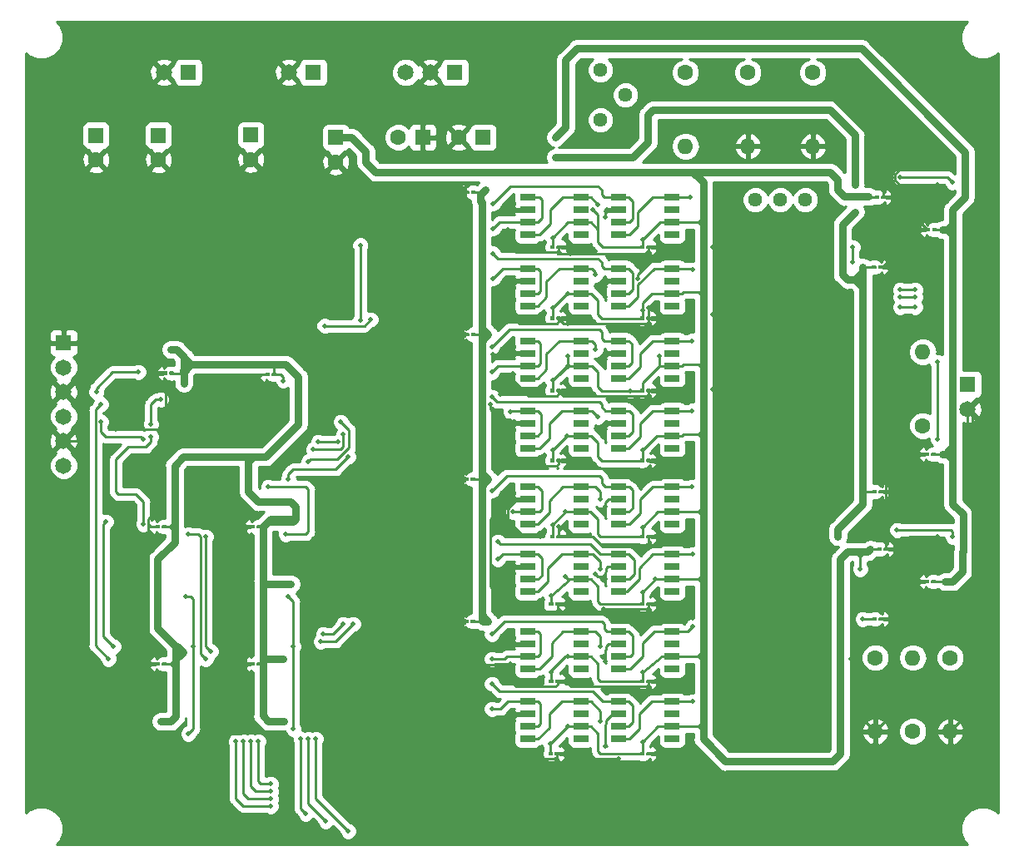
<source format=gbl>
G04 #@! TF.GenerationSoftware,KiCad,Pcbnew,(5.0.2)-1*
G04 #@! TF.CreationDate,2019-07-09T23:38:42+09:00*
G04 #@! TF.ProjectId,R2-R,52322d52-2e6b-4696-9361-645f70636258,rev?*
G04 #@! TF.SameCoordinates,PX3c8eee0PY21e9a40*
G04 #@! TF.FileFunction,Copper,L2,Bot*
G04 #@! TF.FilePolarity,Positive*
%FSLAX46Y46*%
G04 Gerber Fmt 4.6, Leading zero omitted, Abs format (unit mm)*
G04 Created by KiCad (PCBNEW (5.0.2)-1) date 2019/07/09 23:38:42*
%MOMM*%
%LPD*%
G01*
G04 APERTURE LIST*
G04 #@! TA.AperFunction,ComponentPad*
%ADD10O,1.600000X1.600000*%
G04 #@! TD*
G04 #@! TA.AperFunction,ComponentPad*
%ADD11C,1.600000*%
G04 #@! TD*
G04 #@! TA.AperFunction,SMDPad,CuDef*
%ADD12R,1.525000X0.650000*%
G04 #@! TD*
G04 #@! TA.AperFunction,ComponentPad*
%ADD13R,1.600000X1.600000*%
G04 #@! TD*
G04 #@! TA.AperFunction,Conductor*
%ADD14C,0.100000*%
G04 #@! TD*
G04 #@! TA.AperFunction,SMDPad,CuDef*
%ADD15C,0.400000*%
G04 #@! TD*
G04 #@! TA.AperFunction,ComponentPad*
%ADD16C,1.650000*%
G04 #@! TD*
G04 #@! TA.AperFunction,ComponentPad*
%ADD17R,1.650000X1.650000*%
G04 #@! TD*
G04 #@! TA.AperFunction,ComponentPad*
%ADD18C,1.440000*%
G04 #@! TD*
G04 #@! TA.AperFunction,ViaPad*
%ADD19C,0.500000*%
G04 #@! TD*
G04 #@! TA.AperFunction,Conductor*
%ADD20C,0.800000*%
G04 #@! TD*
G04 #@! TA.AperFunction,Conductor*
%ADD21C,0.250000*%
G04 #@! TD*
G04 #@! TA.AperFunction,Conductor*
%ADD22C,0.254000*%
G04 #@! TD*
G04 APERTURE END LIST*
D10*
G04 #@! TO.P,C5,2*
G04 #@! TO.N,Net-(C5-Pad2)*
X91948000Y-34290000D03*
D11*
G04 #@! TO.P,C5,1*
G04 #@! TO.N,Net-(C5-Pad1)*
X91948000Y-41790000D03*
G04 #@! TD*
D12*
G04 #@! TO.P,IC11,8*
G04 #@! TO.N,Net-(IC11-Pad8)*
X57195000Y-22352000D03*
G04 #@! TO.P,IC11,7*
G04 #@! TO.N,ANAV*
X57195000Y-21082000D03*
G04 #@! TO.P,IC11,6*
G04 #@! TO.N,Net-(IC11-Pad6)*
X57195000Y-19812000D03*
G04 #@! TO.P,IC11,5*
G04 #@! TO.N,Net-(IC11-Pad1)*
X57195000Y-18542000D03*
G04 #@! TO.P,IC11,4*
G04 #@! TO.N,Net-(IC11-Pad2)*
X51771000Y-18542000D03*
G04 #@! TO.P,IC11,3*
G04 #@! TO.N,GND*
X51771000Y-19812000D03*
G04 #@! TO.P,IC11,2*
G04 #@! TO.N,Net-(IC11-Pad2)*
X51771000Y-21082000D03*
G04 #@! TO.P,IC11,1*
G04 #@! TO.N,Net-(IC11-Pad1)*
X51771000Y-22352000D03*
G04 #@! TD*
D11*
G04 #@! TO.P,C1,1*
G04 #@! TO.N,Net-(C1-Pad1)*
X67818000Y-5842000D03*
D10*
G04 #@! TO.P,C1,2*
G04 #@! TO.N,Net-(C1-Pad2)*
X67818000Y-13342000D03*
G04 #@! TD*
D11*
G04 #@! TO.P,C2,1*
G04 #@! TO.N,Net-(C2-Pad1)*
X87122000Y-65398000D03*
D10*
G04 #@! TO.P,C2,2*
G04 #@! TO.N,GND*
X87122000Y-72898000D03*
G04 #@! TD*
D11*
G04 #@! TO.P,C3,1*
G04 #@! TO.N,Net-(C3-Pad1)*
X80772000Y-5842000D03*
D10*
G04 #@! TO.P,C3,2*
G04 #@! TO.N,GND*
X80772000Y-13342000D03*
G04 #@! TD*
G04 #@! TO.P,C4,2*
G04 #@! TO.N,GND*
X74168000Y-13342000D03*
D11*
G04 #@! TO.P,C4,1*
G04 #@! TO.N,Net-(C4-Pad1)*
X74168000Y-5842000D03*
G04 #@! TD*
G04 #@! TO.P,C6,1*
G04 #@! TO.N,Net-(C6-Pad1)*
X94742000Y-65398000D03*
D10*
G04 #@! TO.P,C6,2*
G04 #@! TO.N,GND*
X94742000Y-72898000D03*
G04 #@! TD*
G04 #@! TO.P,C7,2*
G04 #@! TO.N,Net-(C5-Pad2)*
X90932000Y-65398000D03*
D11*
G04 #@! TO.P,C7,1*
G04 #@! TO.N,Net-(C7-Pad1)*
X90932000Y-72898000D03*
G04 #@! TD*
D13*
G04 #@! TO.P,C8,1*
G04 #@! TO.N,VL*
X7874000Y-12232000D03*
D11*
G04 #@! TO.P,C8,2*
G04 #@! TO.N,GND*
X7874000Y-14732000D03*
G04 #@! TD*
G04 #@! TO.P,C9,2*
G04 #@! TO.N,GND*
X23622000Y-14692000D03*
D13*
G04 #@! TO.P,C9,1*
G04 #@! TO.N,ANAV*
X23622000Y-12192000D03*
G04 #@! TD*
G04 #@! TO.P,C10,1*
G04 #@! TO.N,V+*
X47244000Y-12446000D03*
D11*
G04 #@! TO.P,C10,2*
G04 #@! TO.N,GND*
X44744000Y-12446000D03*
G04 #@! TD*
G04 #@! TO.P,C11,2*
G04 #@! TO.N,V-*
X38608000Y-12446000D03*
D13*
G04 #@! TO.P,C11,1*
G04 #@! TO.N,GND*
X41108000Y-12446000D03*
G04 #@! TD*
G04 #@! TO.P,C12,1*
G04 #@! TO.N,VL*
X14224000Y-12232000D03*
D11*
G04 #@! TO.P,C12,2*
G04 #@! TO.N,GND*
X14224000Y-14732000D03*
G04 #@! TD*
G04 #@! TO.P,C13,2*
G04 #@! TO.N,GND*
X32258000Y-14946000D03*
D13*
G04 #@! TO.P,C13,1*
G04 #@! TO.N,ANAV*
X32258000Y-12446000D03*
G04 #@! TD*
D14*
G04 #@! TO.N,VL*
G04 #@! TO.C,C14*
G36*
X15699802Y-36249482D02*
X15709509Y-36250921D01*
X15719028Y-36253306D01*
X15728268Y-36256612D01*
X15737140Y-36260808D01*
X15745557Y-36265853D01*
X15753439Y-36271699D01*
X15760711Y-36278289D01*
X15767301Y-36285561D01*
X15773147Y-36293443D01*
X15778192Y-36301860D01*
X15782388Y-36310732D01*
X15785694Y-36319972D01*
X15788079Y-36329491D01*
X15789518Y-36339198D01*
X15790000Y-36349000D01*
X15790000Y-36549000D01*
X15789518Y-36558802D01*
X15788079Y-36568509D01*
X15785694Y-36578028D01*
X15782388Y-36587268D01*
X15778192Y-36596140D01*
X15773147Y-36604557D01*
X15767301Y-36612439D01*
X15760711Y-36619711D01*
X15753439Y-36626301D01*
X15745557Y-36632147D01*
X15737140Y-36637192D01*
X15728268Y-36641388D01*
X15719028Y-36644694D01*
X15709509Y-36647079D01*
X15699802Y-36648518D01*
X15690000Y-36649000D01*
X15430000Y-36649000D01*
X15420198Y-36648518D01*
X15410491Y-36647079D01*
X15400972Y-36644694D01*
X15391732Y-36641388D01*
X15382860Y-36637192D01*
X15374443Y-36632147D01*
X15366561Y-36626301D01*
X15359289Y-36619711D01*
X15352699Y-36612439D01*
X15346853Y-36604557D01*
X15341808Y-36596140D01*
X15337612Y-36587268D01*
X15334306Y-36578028D01*
X15331921Y-36568509D01*
X15330482Y-36558802D01*
X15330000Y-36549000D01*
X15330000Y-36349000D01*
X15330482Y-36339198D01*
X15331921Y-36329491D01*
X15334306Y-36319972D01*
X15337612Y-36310732D01*
X15341808Y-36301860D01*
X15346853Y-36293443D01*
X15352699Y-36285561D01*
X15359289Y-36278289D01*
X15366561Y-36271699D01*
X15374443Y-36265853D01*
X15382860Y-36260808D01*
X15391732Y-36256612D01*
X15400972Y-36253306D01*
X15410491Y-36250921D01*
X15420198Y-36249482D01*
X15430000Y-36249000D01*
X15690000Y-36249000D01*
X15699802Y-36249482D01*
X15699802Y-36249482D01*
G37*
D15*
G04 #@! TD*
G04 #@! TO.P,C14,2*
G04 #@! TO.N,VL*
X15560000Y-36449000D03*
D14*
G04 #@! TO.N,GND*
G04 #@! TO.C,C14*
G36*
X15059802Y-36249482D02*
X15069509Y-36250921D01*
X15079028Y-36253306D01*
X15088268Y-36256612D01*
X15097140Y-36260808D01*
X15105557Y-36265853D01*
X15113439Y-36271699D01*
X15120711Y-36278289D01*
X15127301Y-36285561D01*
X15133147Y-36293443D01*
X15138192Y-36301860D01*
X15142388Y-36310732D01*
X15145694Y-36319972D01*
X15148079Y-36329491D01*
X15149518Y-36339198D01*
X15150000Y-36349000D01*
X15150000Y-36549000D01*
X15149518Y-36558802D01*
X15148079Y-36568509D01*
X15145694Y-36578028D01*
X15142388Y-36587268D01*
X15138192Y-36596140D01*
X15133147Y-36604557D01*
X15127301Y-36612439D01*
X15120711Y-36619711D01*
X15113439Y-36626301D01*
X15105557Y-36632147D01*
X15097140Y-36637192D01*
X15088268Y-36641388D01*
X15079028Y-36644694D01*
X15069509Y-36647079D01*
X15059802Y-36648518D01*
X15050000Y-36649000D01*
X14790000Y-36649000D01*
X14780198Y-36648518D01*
X14770491Y-36647079D01*
X14760972Y-36644694D01*
X14751732Y-36641388D01*
X14742860Y-36637192D01*
X14734443Y-36632147D01*
X14726561Y-36626301D01*
X14719289Y-36619711D01*
X14712699Y-36612439D01*
X14706853Y-36604557D01*
X14701808Y-36596140D01*
X14697612Y-36587268D01*
X14694306Y-36578028D01*
X14691921Y-36568509D01*
X14690482Y-36558802D01*
X14690000Y-36549000D01*
X14690000Y-36349000D01*
X14690482Y-36339198D01*
X14691921Y-36329491D01*
X14694306Y-36319972D01*
X14697612Y-36310732D01*
X14701808Y-36301860D01*
X14706853Y-36293443D01*
X14712699Y-36285561D01*
X14719289Y-36278289D01*
X14726561Y-36271699D01*
X14734443Y-36265853D01*
X14742860Y-36260808D01*
X14751732Y-36256612D01*
X14760972Y-36253306D01*
X14770491Y-36250921D01*
X14780198Y-36249482D01*
X14790000Y-36249000D01*
X15050000Y-36249000D01*
X15059802Y-36249482D01*
X15059802Y-36249482D01*
G37*
D15*
G04 #@! TD*
G04 #@! TO.P,C14,1*
G04 #@! TO.N,GND*
X14920000Y-36449000D03*
D14*
G04 #@! TO.N,GND*
G04 #@! TO.C,C15*
G36*
X25473802Y-36376482D02*
X25483509Y-36377921D01*
X25493028Y-36380306D01*
X25502268Y-36383612D01*
X25511140Y-36387808D01*
X25519557Y-36392853D01*
X25527439Y-36398699D01*
X25534711Y-36405289D01*
X25541301Y-36412561D01*
X25547147Y-36420443D01*
X25552192Y-36428860D01*
X25556388Y-36437732D01*
X25559694Y-36446972D01*
X25562079Y-36456491D01*
X25563518Y-36466198D01*
X25564000Y-36476000D01*
X25564000Y-36676000D01*
X25563518Y-36685802D01*
X25562079Y-36695509D01*
X25559694Y-36705028D01*
X25556388Y-36714268D01*
X25552192Y-36723140D01*
X25547147Y-36731557D01*
X25541301Y-36739439D01*
X25534711Y-36746711D01*
X25527439Y-36753301D01*
X25519557Y-36759147D01*
X25511140Y-36764192D01*
X25502268Y-36768388D01*
X25493028Y-36771694D01*
X25483509Y-36774079D01*
X25473802Y-36775518D01*
X25464000Y-36776000D01*
X25204000Y-36776000D01*
X25194198Y-36775518D01*
X25184491Y-36774079D01*
X25174972Y-36771694D01*
X25165732Y-36768388D01*
X25156860Y-36764192D01*
X25148443Y-36759147D01*
X25140561Y-36753301D01*
X25133289Y-36746711D01*
X25126699Y-36739439D01*
X25120853Y-36731557D01*
X25115808Y-36723140D01*
X25111612Y-36714268D01*
X25108306Y-36705028D01*
X25105921Y-36695509D01*
X25104482Y-36685802D01*
X25104000Y-36676000D01*
X25104000Y-36476000D01*
X25104482Y-36466198D01*
X25105921Y-36456491D01*
X25108306Y-36446972D01*
X25111612Y-36437732D01*
X25115808Y-36428860D01*
X25120853Y-36420443D01*
X25126699Y-36412561D01*
X25133289Y-36405289D01*
X25140561Y-36398699D01*
X25148443Y-36392853D01*
X25156860Y-36387808D01*
X25165732Y-36383612D01*
X25174972Y-36380306D01*
X25184491Y-36377921D01*
X25194198Y-36376482D01*
X25204000Y-36376000D01*
X25464000Y-36376000D01*
X25473802Y-36376482D01*
X25473802Y-36376482D01*
G37*
D15*
G04 #@! TD*
G04 #@! TO.P,C15,1*
G04 #@! TO.N,GND*
X25334000Y-36576000D03*
D14*
G04 #@! TO.N,VL*
G04 #@! TO.C,C15*
G36*
X26113802Y-36376482D02*
X26123509Y-36377921D01*
X26133028Y-36380306D01*
X26142268Y-36383612D01*
X26151140Y-36387808D01*
X26159557Y-36392853D01*
X26167439Y-36398699D01*
X26174711Y-36405289D01*
X26181301Y-36412561D01*
X26187147Y-36420443D01*
X26192192Y-36428860D01*
X26196388Y-36437732D01*
X26199694Y-36446972D01*
X26202079Y-36456491D01*
X26203518Y-36466198D01*
X26204000Y-36476000D01*
X26204000Y-36676000D01*
X26203518Y-36685802D01*
X26202079Y-36695509D01*
X26199694Y-36705028D01*
X26196388Y-36714268D01*
X26192192Y-36723140D01*
X26187147Y-36731557D01*
X26181301Y-36739439D01*
X26174711Y-36746711D01*
X26167439Y-36753301D01*
X26159557Y-36759147D01*
X26151140Y-36764192D01*
X26142268Y-36768388D01*
X26133028Y-36771694D01*
X26123509Y-36774079D01*
X26113802Y-36775518D01*
X26104000Y-36776000D01*
X25844000Y-36776000D01*
X25834198Y-36775518D01*
X25824491Y-36774079D01*
X25814972Y-36771694D01*
X25805732Y-36768388D01*
X25796860Y-36764192D01*
X25788443Y-36759147D01*
X25780561Y-36753301D01*
X25773289Y-36746711D01*
X25766699Y-36739439D01*
X25760853Y-36731557D01*
X25755808Y-36723140D01*
X25751612Y-36714268D01*
X25748306Y-36705028D01*
X25745921Y-36695509D01*
X25744482Y-36685802D01*
X25744000Y-36676000D01*
X25744000Y-36476000D01*
X25744482Y-36466198D01*
X25745921Y-36456491D01*
X25748306Y-36446972D01*
X25751612Y-36437732D01*
X25755808Y-36428860D01*
X25760853Y-36420443D01*
X25766699Y-36412561D01*
X25773289Y-36405289D01*
X25780561Y-36398699D01*
X25788443Y-36392853D01*
X25796860Y-36387808D01*
X25805732Y-36383612D01*
X25814972Y-36380306D01*
X25824491Y-36377921D01*
X25834198Y-36376482D01*
X25844000Y-36376000D01*
X26104000Y-36376000D01*
X26113802Y-36376482D01*
X26113802Y-36376482D01*
G37*
D15*
G04 #@! TD*
G04 #@! TO.P,C15,2*
G04 #@! TO.N,VL*
X25974000Y-36576000D03*
D14*
G04 #@! TO.N,VL*
G04 #@! TO.C,C16*
G36*
X24589802Y-51870482D02*
X24599509Y-51871921D01*
X24609028Y-51874306D01*
X24618268Y-51877612D01*
X24627140Y-51881808D01*
X24635557Y-51886853D01*
X24643439Y-51892699D01*
X24650711Y-51899289D01*
X24657301Y-51906561D01*
X24663147Y-51914443D01*
X24668192Y-51922860D01*
X24672388Y-51931732D01*
X24675694Y-51940972D01*
X24678079Y-51950491D01*
X24679518Y-51960198D01*
X24680000Y-51970000D01*
X24680000Y-52170000D01*
X24679518Y-52179802D01*
X24678079Y-52189509D01*
X24675694Y-52199028D01*
X24672388Y-52208268D01*
X24668192Y-52217140D01*
X24663147Y-52225557D01*
X24657301Y-52233439D01*
X24650711Y-52240711D01*
X24643439Y-52247301D01*
X24635557Y-52253147D01*
X24627140Y-52258192D01*
X24618268Y-52262388D01*
X24609028Y-52265694D01*
X24599509Y-52268079D01*
X24589802Y-52269518D01*
X24580000Y-52270000D01*
X24320000Y-52270000D01*
X24310198Y-52269518D01*
X24300491Y-52268079D01*
X24290972Y-52265694D01*
X24281732Y-52262388D01*
X24272860Y-52258192D01*
X24264443Y-52253147D01*
X24256561Y-52247301D01*
X24249289Y-52240711D01*
X24242699Y-52233439D01*
X24236853Y-52225557D01*
X24231808Y-52217140D01*
X24227612Y-52208268D01*
X24224306Y-52199028D01*
X24221921Y-52189509D01*
X24220482Y-52179802D01*
X24220000Y-52170000D01*
X24220000Y-51970000D01*
X24220482Y-51960198D01*
X24221921Y-51950491D01*
X24224306Y-51940972D01*
X24227612Y-51931732D01*
X24231808Y-51922860D01*
X24236853Y-51914443D01*
X24242699Y-51906561D01*
X24249289Y-51899289D01*
X24256561Y-51892699D01*
X24264443Y-51886853D01*
X24272860Y-51881808D01*
X24281732Y-51877612D01*
X24290972Y-51874306D01*
X24300491Y-51871921D01*
X24310198Y-51870482D01*
X24320000Y-51870000D01*
X24580000Y-51870000D01*
X24589802Y-51870482D01*
X24589802Y-51870482D01*
G37*
D15*
G04 #@! TD*
G04 #@! TO.P,C16,1*
G04 #@! TO.N,VL*
X24450000Y-52070000D03*
D14*
G04 #@! TO.N,GND*
G04 #@! TO.C,C16*
G36*
X23949802Y-51870482D02*
X23959509Y-51871921D01*
X23969028Y-51874306D01*
X23978268Y-51877612D01*
X23987140Y-51881808D01*
X23995557Y-51886853D01*
X24003439Y-51892699D01*
X24010711Y-51899289D01*
X24017301Y-51906561D01*
X24023147Y-51914443D01*
X24028192Y-51922860D01*
X24032388Y-51931732D01*
X24035694Y-51940972D01*
X24038079Y-51950491D01*
X24039518Y-51960198D01*
X24040000Y-51970000D01*
X24040000Y-52170000D01*
X24039518Y-52179802D01*
X24038079Y-52189509D01*
X24035694Y-52199028D01*
X24032388Y-52208268D01*
X24028192Y-52217140D01*
X24023147Y-52225557D01*
X24017301Y-52233439D01*
X24010711Y-52240711D01*
X24003439Y-52247301D01*
X23995557Y-52253147D01*
X23987140Y-52258192D01*
X23978268Y-52262388D01*
X23969028Y-52265694D01*
X23959509Y-52268079D01*
X23949802Y-52269518D01*
X23940000Y-52270000D01*
X23680000Y-52270000D01*
X23670198Y-52269518D01*
X23660491Y-52268079D01*
X23650972Y-52265694D01*
X23641732Y-52262388D01*
X23632860Y-52258192D01*
X23624443Y-52253147D01*
X23616561Y-52247301D01*
X23609289Y-52240711D01*
X23602699Y-52233439D01*
X23596853Y-52225557D01*
X23591808Y-52217140D01*
X23587612Y-52208268D01*
X23584306Y-52199028D01*
X23581921Y-52189509D01*
X23580482Y-52179802D01*
X23580000Y-52170000D01*
X23580000Y-51970000D01*
X23580482Y-51960198D01*
X23581921Y-51950491D01*
X23584306Y-51940972D01*
X23587612Y-51931732D01*
X23591808Y-51922860D01*
X23596853Y-51914443D01*
X23602699Y-51906561D01*
X23609289Y-51899289D01*
X23616561Y-51892699D01*
X23624443Y-51886853D01*
X23632860Y-51881808D01*
X23641732Y-51877612D01*
X23650972Y-51874306D01*
X23660491Y-51871921D01*
X23670198Y-51870482D01*
X23680000Y-51870000D01*
X23940000Y-51870000D01*
X23949802Y-51870482D01*
X23949802Y-51870482D01*
G37*
D15*
G04 #@! TD*
G04 #@! TO.P,C16,2*
G04 #@! TO.N,GND*
X23810000Y-52070000D03*
D14*
G04 #@! TO.N,VL*
G04 #@! TO.C,C17*
G36*
X14937802Y-65840482D02*
X14947509Y-65841921D01*
X14957028Y-65844306D01*
X14966268Y-65847612D01*
X14975140Y-65851808D01*
X14983557Y-65856853D01*
X14991439Y-65862699D01*
X14998711Y-65869289D01*
X15005301Y-65876561D01*
X15011147Y-65884443D01*
X15016192Y-65892860D01*
X15020388Y-65901732D01*
X15023694Y-65910972D01*
X15026079Y-65920491D01*
X15027518Y-65930198D01*
X15028000Y-65940000D01*
X15028000Y-66140000D01*
X15027518Y-66149802D01*
X15026079Y-66159509D01*
X15023694Y-66169028D01*
X15020388Y-66178268D01*
X15016192Y-66187140D01*
X15011147Y-66195557D01*
X15005301Y-66203439D01*
X14998711Y-66210711D01*
X14991439Y-66217301D01*
X14983557Y-66223147D01*
X14975140Y-66228192D01*
X14966268Y-66232388D01*
X14957028Y-66235694D01*
X14947509Y-66238079D01*
X14937802Y-66239518D01*
X14928000Y-66240000D01*
X14668000Y-66240000D01*
X14658198Y-66239518D01*
X14648491Y-66238079D01*
X14638972Y-66235694D01*
X14629732Y-66232388D01*
X14620860Y-66228192D01*
X14612443Y-66223147D01*
X14604561Y-66217301D01*
X14597289Y-66210711D01*
X14590699Y-66203439D01*
X14584853Y-66195557D01*
X14579808Y-66187140D01*
X14575612Y-66178268D01*
X14572306Y-66169028D01*
X14569921Y-66159509D01*
X14568482Y-66149802D01*
X14568000Y-66140000D01*
X14568000Y-65940000D01*
X14568482Y-65930198D01*
X14569921Y-65920491D01*
X14572306Y-65910972D01*
X14575612Y-65901732D01*
X14579808Y-65892860D01*
X14584853Y-65884443D01*
X14590699Y-65876561D01*
X14597289Y-65869289D01*
X14604561Y-65862699D01*
X14612443Y-65856853D01*
X14620860Y-65851808D01*
X14629732Y-65847612D01*
X14638972Y-65844306D01*
X14648491Y-65841921D01*
X14658198Y-65840482D01*
X14668000Y-65840000D01*
X14928000Y-65840000D01*
X14937802Y-65840482D01*
X14937802Y-65840482D01*
G37*
D15*
G04 #@! TD*
G04 #@! TO.P,C17,2*
G04 #@! TO.N,VL*
X14798000Y-66040000D03*
D14*
G04 #@! TO.N,GND*
G04 #@! TO.C,C17*
G36*
X14297802Y-65840482D02*
X14307509Y-65841921D01*
X14317028Y-65844306D01*
X14326268Y-65847612D01*
X14335140Y-65851808D01*
X14343557Y-65856853D01*
X14351439Y-65862699D01*
X14358711Y-65869289D01*
X14365301Y-65876561D01*
X14371147Y-65884443D01*
X14376192Y-65892860D01*
X14380388Y-65901732D01*
X14383694Y-65910972D01*
X14386079Y-65920491D01*
X14387518Y-65930198D01*
X14388000Y-65940000D01*
X14388000Y-66140000D01*
X14387518Y-66149802D01*
X14386079Y-66159509D01*
X14383694Y-66169028D01*
X14380388Y-66178268D01*
X14376192Y-66187140D01*
X14371147Y-66195557D01*
X14365301Y-66203439D01*
X14358711Y-66210711D01*
X14351439Y-66217301D01*
X14343557Y-66223147D01*
X14335140Y-66228192D01*
X14326268Y-66232388D01*
X14317028Y-66235694D01*
X14307509Y-66238079D01*
X14297802Y-66239518D01*
X14288000Y-66240000D01*
X14028000Y-66240000D01*
X14018198Y-66239518D01*
X14008491Y-66238079D01*
X13998972Y-66235694D01*
X13989732Y-66232388D01*
X13980860Y-66228192D01*
X13972443Y-66223147D01*
X13964561Y-66217301D01*
X13957289Y-66210711D01*
X13950699Y-66203439D01*
X13944853Y-66195557D01*
X13939808Y-66187140D01*
X13935612Y-66178268D01*
X13932306Y-66169028D01*
X13929921Y-66159509D01*
X13928482Y-66149802D01*
X13928000Y-66140000D01*
X13928000Y-65940000D01*
X13928482Y-65930198D01*
X13929921Y-65920491D01*
X13932306Y-65910972D01*
X13935612Y-65901732D01*
X13939808Y-65892860D01*
X13944853Y-65884443D01*
X13950699Y-65876561D01*
X13957289Y-65869289D01*
X13964561Y-65862699D01*
X13972443Y-65856853D01*
X13980860Y-65851808D01*
X13989732Y-65847612D01*
X13998972Y-65844306D01*
X14008491Y-65841921D01*
X14018198Y-65840482D01*
X14028000Y-65840000D01*
X14288000Y-65840000D01*
X14297802Y-65840482D01*
X14297802Y-65840482D01*
G37*
D15*
G04 #@! TD*
G04 #@! TO.P,C17,1*
G04 #@! TO.N,GND*
X14158000Y-66040000D03*
D14*
G04 #@! TO.N,VL*
G04 #@! TO.C,C18*
G36*
X46367802Y-17834482D02*
X46377509Y-17835921D01*
X46387028Y-17838306D01*
X46396268Y-17841612D01*
X46405140Y-17845808D01*
X46413557Y-17850853D01*
X46421439Y-17856699D01*
X46428711Y-17863289D01*
X46435301Y-17870561D01*
X46441147Y-17878443D01*
X46446192Y-17886860D01*
X46450388Y-17895732D01*
X46453694Y-17904972D01*
X46456079Y-17914491D01*
X46457518Y-17924198D01*
X46458000Y-17934000D01*
X46458000Y-18134000D01*
X46457518Y-18143802D01*
X46456079Y-18153509D01*
X46453694Y-18163028D01*
X46450388Y-18172268D01*
X46446192Y-18181140D01*
X46441147Y-18189557D01*
X46435301Y-18197439D01*
X46428711Y-18204711D01*
X46421439Y-18211301D01*
X46413557Y-18217147D01*
X46405140Y-18222192D01*
X46396268Y-18226388D01*
X46387028Y-18229694D01*
X46377509Y-18232079D01*
X46367802Y-18233518D01*
X46358000Y-18234000D01*
X46098000Y-18234000D01*
X46088198Y-18233518D01*
X46078491Y-18232079D01*
X46068972Y-18229694D01*
X46059732Y-18226388D01*
X46050860Y-18222192D01*
X46042443Y-18217147D01*
X46034561Y-18211301D01*
X46027289Y-18204711D01*
X46020699Y-18197439D01*
X46014853Y-18189557D01*
X46009808Y-18181140D01*
X46005612Y-18172268D01*
X46002306Y-18163028D01*
X45999921Y-18153509D01*
X45998482Y-18143802D01*
X45998000Y-18134000D01*
X45998000Y-17934000D01*
X45998482Y-17924198D01*
X45999921Y-17914491D01*
X46002306Y-17904972D01*
X46005612Y-17895732D01*
X46009808Y-17886860D01*
X46014853Y-17878443D01*
X46020699Y-17870561D01*
X46027289Y-17863289D01*
X46034561Y-17856699D01*
X46042443Y-17850853D01*
X46050860Y-17845808D01*
X46059732Y-17841612D01*
X46068972Y-17838306D01*
X46078491Y-17835921D01*
X46088198Y-17834482D01*
X46098000Y-17834000D01*
X46358000Y-17834000D01*
X46367802Y-17834482D01*
X46367802Y-17834482D01*
G37*
D15*
G04 #@! TD*
G04 #@! TO.P,C18,2*
G04 #@! TO.N,VL*
X46228000Y-18034000D03*
D14*
G04 #@! TO.N,GND*
G04 #@! TO.C,C18*
G36*
X45727802Y-17834482D02*
X45737509Y-17835921D01*
X45747028Y-17838306D01*
X45756268Y-17841612D01*
X45765140Y-17845808D01*
X45773557Y-17850853D01*
X45781439Y-17856699D01*
X45788711Y-17863289D01*
X45795301Y-17870561D01*
X45801147Y-17878443D01*
X45806192Y-17886860D01*
X45810388Y-17895732D01*
X45813694Y-17904972D01*
X45816079Y-17914491D01*
X45817518Y-17924198D01*
X45818000Y-17934000D01*
X45818000Y-18134000D01*
X45817518Y-18143802D01*
X45816079Y-18153509D01*
X45813694Y-18163028D01*
X45810388Y-18172268D01*
X45806192Y-18181140D01*
X45801147Y-18189557D01*
X45795301Y-18197439D01*
X45788711Y-18204711D01*
X45781439Y-18211301D01*
X45773557Y-18217147D01*
X45765140Y-18222192D01*
X45756268Y-18226388D01*
X45747028Y-18229694D01*
X45737509Y-18232079D01*
X45727802Y-18233518D01*
X45718000Y-18234000D01*
X45458000Y-18234000D01*
X45448198Y-18233518D01*
X45438491Y-18232079D01*
X45428972Y-18229694D01*
X45419732Y-18226388D01*
X45410860Y-18222192D01*
X45402443Y-18217147D01*
X45394561Y-18211301D01*
X45387289Y-18204711D01*
X45380699Y-18197439D01*
X45374853Y-18189557D01*
X45369808Y-18181140D01*
X45365612Y-18172268D01*
X45362306Y-18163028D01*
X45359921Y-18153509D01*
X45358482Y-18143802D01*
X45358000Y-18134000D01*
X45358000Y-17934000D01*
X45358482Y-17924198D01*
X45359921Y-17914491D01*
X45362306Y-17904972D01*
X45365612Y-17895732D01*
X45369808Y-17886860D01*
X45374853Y-17878443D01*
X45380699Y-17870561D01*
X45387289Y-17863289D01*
X45394561Y-17856699D01*
X45402443Y-17850853D01*
X45410860Y-17845808D01*
X45419732Y-17841612D01*
X45428972Y-17838306D01*
X45438491Y-17835921D01*
X45448198Y-17834482D01*
X45458000Y-17834000D01*
X45718000Y-17834000D01*
X45727802Y-17834482D01*
X45727802Y-17834482D01*
G37*
D15*
G04 #@! TD*
G04 #@! TO.P,C18,1*
G04 #@! TO.N,GND*
X45588000Y-18034000D03*
D14*
G04 #@! TO.N,VL*
G04 #@! TO.C,C19*
G36*
X14937802Y-51870482D02*
X14947509Y-51871921D01*
X14957028Y-51874306D01*
X14966268Y-51877612D01*
X14975140Y-51881808D01*
X14983557Y-51886853D01*
X14991439Y-51892699D01*
X14998711Y-51899289D01*
X15005301Y-51906561D01*
X15011147Y-51914443D01*
X15016192Y-51922860D01*
X15020388Y-51931732D01*
X15023694Y-51940972D01*
X15026079Y-51950491D01*
X15027518Y-51960198D01*
X15028000Y-51970000D01*
X15028000Y-52170000D01*
X15027518Y-52179802D01*
X15026079Y-52189509D01*
X15023694Y-52199028D01*
X15020388Y-52208268D01*
X15016192Y-52217140D01*
X15011147Y-52225557D01*
X15005301Y-52233439D01*
X14998711Y-52240711D01*
X14991439Y-52247301D01*
X14983557Y-52253147D01*
X14975140Y-52258192D01*
X14966268Y-52262388D01*
X14957028Y-52265694D01*
X14947509Y-52268079D01*
X14937802Y-52269518D01*
X14928000Y-52270000D01*
X14668000Y-52270000D01*
X14658198Y-52269518D01*
X14648491Y-52268079D01*
X14638972Y-52265694D01*
X14629732Y-52262388D01*
X14620860Y-52258192D01*
X14612443Y-52253147D01*
X14604561Y-52247301D01*
X14597289Y-52240711D01*
X14590699Y-52233439D01*
X14584853Y-52225557D01*
X14579808Y-52217140D01*
X14575612Y-52208268D01*
X14572306Y-52199028D01*
X14569921Y-52189509D01*
X14568482Y-52179802D01*
X14568000Y-52170000D01*
X14568000Y-51970000D01*
X14568482Y-51960198D01*
X14569921Y-51950491D01*
X14572306Y-51940972D01*
X14575612Y-51931732D01*
X14579808Y-51922860D01*
X14584853Y-51914443D01*
X14590699Y-51906561D01*
X14597289Y-51899289D01*
X14604561Y-51892699D01*
X14612443Y-51886853D01*
X14620860Y-51881808D01*
X14629732Y-51877612D01*
X14638972Y-51874306D01*
X14648491Y-51871921D01*
X14658198Y-51870482D01*
X14668000Y-51870000D01*
X14928000Y-51870000D01*
X14937802Y-51870482D01*
X14937802Y-51870482D01*
G37*
D15*
G04 #@! TD*
G04 #@! TO.P,C19,2*
G04 #@! TO.N,VL*
X14798000Y-52070000D03*
D14*
G04 #@! TO.N,GND*
G04 #@! TO.C,C19*
G36*
X14297802Y-51870482D02*
X14307509Y-51871921D01*
X14317028Y-51874306D01*
X14326268Y-51877612D01*
X14335140Y-51881808D01*
X14343557Y-51886853D01*
X14351439Y-51892699D01*
X14358711Y-51899289D01*
X14365301Y-51906561D01*
X14371147Y-51914443D01*
X14376192Y-51922860D01*
X14380388Y-51931732D01*
X14383694Y-51940972D01*
X14386079Y-51950491D01*
X14387518Y-51960198D01*
X14388000Y-51970000D01*
X14388000Y-52170000D01*
X14387518Y-52179802D01*
X14386079Y-52189509D01*
X14383694Y-52199028D01*
X14380388Y-52208268D01*
X14376192Y-52217140D01*
X14371147Y-52225557D01*
X14365301Y-52233439D01*
X14358711Y-52240711D01*
X14351439Y-52247301D01*
X14343557Y-52253147D01*
X14335140Y-52258192D01*
X14326268Y-52262388D01*
X14317028Y-52265694D01*
X14307509Y-52268079D01*
X14297802Y-52269518D01*
X14288000Y-52270000D01*
X14028000Y-52270000D01*
X14018198Y-52269518D01*
X14008491Y-52268079D01*
X13998972Y-52265694D01*
X13989732Y-52262388D01*
X13980860Y-52258192D01*
X13972443Y-52253147D01*
X13964561Y-52247301D01*
X13957289Y-52240711D01*
X13950699Y-52233439D01*
X13944853Y-52225557D01*
X13939808Y-52217140D01*
X13935612Y-52208268D01*
X13932306Y-52199028D01*
X13929921Y-52189509D01*
X13928482Y-52179802D01*
X13928000Y-52170000D01*
X13928000Y-51970000D01*
X13928482Y-51960198D01*
X13929921Y-51950491D01*
X13932306Y-51940972D01*
X13935612Y-51931732D01*
X13939808Y-51922860D01*
X13944853Y-51914443D01*
X13950699Y-51906561D01*
X13957289Y-51899289D01*
X13964561Y-51892699D01*
X13972443Y-51886853D01*
X13980860Y-51881808D01*
X13989732Y-51877612D01*
X13998972Y-51874306D01*
X14008491Y-51871921D01*
X14018198Y-51870482D01*
X14028000Y-51870000D01*
X14288000Y-51870000D01*
X14297802Y-51870482D01*
X14297802Y-51870482D01*
G37*
D15*
G04 #@! TD*
G04 #@! TO.P,C19,1*
G04 #@! TO.N,GND*
X14158000Y-52070000D03*
D14*
G04 #@! TO.N,GND*
G04 #@! TO.C,C20*
G36*
X23949802Y-65840482D02*
X23959509Y-65841921D01*
X23969028Y-65844306D01*
X23978268Y-65847612D01*
X23987140Y-65851808D01*
X23995557Y-65856853D01*
X24003439Y-65862699D01*
X24010711Y-65869289D01*
X24017301Y-65876561D01*
X24023147Y-65884443D01*
X24028192Y-65892860D01*
X24032388Y-65901732D01*
X24035694Y-65910972D01*
X24038079Y-65920491D01*
X24039518Y-65930198D01*
X24040000Y-65940000D01*
X24040000Y-66140000D01*
X24039518Y-66149802D01*
X24038079Y-66159509D01*
X24035694Y-66169028D01*
X24032388Y-66178268D01*
X24028192Y-66187140D01*
X24023147Y-66195557D01*
X24017301Y-66203439D01*
X24010711Y-66210711D01*
X24003439Y-66217301D01*
X23995557Y-66223147D01*
X23987140Y-66228192D01*
X23978268Y-66232388D01*
X23969028Y-66235694D01*
X23959509Y-66238079D01*
X23949802Y-66239518D01*
X23940000Y-66240000D01*
X23680000Y-66240000D01*
X23670198Y-66239518D01*
X23660491Y-66238079D01*
X23650972Y-66235694D01*
X23641732Y-66232388D01*
X23632860Y-66228192D01*
X23624443Y-66223147D01*
X23616561Y-66217301D01*
X23609289Y-66210711D01*
X23602699Y-66203439D01*
X23596853Y-66195557D01*
X23591808Y-66187140D01*
X23587612Y-66178268D01*
X23584306Y-66169028D01*
X23581921Y-66159509D01*
X23580482Y-66149802D01*
X23580000Y-66140000D01*
X23580000Y-65940000D01*
X23580482Y-65930198D01*
X23581921Y-65920491D01*
X23584306Y-65910972D01*
X23587612Y-65901732D01*
X23591808Y-65892860D01*
X23596853Y-65884443D01*
X23602699Y-65876561D01*
X23609289Y-65869289D01*
X23616561Y-65862699D01*
X23624443Y-65856853D01*
X23632860Y-65851808D01*
X23641732Y-65847612D01*
X23650972Y-65844306D01*
X23660491Y-65841921D01*
X23670198Y-65840482D01*
X23680000Y-65840000D01*
X23940000Y-65840000D01*
X23949802Y-65840482D01*
X23949802Y-65840482D01*
G37*
D15*
G04 #@! TD*
G04 #@! TO.P,C20,1*
G04 #@! TO.N,GND*
X23810000Y-66040000D03*
D14*
G04 #@! TO.N,VL*
G04 #@! TO.C,C20*
G36*
X24589802Y-65840482D02*
X24599509Y-65841921D01*
X24609028Y-65844306D01*
X24618268Y-65847612D01*
X24627140Y-65851808D01*
X24635557Y-65856853D01*
X24643439Y-65862699D01*
X24650711Y-65869289D01*
X24657301Y-65876561D01*
X24663147Y-65884443D01*
X24668192Y-65892860D01*
X24672388Y-65901732D01*
X24675694Y-65910972D01*
X24678079Y-65920491D01*
X24679518Y-65930198D01*
X24680000Y-65940000D01*
X24680000Y-66140000D01*
X24679518Y-66149802D01*
X24678079Y-66159509D01*
X24675694Y-66169028D01*
X24672388Y-66178268D01*
X24668192Y-66187140D01*
X24663147Y-66195557D01*
X24657301Y-66203439D01*
X24650711Y-66210711D01*
X24643439Y-66217301D01*
X24635557Y-66223147D01*
X24627140Y-66228192D01*
X24618268Y-66232388D01*
X24609028Y-66235694D01*
X24599509Y-66238079D01*
X24589802Y-66239518D01*
X24580000Y-66240000D01*
X24320000Y-66240000D01*
X24310198Y-66239518D01*
X24300491Y-66238079D01*
X24290972Y-66235694D01*
X24281732Y-66232388D01*
X24272860Y-66228192D01*
X24264443Y-66223147D01*
X24256561Y-66217301D01*
X24249289Y-66210711D01*
X24242699Y-66203439D01*
X24236853Y-66195557D01*
X24231808Y-66187140D01*
X24227612Y-66178268D01*
X24224306Y-66169028D01*
X24221921Y-66159509D01*
X24220482Y-66149802D01*
X24220000Y-66140000D01*
X24220000Y-65940000D01*
X24220482Y-65930198D01*
X24221921Y-65920491D01*
X24224306Y-65910972D01*
X24227612Y-65901732D01*
X24231808Y-65892860D01*
X24236853Y-65884443D01*
X24242699Y-65876561D01*
X24249289Y-65869289D01*
X24256561Y-65862699D01*
X24264443Y-65856853D01*
X24272860Y-65851808D01*
X24281732Y-65847612D01*
X24290972Y-65844306D01*
X24300491Y-65841921D01*
X24310198Y-65840482D01*
X24320000Y-65840000D01*
X24580000Y-65840000D01*
X24589802Y-65840482D01*
X24589802Y-65840482D01*
G37*
D15*
G04 #@! TD*
G04 #@! TO.P,C20,2*
G04 #@! TO.N,VL*
X24450000Y-66040000D03*
D14*
G04 #@! TO.N,GND*
G04 #@! TO.C,C21*
G36*
X45702802Y-61522482D02*
X45712509Y-61523921D01*
X45722028Y-61526306D01*
X45731268Y-61529612D01*
X45740140Y-61533808D01*
X45748557Y-61538853D01*
X45756439Y-61544699D01*
X45763711Y-61551289D01*
X45770301Y-61558561D01*
X45776147Y-61566443D01*
X45781192Y-61574860D01*
X45785388Y-61583732D01*
X45788694Y-61592972D01*
X45791079Y-61602491D01*
X45792518Y-61612198D01*
X45793000Y-61622000D01*
X45793000Y-61822000D01*
X45792518Y-61831802D01*
X45791079Y-61841509D01*
X45788694Y-61851028D01*
X45785388Y-61860268D01*
X45781192Y-61869140D01*
X45776147Y-61877557D01*
X45770301Y-61885439D01*
X45763711Y-61892711D01*
X45756439Y-61899301D01*
X45748557Y-61905147D01*
X45740140Y-61910192D01*
X45731268Y-61914388D01*
X45722028Y-61917694D01*
X45712509Y-61920079D01*
X45702802Y-61921518D01*
X45693000Y-61922000D01*
X45433000Y-61922000D01*
X45423198Y-61921518D01*
X45413491Y-61920079D01*
X45403972Y-61917694D01*
X45394732Y-61914388D01*
X45385860Y-61910192D01*
X45377443Y-61905147D01*
X45369561Y-61899301D01*
X45362289Y-61892711D01*
X45355699Y-61885439D01*
X45349853Y-61877557D01*
X45344808Y-61869140D01*
X45340612Y-61860268D01*
X45337306Y-61851028D01*
X45334921Y-61841509D01*
X45333482Y-61831802D01*
X45333000Y-61822000D01*
X45333000Y-61622000D01*
X45333482Y-61612198D01*
X45334921Y-61602491D01*
X45337306Y-61592972D01*
X45340612Y-61583732D01*
X45344808Y-61574860D01*
X45349853Y-61566443D01*
X45355699Y-61558561D01*
X45362289Y-61551289D01*
X45369561Y-61544699D01*
X45377443Y-61538853D01*
X45385860Y-61533808D01*
X45394732Y-61529612D01*
X45403972Y-61526306D01*
X45413491Y-61523921D01*
X45423198Y-61522482D01*
X45433000Y-61522000D01*
X45693000Y-61522000D01*
X45702802Y-61522482D01*
X45702802Y-61522482D01*
G37*
D15*
G04 #@! TD*
G04 #@! TO.P,C21,1*
G04 #@! TO.N,GND*
X45563000Y-61722000D03*
D14*
G04 #@! TO.N,VL*
G04 #@! TO.C,C21*
G36*
X46342802Y-61522482D02*
X46352509Y-61523921D01*
X46362028Y-61526306D01*
X46371268Y-61529612D01*
X46380140Y-61533808D01*
X46388557Y-61538853D01*
X46396439Y-61544699D01*
X46403711Y-61551289D01*
X46410301Y-61558561D01*
X46416147Y-61566443D01*
X46421192Y-61574860D01*
X46425388Y-61583732D01*
X46428694Y-61592972D01*
X46431079Y-61602491D01*
X46432518Y-61612198D01*
X46433000Y-61622000D01*
X46433000Y-61822000D01*
X46432518Y-61831802D01*
X46431079Y-61841509D01*
X46428694Y-61851028D01*
X46425388Y-61860268D01*
X46421192Y-61869140D01*
X46416147Y-61877557D01*
X46410301Y-61885439D01*
X46403711Y-61892711D01*
X46396439Y-61899301D01*
X46388557Y-61905147D01*
X46380140Y-61910192D01*
X46371268Y-61914388D01*
X46362028Y-61917694D01*
X46352509Y-61920079D01*
X46342802Y-61921518D01*
X46333000Y-61922000D01*
X46073000Y-61922000D01*
X46063198Y-61921518D01*
X46053491Y-61920079D01*
X46043972Y-61917694D01*
X46034732Y-61914388D01*
X46025860Y-61910192D01*
X46017443Y-61905147D01*
X46009561Y-61899301D01*
X46002289Y-61892711D01*
X45995699Y-61885439D01*
X45989853Y-61877557D01*
X45984808Y-61869140D01*
X45980612Y-61860268D01*
X45977306Y-61851028D01*
X45974921Y-61841509D01*
X45973482Y-61831802D01*
X45973000Y-61822000D01*
X45973000Y-61622000D01*
X45973482Y-61612198D01*
X45974921Y-61602491D01*
X45977306Y-61592972D01*
X45980612Y-61583732D01*
X45984808Y-61574860D01*
X45989853Y-61566443D01*
X45995699Y-61558561D01*
X46002289Y-61551289D01*
X46009561Y-61544699D01*
X46017443Y-61538853D01*
X46025860Y-61533808D01*
X46034732Y-61529612D01*
X46043972Y-61526306D01*
X46053491Y-61523921D01*
X46063198Y-61522482D01*
X46073000Y-61522000D01*
X46333000Y-61522000D01*
X46342802Y-61522482D01*
X46342802Y-61522482D01*
G37*
D15*
G04 #@! TD*
G04 #@! TO.P,C21,2*
G04 #@! TO.N,VL*
X46203000Y-61722000D03*
D14*
G04 #@! TO.N,GND*
G04 #@! TO.C,C22*
G36*
X45702802Y-47044482D02*
X45712509Y-47045921D01*
X45722028Y-47048306D01*
X45731268Y-47051612D01*
X45740140Y-47055808D01*
X45748557Y-47060853D01*
X45756439Y-47066699D01*
X45763711Y-47073289D01*
X45770301Y-47080561D01*
X45776147Y-47088443D01*
X45781192Y-47096860D01*
X45785388Y-47105732D01*
X45788694Y-47114972D01*
X45791079Y-47124491D01*
X45792518Y-47134198D01*
X45793000Y-47144000D01*
X45793000Y-47344000D01*
X45792518Y-47353802D01*
X45791079Y-47363509D01*
X45788694Y-47373028D01*
X45785388Y-47382268D01*
X45781192Y-47391140D01*
X45776147Y-47399557D01*
X45770301Y-47407439D01*
X45763711Y-47414711D01*
X45756439Y-47421301D01*
X45748557Y-47427147D01*
X45740140Y-47432192D01*
X45731268Y-47436388D01*
X45722028Y-47439694D01*
X45712509Y-47442079D01*
X45702802Y-47443518D01*
X45693000Y-47444000D01*
X45433000Y-47444000D01*
X45423198Y-47443518D01*
X45413491Y-47442079D01*
X45403972Y-47439694D01*
X45394732Y-47436388D01*
X45385860Y-47432192D01*
X45377443Y-47427147D01*
X45369561Y-47421301D01*
X45362289Y-47414711D01*
X45355699Y-47407439D01*
X45349853Y-47399557D01*
X45344808Y-47391140D01*
X45340612Y-47382268D01*
X45337306Y-47373028D01*
X45334921Y-47363509D01*
X45333482Y-47353802D01*
X45333000Y-47344000D01*
X45333000Y-47144000D01*
X45333482Y-47134198D01*
X45334921Y-47124491D01*
X45337306Y-47114972D01*
X45340612Y-47105732D01*
X45344808Y-47096860D01*
X45349853Y-47088443D01*
X45355699Y-47080561D01*
X45362289Y-47073289D01*
X45369561Y-47066699D01*
X45377443Y-47060853D01*
X45385860Y-47055808D01*
X45394732Y-47051612D01*
X45403972Y-47048306D01*
X45413491Y-47045921D01*
X45423198Y-47044482D01*
X45433000Y-47044000D01*
X45693000Y-47044000D01*
X45702802Y-47044482D01*
X45702802Y-47044482D01*
G37*
D15*
G04 #@! TD*
G04 #@! TO.P,C22,1*
G04 #@! TO.N,GND*
X45563000Y-47244000D03*
D14*
G04 #@! TO.N,VL*
G04 #@! TO.C,C22*
G36*
X46342802Y-47044482D02*
X46352509Y-47045921D01*
X46362028Y-47048306D01*
X46371268Y-47051612D01*
X46380140Y-47055808D01*
X46388557Y-47060853D01*
X46396439Y-47066699D01*
X46403711Y-47073289D01*
X46410301Y-47080561D01*
X46416147Y-47088443D01*
X46421192Y-47096860D01*
X46425388Y-47105732D01*
X46428694Y-47114972D01*
X46431079Y-47124491D01*
X46432518Y-47134198D01*
X46433000Y-47144000D01*
X46433000Y-47344000D01*
X46432518Y-47353802D01*
X46431079Y-47363509D01*
X46428694Y-47373028D01*
X46425388Y-47382268D01*
X46421192Y-47391140D01*
X46416147Y-47399557D01*
X46410301Y-47407439D01*
X46403711Y-47414711D01*
X46396439Y-47421301D01*
X46388557Y-47427147D01*
X46380140Y-47432192D01*
X46371268Y-47436388D01*
X46362028Y-47439694D01*
X46352509Y-47442079D01*
X46342802Y-47443518D01*
X46333000Y-47444000D01*
X46073000Y-47444000D01*
X46063198Y-47443518D01*
X46053491Y-47442079D01*
X46043972Y-47439694D01*
X46034732Y-47436388D01*
X46025860Y-47432192D01*
X46017443Y-47427147D01*
X46009561Y-47421301D01*
X46002289Y-47414711D01*
X45995699Y-47407439D01*
X45989853Y-47399557D01*
X45984808Y-47391140D01*
X45980612Y-47382268D01*
X45977306Y-47373028D01*
X45974921Y-47363509D01*
X45973482Y-47353802D01*
X45973000Y-47344000D01*
X45973000Y-47144000D01*
X45973482Y-47134198D01*
X45974921Y-47124491D01*
X45977306Y-47114972D01*
X45980612Y-47105732D01*
X45984808Y-47096860D01*
X45989853Y-47088443D01*
X45995699Y-47080561D01*
X46002289Y-47073289D01*
X46009561Y-47066699D01*
X46017443Y-47060853D01*
X46025860Y-47055808D01*
X46034732Y-47051612D01*
X46043972Y-47048306D01*
X46053491Y-47045921D01*
X46063198Y-47044482D01*
X46073000Y-47044000D01*
X46333000Y-47044000D01*
X46342802Y-47044482D01*
X46342802Y-47044482D01*
G37*
D15*
G04 #@! TD*
G04 #@! TO.P,C22,2*
G04 #@! TO.N,VL*
X46203000Y-47244000D03*
D14*
G04 #@! TO.N,VL*
G04 #@! TO.C,C23*
G36*
X46367802Y-32312482D02*
X46377509Y-32313921D01*
X46387028Y-32316306D01*
X46396268Y-32319612D01*
X46405140Y-32323808D01*
X46413557Y-32328853D01*
X46421439Y-32334699D01*
X46428711Y-32341289D01*
X46435301Y-32348561D01*
X46441147Y-32356443D01*
X46446192Y-32364860D01*
X46450388Y-32373732D01*
X46453694Y-32382972D01*
X46456079Y-32392491D01*
X46457518Y-32402198D01*
X46458000Y-32412000D01*
X46458000Y-32612000D01*
X46457518Y-32621802D01*
X46456079Y-32631509D01*
X46453694Y-32641028D01*
X46450388Y-32650268D01*
X46446192Y-32659140D01*
X46441147Y-32667557D01*
X46435301Y-32675439D01*
X46428711Y-32682711D01*
X46421439Y-32689301D01*
X46413557Y-32695147D01*
X46405140Y-32700192D01*
X46396268Y-32704388D01*
X46387028Y-32707694D01*
X46377509Y-32710079D01*
X46367802Y-32711518D01*
X46358000Y-32712000D01*
X46098000Y-32712000D01*
X46088198Y-32711518D01*
X46078491Y-32710079D01*
X46068972Y-32707694D01*
X46059732Y-32704388D01*
X46050860Y-32700192D01*
X46042443Y-32695147D01*
X46034561Y-32689301D01*
X46027289Y-32682711D01*
X46020699Y-32675439D01*
X46014853Y-32667557D01*
X46009808Y-32659140D01*
X46005612Y-32650268D01*
X46002306Y-32641028D01*
X45999921Y-32631509D01*
X45998482Y-32621802D01*
X45998000Y-32612000D01*
X45998000Y-32412000D01*
X45998482Y-32402198D01*
X45999921Y-32392491D01*
X46002306Y-32382972D01*
X46005612Y-32373732D01*
X46009808Y-32364860D01*
X46014853Y-32356443D01*
X46020699Y-32348561D01*
X46027289Y-32341289D01*
X46034561Y-32334699D01*
X46042443Y-32328853D01*
X46050860Y-32323808D01*
X46059732Y-32319612D01*
X46068972Y-32316306D01*
X46078491Y-32313921D01*
X46088198Y-32312482D01*
X46098000Y-32312000D01*
X46358000Y-32312000D01*
X46367802Y-32312482D01*
X46367802Y-32312482D01*
G37*
D15*
G04 #@! TD*
G04 #@! TO.P,C23,2*
G04 #@! TO.N,VL*
X46228000Y-32512000D03*
D14*
G04 #@! TO.N,GND*
G04 #@! TO.C,C23*
G36*
X45727802Y-32312482D02*
X45737509Y-32313921D01*
X45747028Y-32316306D01*
X45756268Y-32319612D01*
X45765140Y-32323808D01*
X45773557Y-32328853D01*
X45781439Y-32334699D01*
X45788711Y-32341289D01*
X45795301Y-32348561D01*
X45801147Y-32356443D01*
X45806192Y-32364860D01*
X45810388Y-32373732D01*
X45813694Y-32382972D01*
X45816079Y-32392491D01*
X45817518Y-32402198D01*
X45818000Y-32412000D01*
X45818000Y-32612000D01*
X45817518Y-32621802D01*
X45816079Y-32631509D01*
X45813694Y-32641028D01*
X45810388Y-32650268D01*
X45806192Y-32659140D01*
X45801147Y-32667557D01*
X45795301Y-32675439D01*
X45788711Y-32682711D01*
X45781439Y-32689301D01*
X45773557Y-32695147D01*
X45765140Y-32700192D01*
X45756268Y-32704388D01*
X45747028Y-32707694D01*
X45737509Y-32710079D01*
X45727802Y-32711518D01*
X45718000Y-32712000D01*
X45458000Y-32712000D01*
X45448198Y-32711518D01*
X45438491Y-32710079D01*
X45428972Y-32707694D01*
X45419732Y-32704388D01*
X45410860Y-32700192D01*
X45402443Y-32695147D01*
X45394561Y-32689301D01*
X45387289Y-32682711D01*
X45380699Y-32675439D01*
X45374853Y-32667557D01*
X45369808Y-32659140D01*
X45365612Y-32650268D01*
X45362306Y-32641028D01*
X45359921Y-32631509D01*
X45358482Y-32621802D01*
X45358000Y-32612000D01*
X45358000Y-32412000D01*
X45358482Y-32402198D01*
X45359921Y-32392491D01*
X45362306Y-32382972D01*
X45365612Y-32373732D01*
X45369808Y-32364860D01*
X45374853Y-32356443D01*
X45380699Y-32348561D01*
X45387289Y-32341289D01*
X45394561Y-32334699D01*
X45402443Y-32328853D01*
X45410860Y-32323808D01*
X45419732Y-32319612D01*
X45428972Y-32316306D01*
X45438491Y-32313921D01*
X45448198Y-32312482D01*
X45458000Y-32312000D01*
X45718000Y-32312000D01*
X45727802Y-32312482D01*
X45727802Y-32312482D01*
G37*
D15*
G04 #@! TD*
G04 #@! TO.P,C23,1*
G04 #@! TO.N,GND*
X45588000Y-32512000D03*
D14*
G04 #@! TO.N,GND*
G04 #@! TO.C,C24*
G36*
X88089802Y-18342482D02*
X88099509Y-18343921D01*
X88109028Y-18346306D01*
X88118268Y-18349612D01*
X88127140Y-18353808D01*
X88135557Y-18358853D01*
X88143439Y-18364699D01*
X88150711Y-18371289D01*
X88157301Y-18378561D01*
X88163147Y-18386443D01*
X88168192Y-18394860D01*
X88172388Y-18403732D01*
X88175694Y-18412972D01*
X88178079Y-18422491D01*
X88179518Y-18432198D01*
X88180000Y-18442000D01*
X88180000Y-18642000D01*
X88179518Y-18651802D01*
X88178079Y-18661509D01*
X88175694Y-18671028D01*
X88172388Y-18680268D01*
X88168192Y-18689140D01*
X88163147Y-18697557D01*
X88157301Y-18705439D01*
X88150711Y-18712711D01*
X88143439Y-18719301D01*
X88135557Y-18725147D01*
X88127140Y-18730192D01*
X88118268Y-18734388D01*
X88109028Y-18737694D01*
X88099509Y-18740079D01*
X88089802Y-18741518D01*
X88080000Y-18742000D01*
X87820000Y-18742000D01*
X87810198Y-18741518D01*
X87800491Y-18740079D01*
X87790972Y-18737694D01*
X87781732Y-18734388D01*
X87772860Y-18730192D01*
X87764443Y-18725147D01*
X87756561Y-18719301D01*
X87749289Y-18712711D01*
X87742699Y-18705439D01*
X87736853Y-18697557D01*
X87731808Y-18689140D01*
X87727612Y-18680268D01*
X87724306Y-18671028D01*
X87721921Y-18661509D01*
X87720482Y-18651802D01*
X87720000Y-18642000D01*
X87720000Y-18442000D01*
X87720482Y-18432198D01*
X87721921Y-18422491D01*
X87724306Y-18412972D01*
X87727612Y-18403732D01*
X87731808Y-18394860D01*
X87736853Y-18386443D01*
X87742699Y-18378561D01*
X87749289Y-18371289D01*
X87756561Y-18364699D01*
X87764443Y-18358853D01*
X87772860Y-18353808D01*
X87781732Y-18349612D01*
X87790972Y-18346306D01*
X87800491Y-18343921D01*
X87810198Y-18342482D01*
X87820000Y-18342000D01*
X88080000Y-18342000D01*
X88089802Y-18342482D01*
X88089802Y-18342482D01*
G37*
D15*
G04 #@! TD*
G04 #@! TO.P,C24,2*
G04 #@! TO.N,GND*
X87950000Y-18542000D03*
D14*
G04 #@! TO.N,ANAV*
G04 #@! TO.C,C24*
G36*
X87449802Y-18342482D02*
X87459509Y-18343921D01*
X87469028Y-18346306D01*
X87478268Y-18349612D01*
X87487140Y-18353808D01*
X87495557Y-18358853D01*
X87503439Y-18364699D01*
X87510711Y-18371289D01*
X87517301Y-18378561D01*
X87523147Y-18386443D01*
X87528192Y-18394860D01*
X87532388Y-18403732D01*
X87535694Y-18412972D01*
X87538079Y-18422491D01*
X87539518Y-18432198D01*
X87540000Y-18442000D01*
X87540000Y-18642000D01*
X87539518Y-18651802D01*
X87538079Y-18661509D01*
X87535694Y-18671028D01*
X87532388Y-18680268D01*
X87528192Y-18689140D01*
X87523147Y-18697557D01*
X87517301Y-18705439D01*
X87510711Y-18712711D01*
X87503439Y-18719301D01*
X87495557Y-18725147D01*
X87487140Y-18730192D01*
X87478268Y-18734388D01*
X87469028Y-18737694D01*
X87459509Y-18740079D01*
X87449802Y-18741518D01*
X87440000Y-18742000D01*
X87180000Y-18742000D01*
X87170198Y-18741518D01*
X87160491Y-18740079D01*
X87150972Y-18737694D01*
X87141732Y-18734388D01*
X87132860Y-18730192D01*
X87124443Y-18725147D01*
X87116561Y-18719301D01*
X87109289Y-18712711D01*
X87102699Y-18705439D01*
X87096853Y-18697557D01*
X87091808Y-18689140D01*
X87087612Y-18680268D01*
X87084306Y-18671028D01*
X87081921Y-18661509D01*
X87080482Y-18651802D01*
X87080000Y-18642000D01*
X87080000Y-18442000D01*
X87080482Y-18432198D01*
X87081921Y-18422491D01*
X87084306Y-18412972D01*
X87087612Y-18403732D01*
X87091808Y-18394860D01*
X87096853Y-18386443D01*
X87102699Y-18378561D01*
X87109289Y-18371289D01*
X87116561Y-18364699D01*
X87124443Y-18358853D01*
X87132860Y-18353808D01*
X87141732Y-18349612D01*
X87150972Y-18346306D01*
X87160491Y-18343921D01*
X87170198Y-18342482D01*
X87180000Y-18342000D01*
X87440000Y-18342000D01*
X87449802Y-18342482D01*
X87449802Y-18342482D01*
G37*
D15*
G04 #@! TD*
G04 #@! TO.P,C24,1*
G04 #@! TO.N,ANAV*
X87310000Y-18542000D03*
D14*
G04 #@! TO.N,ANAV*
G04 #@! TO.C,C25*
G36*
X87703802Y-54156482D02*
X87713509Y-54157921D01*
X87723028Y-54160306D01*
X87732268Y-54163612D01*
X87741140Y-54167808D01*
X87749557Y-54172853D01*
X87757439Y-54178699D01*
X87764711Y-54185289D01*
X87771301Y-54192561D01*
X87777147Y-54200443D01*
X87782192Y-54208860D01*
X87786388Y-54217732D01*
X87789694Y-54226972D01*
X87792079Y-54236491D01*
X87793518Y-54246198D01*
X87794000Y-54256000D01*
X87794000Y-54456000D01*
X87793518Y-54465802D01*
X87792079Y-54475509D01*
X87789694Y-54485028D01*
X87786388Y-54494268D01*
X87782192Y-54503140D01*
X87777147Y-54511557D01*
X87771301Y-54519439D01*
X87764711Y-54526711D01*
X87757439Y-54533301D01*
X87749557Y-54539147D01*
X87741140Y-54544192D01*
X87732268Y-54548388D01*
X87723028Y-54551694D01*
X87713509Y-54554079D01*
X87703802Y-54555518D01*
X87694000Y-54556000D01*
X87434000Y-54556000D01*
X87424198Y-54555518D01*
X87414491Y-54554079D01*
X87404972Y-54551694D01*
X87395732Y-54548388D01*
X87386860Y-54544192D01*
X87378443Y-54539147D01*
X87370561Y-54533301D01*
X87363289Y-54526711D01*
X87356699Y-54519439D01*
X87350853Y-54511557D01*
X87345808Y-54503140D01*
X87341612Y-54494268D01*
X87338306Y-54485028D01*
X87335921Y-54475509D01*
X87334482Y-54465802D01*
X87334000Y-54456000D01*
X87334000Y-54256000D01*
X87334482Y-54246198D01*
X87335921Y-54236491D01*
X87338306Y-54226972D01*
X87341612Y-54217732D01*
X87345808Y-54208860D01*
X87350853Y-54200443D01*
X87356699Y-54192561D01*
X87363289Y-54185289D01*
X87370561Y-54178699D01*
X87378443Y-54172853D01*
X87386860Y-54167808D01*
X87395732Y-54163612D01*
X87404972Y-54160306D01*
X87414491Y-54157921D01*
X87424198Y-54156482D01*
X87434000Y-54156000D01*
X87694000Y-54156000D01*
X87703802Y-54156482D01*
X87703802Y-54156482D01*
G37*
D15*
G04 #@! TD*
G04 #@! TO.P,C25,1*
G04 #@! TO.N,ANAV*
X87564000Y-54356000D03*
D14*
G04 #@! TO.N,GND*
G04 #@! TO.C,C25*
G36*
X88343802Y-54156482D02*
X88353509Y-54157921D01*
X88363028Y-54160306D01*
X88372268Y-54163612D01*
X88381140Y-54167808D01*
X88389557Y-54172853D01*
X88397439Y-54178699D01*
X88404711Y-54185289D01*
X88411301Y-54192561D01*
X88417147Y-54200443D01*
X88422192Y-54208860D01*
X88426388Y-54217732D01*
X88429694Y-54226972D01*
X88432079Y-54236491D01*
X88433518Y-54246198D01*
X88434000Y-54256000D01*
X88434000Y-54456000D01*
X88433518Y-54465802D01*
X88432079Y-54475509D01*
X88429694Y-54485028D01*
X88426388Y-54494268D01*
X88422192Y-54503140D01*
X88417147Y-54511557D01*
X88411301Y-54519439D01*
X88404711Y-54526711D01*
X88397439Y-54533301D01*
X88389557Y-54539147D01*
X88381140Y-54544192D01*
X88372268Y-54548388D01*
X88363028Y-54551694D01*
X88353509Y-54554079D01*
X88343802Y-54555518D01*
X88334000Y-54556000D01*
X88074000Y-54556000D01*
X88064198Y-54555518D01*
X88054491Y-54554079D01*
X88044972Y-54551694D01*
X88035732Y-54548388D01*
X88026860Y-54544192D01*
X88018443Y-54539147D01*
X88010561Y-54533301D01*
X88003289Y-54526711D01*
X87996699Y-54519439D01*
X87990853Y-54511557D01*
X87985808Y-54503140D01*
X87981612Y-54494268D01*
X87978306Y-54485028D01*
X87975921Y-54475509D01*
X87974482Y-54465802D01*
X87974000Y-54456000D01*
X87974000Y-54256000D01*
X87974482Y-54246198D01*
X87975921Y-54236491D01*
X87978306Y-54226972D01*
X87981612Y-54217732D01*
X87985808Y-54208860D01*
X87990853Y-54200443D01*
X87996699Y-54192561D01*
X88003289Y-54185289D01*
X88010561Y-54178699D01*
X88018443Y-54172853D01*
X88026860Y-54167808D01*
X88035732Y-54163612D01*
X88044972Y-54160306D01*
X88054491Y-54157921D01*
X88064198Y-54156482D01*
X88074000Y-54156000D01*
X88334000Y-54156000D01*
X88343802Y-54156482D01*
X88343802Y-54156482D01*
G37*
D15*
G04 #@! TD*
G04 #@! TO.P,C25,2*
G04 #@! TO.N,GND*
X88204000Y-54356000D03*
D14*
G04 #@! TO.N,ANAV*
G04 #@! TO.C,C27*
G36*
X63573802Y-23422482D02*
X63583509Y-23423921D01*
X63593028Y-23426306D01*
X63602268Y-23429612D01*
X63611140Y-23433808D01*
X63619557Y-23438853D01*
X63627439Y-23444699D01*
X63634711Y-23451289D01*
X63641301Y-23458561D01*
X63647147Y-23466443D01*
X63652192Y-23474860D01*
X63656388Y-23483732D01*
X63659694Y-23492972D01*
X63662079Y-23502491D01*
X63663518Y-23512198D01*
X63664000Y-23522000D01*
X63664000Y-23722000D01*
X63663518Y-23731802D01*
X63662079Y-23741509D01*
X63659694Y-23751028D01*
X63656388Y-23760268D01*
X63652192Y-23769140D01*
X63647147Y-23777557D01*
X63641301Y-23785439D01*
X63634711Y-23792711D01*
X63627439Y-23799301D01*
X63619557Y-23805147D01*
X63611140Y-23810192D01*
X63602268Y-23814388D01*
X63593028Y-23817694D01*
X63583509Y-23820079D01*
X63573802Y-23821518D01*
X63564000Y-23822000D01*
X63304000Y-23822000D01*
X63294198Y-23821518D01*
X63284491Y-23820079D01*
X63274972Y-23817694D01*
X63265732Y-23814388D01*
X63256860Y-23810192D01*
X63248443Y-23805147D01*
X63240561Y-23799301D01*
X63233289Y-23792711D01*
X63226699Y-23785439D01*
X63220853Y-23777557D01*
X63215808Y-23769140D01*
X63211612Y-23760268D01*
X63208306Y-23751028D01*
X63205921Y-23741509D01*
X63204482Y-23731802D01*
X63204000Y-23722000D01*
X63204000Y-23522000D01*
X63204482Y-23512198D01*
X63205921Y-23502491D01*
X63208306Y-23492972D01*
X63211612Y-23483732D01*
X63215808Y-23474860D01*
X63220853Y-23466443D01*
X63226699Y-23458561D01*
X63233289Y-23451289D01*
X63240561Y-23444699D01*
X63248443Y-23438853D01*
X63256860Y-23433808D01*
X63265732Y-23429612D01*
X63274972Y-23426306D01*
X63284491Y-23423921D01*
X63294198Y-23422482D01*
X63304000Y-23422000D01*
X63564000Y-23422000D01*
X63573802Y-23422482D01*
X63573802Y-23422482D01*
G37*
D15*
G04 #@! TD*
G04 #@! TO.P,C27,1*
G04 #@! TO.N,ANAV*
X63434000Y-23622000D03*
D14*
G04 #@! TO.N,GND*
G04 #@! TO.C,C27*
G36*
X64213802Y-23422482D02*
X64223509Y-23423921D01*
X64233028Y-23426306D01*
X64242268Y-23429612D01*
X64251140Y-23433808D01*
X64259557Y-23438853D01*
X64267439Y-23444699D01*
X64274711Y-23451289D01*
X64281301Y-23458561D01*
X64287147Y-23466443D01*
X64292192Y-23474860D01*
X64296388Y-23483732D01*
X64299694Y-23492972D01*
X64302079Y-23502491D01*
X64303518Y-23512198D01*
X64304000Y-23522000D01*
X64304000Y-23722000D01*
X64303518Y-23731802D01*
X64302079Y-23741509D01*
X64299694Y-23751028D01*
X64296388Y-23760268D01*
X64292192Y-23769140D01*
X64287147Y-23777557D01*
X64281301Y-23785439D01*
X64274711Y-23792711D01*
X64267439Y-23799301D01*
X64259557Y-23805147D01*
X64251140Y-23810192D01*
X64242268Y-23814388D01*
X64233028Y-23817694D01*
X64223509Y-23820079D01*
X64213802Y-23821518D01*
X64204000Y-23822000D01*
X63944000Y-23822000D01*
X63934198Y-23821518D01*
X63924491Y-23820079D01*
X63914972Y-23817694D01*
X63905732Y-23814388D01*
X63896860Y-23810192D01*
X63888443Y-23805147D01*
X63880561Y-23799301D01*
X63873289Y-23792711D01*
X63866699Y-23785439D01*
X63860853Y-23777557D01*
X63855808Y-23769140D01*
X63851612Y-23760268D01*
X63848306Y-23751028D01*
X63845921Y-23741509D01*
X63844482Y-23731802D01*
X63844000Y-23722000D01*
X63844000Y-23522000D01*
X63844482Y-23512198D01*
X63845921Y-23502491D01*
X63848306Y-23492972D01*
X63851612Y-23483732D01*
X63855808Y-23474860D01*
X63860853Y-23466443D01*
X63866699Y-23458561D01*
X63873289Y-23451289D01*
X63880561Y-23444699D01*
X63888443Y-23438853D01*
X63896860Y-23433808D01*
X63905732Y-23429612D01*
X63914972Y-23426306D01*
X63924491Y-23423921D01*
X63934198Y-23422482D01*
X63944000Y-23422000D01*
X64204000Y-23422000D01*
X64213802Y-23422482D01*
X64213802Y-23422482D01*
G37*
D15*
G04 #@! TD*
G04 #@! TO.P,C27,2*
G04 #@! TO.N,GND*
X64074000Y-23622000D03*
D14*
G04 #@! TO.N,ANAV*
G04 #@! TO.C,C29*
G36*
X54429802Y-23422482D02*
X54439509Y-23423921D01*
X54449028Y-23426306D01*
X54458268Y-23429612D01*
X54467140Y-23433808D01*
X54475557Y-23438853D01*
X54483439Y-23444699D01*
X54490711Y-23451289D01*
X54497301Y-23458561D01*
X54503147Y-23466443D01*
X54508192Y-23474860D01*
X54512388Y-23483732D01*
X54515694Y-23492972D01*
X54518079Y-23502491D01*
X54519518Y-23512198D01*
X54520000Y-23522000D01*
X54520000Y-23722000D01*
X54519518Y-23731802D01*
X54518079Y-23741509D01*
X54515694Y-23751028D01*
X54512388Y-23760268D01*
X54508192Y-23769140D01*
X54503147Y-23777557D01*
X54497301Y-23785439D01*
X54490711Y-23792711D01*
X54483439Y-23799301D01*
X54475557Y-23805147D01*
X54467140Y-23810192D01*
X54458268Y-23814388D01*
X54449028Y-23817694D01*
X54439509Y-23820079D01*
X54429802Y-23821518D01*
X54420000Y-23822000D01*
X54160000Y-23822000D01*
X54150198Y-23821518D01*
X54140491Y-23820079D01*
X54130972Y-23817694D01*
X54121732Y-23814388D01*
X54112860Y-23810192D01*
X54104443Y-23805147D01*
X54096561Y-23799301D01*
X54089289Y-23792711D01*
X54082699Y-23785439D01*
X54076853Y-23777557D01*
X54071808Y-23769140D01*
X54067612Y-23760268D01*
X54064306Y-23751028D01*
X54061921Y-23741509D01*
X54060482Y-23731802D01*
X54060000Y-23722000D01*
X54060000Y-23522000D01*
X54060482Y-23512198D01*
X54061921Y-23502491D01*
X54064306Y-23492972D01*
X54067612Y-23483732D01*
X54071808Y-23474860D01*
X54076853Y-23466443D01*
X54082699Y-23458561D01*
X54089289Y-23451289D01*
X54096561Y-23444699D01*
X54104443Y-23438853D01*
X54112860Y-23433808D01*
X54121732Y-23429612D01*
X54130972Y-23426306D01*
X54140491Y-23423921D01*
X54150198Y-23422482D01*
X54160000Y-23422000D01*
X54420000Y-23422000D01*
X54429802Y-23422482D01*
X54429802Y-23422482D01*
G37*
D15*
G04 #@! TD*
G04 #@! TO.P,C29,1*
G04 #@! TO.N,ANAV*
X54290000Y-23622000D03*
D14*
G04 #@! TO.N,GND*
G04 #@! TO.C,C29*
G36*
X55069802Y-23422482D02*
X55079509Y-23423921D01*
X55089028Y-23426306D01*
X55098268Y-23429612D01*
X55107140Y-23433808D01*
X55115557Y-23438853D01*
X55123439Y-23444699D01*
X55130711Y-23451289D01*
X55137301Y-23458561D01*
X55143147Y-23466443D01*
X55148192Y-23474860D01*
X55152388Y-23483732D01*
X55155694Y-23492972D01*
X55158079Y-23502491D01*
X55159518Y-23512198D01*
X55160000Y-23522000D01*
X55160000Y-23722000D01*
X55159518Y-23731802D01*
X55158079Y-23741509D01*
X55155694Y-23751028D01*
X55152388Y-23760268D01*
X55148192Y-23769140D01*
X55143147Y-23777557D01*
X55137301Y-23785439D01*
X55130711Y-23792711D01*
X55123439Y-23799301D01*
X55115557Y-23805147D01*
X55107140Y-23810192D01*
X55098268Y-23814388D01*
X55089028Y-23817694D01*
X55079509Y-23820079D01*
X55069802Y-23821518D01*
X55060000Y-23822000D01*
X54800000Y-23822000D01*
X54790198Y-23821518D01*
X54780491Y-23820079D01*
X54770972Y-23817694D01*
X54761732Y-23814388D01*
X54752860Y-23810192D01*
X54744443Y-23805147D01*
X54736561Y-23799301D01*
X54729289Y-23792711D01*
X54722699Y-23785439D01*
X54716853Y-23777557D01*
X54711808Y-23769140D01*
X54707612Y-23760268D01*
X54704306Y-23751028D01*
X54701921Y-23741509D01*
X54700482Y-23731802D01*
X54700000Y-23722000D01*
X54700000Y-23522000D01*
X54700482Y-23512198D01*
X54701921Y-23502491D01*
X54704306Y-23492972D01*
X54707612Y-23483732D01*
X54711808Y-23474860D01*
X54716853Y-23466443D01*
X54722699Y-23458561D01*
X54729289Y-23451289D01*
X54736561Y-23444699D01*
X54744443Y-23438853D01*
X54752860Y-23433808D01*
X54761732Y-23429612D01*
X54770972Y-23426306D01*
X54780491Y-23423921D01*
X54790198Y-23422482D01*
X54800000Y-23422000D01*
X55060000Y-23422000D01*
X55069802Y-23422482D01*
X55069802Y-23422482D01*
G37*
D15*
G04 #@! TD*
G04 #@! TO.P,C29,2*
G04 #@! TO.N,GND*
X54930000Y-23622000D03*
D14*
G04 #@! TO.N,ANAV*
G04 #@! TO.C,C31*
G36*
X63573802Y-30661482D02*
X63583509Y-30662921D01*
X63593028Y-30665306D01*
X63602268Y-30668612D01*
X63611140Y-30672808D01*
X63619557Y-30677853D01*
X63627439Y-30683699D01*
X63634711Y-30690289D01*
X63641301Y-30697561D01*
X63647147Y-30705443D01*
X63652192Y-30713860D01*
X63656388Y-30722732D01*
X63659694Y-30731972D01*
X63662079Y-30741491D01*
X63663518Y-30751198D01*
X63664000Y-30761000D01*
X63664000Y-30961000D01*
X63663518Y-30970802D01*
X63662079Y-30980509D01*
X63659694Y-30990028D01*
X63656388Y-30999268D01*
X63652192Y-31008140D01*
X63647147Y-31016557D01*
X63641301Y-31024439D01*
X63634711Y-31031711D01*
X63627439Y-31038301D01*
X63619557Y-31044147D01*
X63611140Y-31049192D01*
X63602268Y-31053388D01*
X63593028Y-31056694D01*
X63583509Y-31059079D01*
X63573802Y-31060518D01*
X63564000Y-31061000D01*
X63304000Y-31061000D01*
X63294198Y-31060518D01*
X63284491Y-31059079D01*
X63274972Y-31056694D01*
X63265732Y-31053388D01*
X63256860Y-31049192D01*
X63248443Y-31044147D01*
X63240561Y-31038301D01*
X63233289Y-31031711D01*
X63226699Y-31024439D01*
X63220853Y-31016557D01*
X63215808Y-31008140D01*
X63211612Y-30999268D01*
X63208306Y-30990028D01*
X63205921Y-30980509D01*
X63204482Y-30970802D01*
X63204000Y-30961000D01*
X63204000Y-30761000D01*
X63204482Y-30751198D01*
X63205921Y-30741491D01*
X63208306Y-30731972D01*
X63211612Y-30722732D01*
X63215808Y-30713860D01*
X63220853Y-30705443D01*
X63226699Y-30697561D01*
X63233289Y-30690289D01*
X63240561Y-30683699D01*
X63248443Y-30677853D01*
X63256860Y-30672808D01*
X63265732Y-30668612D01*
X63274972Y-30665306D01*
X63284491Y-30662921D01*
X63294198Y-30661482D01*
X63304000Y-30661000D01*
X63564000Y-30661000D01*
X63573802Y-30661482D01*
X63573802Y-30661482D01*
G37*
D15*
G04 #@! TD*
G04 #@! TO.P,C31,1*
G04 #@! TO.N,ANAV*
X63434000Y-30861000D03*
D14*
G04 #@! TO.N,GND*
G04 #@! TO.C,C31*
G36*
X64213802Y-30661482D02*
X64223509Y-30662921D01*
X64233028Y-30665306D01*
X64242268Y-30668612D01*
X64251140Y-30672808D01*
X64259557Y-30677853D01*
X64267439Y-30683699D01*
X64274711Y-30690289D01*
X64281301Y-30697561D01*
X64287147Y-30705443D01*
X64292192Y-30713860D01*
X64296388Y-30722732D01*
X64299694Y-30731972D01*
X64302079Y-30741491D01*
X64303518Y-30751198D01*
X64304000Y-30761000D01*
X64304000Y-30961000D01*
X64303518Y-30970802D01*
X64302079Y-30980509D01*
X64299694Y-30990028D01*
X64296388Y-30999268D01*
X64292192Y-31008140D01*
X64287147Y-31016557D01*
X64281301Y-31024439D01*
X64274711Y-31031711D01*
X64267439Y-31038301D01*
X64259557Y-31044147D01*
X64251140Y-31049192D01*
X64242268Y-31053388D01*
X64233028Y-31056694D01*
X64223509Y-31059079D01*
X64213802Y-31060518D01*
X64204000Y-31061000D01*
X63944000Y-31061000D01*
X63934198Y-31060518D01*
X63924491Y-31059079D01*
X63914972Y-31056694D01*
X63905732Y-31053388D01*
X63896860Y-31049192D01*
X63888443Y-31044147D01*
X63880561Y-31038301D01*
X63873289Y-31031711D01*
X63866699Y-31024439D01*
X63860853Y-31016557D01*
X63855808Y-31008140D01*
X63851612Y-30999268D01*
X63848306Y-30990028D01*
X63845921Y-30980509D01*
X63844482Y-30970802D01*
X63844000Y-30961000D01*
X63844000Y-30761000D01*
X63844482Y-30751198D01*
X63845921Y-30741491D01*
X63848306Y-30731972D01*
X63851612Y-30722732D01*
X63855808Y-30713860D01*
X63860853Y-30705443D01*
X63866699Y-30697561D01*
X63873289Y-30690289D01*
X63880561Y-30683699D01*
X63888443Y-30677853D01*
X63896860Y-30672808D01*
X63905732Y-30668612D01*
X63914972Y-30665306D01*
X63924491Y-30662921D01*
X63934198Y-30661482D01*
X63944000Y-30661000D01*
X64204000Y-30661000D01*
X64213802Y-30661482D01*
X64213802Y-30661482D01*
G37*
D15*
G04 #@! TD*
G04 #@! TO.P,C31,2*
G04 #@! TO.N,GND*
X64074000Y-30861000D03*
D14*
G04 #@! TO.N,GND*
G04 #@! TO.C,C33*
G36*
X55069802Y-30661482D02*
X55079509Y-30662921D01*
X55089028Y-30665306D01*
X55098268Y-30668612D01*
X55107140Y-30672808D01*
X55115557Y-30677853D01*
X55123439Y-30683699D01*
X55130711Y-30690289D01*
X55137301Y-30697561D01*
X55143147Y-30705443D01*
X55148192Y-30713860D01*
X55152388Y-30722732D01*
X55155694Y-30731972D01*
X55158079Y-30741491D01*
X55159518Y-30751198D01*
X55160000Y-30761000D01*
X55160000Y-30961000D01*
X55159518Y-30970802D01*
X55158079Y-30980509D01*
X55155694Y-30990028D01*
X55152388Y-30999268D01*
X55148192Y-31008140D01*
X55143147Y-31016557D01*
X55137301Y-31024439D01*
X55130711Y-31031711D01*
X55123439Y-31038301D01*
X55115557Y-31044147D01*
X55107140Y-31049192D01*
X55098268Y-31053388D01*
X55089028Y-31056694D01*
X55079509Y-31059079D01*
X55069802Y-31060518D01*
X55060000Y-31061000D01*
X54800000Y-31061000D01*
X54790198Y-31060518D01*
X54780491Y-31059079D01*
X54770972Y-31056694D01*
X54761732Y-31053388D01*
X54752860Y-31049192D01*
X54744443Y-31044147D01*
X54736561Y-31038301D01*
X54729289Y-31031711D01*
X54722699Y-31024439D01*
X54716853Y-31016557D01*
X54711808Y-31008140D01*
X54707612Y-30999268D01*
X54704306Y-30990028D01*
X54701921Y-30980509D01*
X54700482Y-30970802D01*
X54700000Y-30961000D01*
X54700000Y-30761000D01*
X54700482Y-30751198D01*
X54701921Y-30741491D01*
X54704306Y-30731972D01*
X54707612Y-30722732D01*
X54711808Y-30713860D01*
X54716853Y-30705443D01*
X54722699Y-30697561D01*
X54729289Y-30690289D01*
X54736561Y-30683699D01*
X54744443Y-30677853D01*
X54752860Y-30672808D01*
X54761732Y-30668612D01*
X54770972Y-30665306D01*
X54780491Y-30662921D01*
X54790198Y-30661482D01*
X54800000Y-30661000D01*
X55060000Y-30661000D01*
X55069802Y-30661482D01*
X55069802Y-30661482D01*
G37*
D15*
G04 #@! TD*
G04 #@! TO.P,C33,2*
G04 #@! TO.N,GND*
X54930000Y-30861000D03*
D14*
G04 #@! TO.N,ANAV*
G04 #@! TO.C,C33*
G36*
X54429802Y-30661482D02*
X54439509Y-30662921D01*
X54449028Y-30665306D01*
X54458268Y-30668612D01*
X54467140Y-30672808D01*
X54475557Y-30677853D01*
X54483439Y-30683699D01*
X54490711Y-30690289D01*
X54497301Y-30697561D01*
X54503147Y-30705443D01*
X54508192Y-30713860D01*
X54512388Y-30722732D01*
X54515694Y-30731972D01*
X54518079Y-30741491D01*
X54519518Y-30751198D01*
X54520000Y-30761000D01*
X54520000Y-30961000D01*
X54519518Y-30970802D01*
X54518079Y-30980509D01*
X54515694Y-30990028D01*
X54512388Y-30999268D01*
X54508192Y-31008140D01*
X54503147Y-31016557D01*
X54497301Y-31024439D01*
X54490711Y-31031711D01*
X54483439Y-31038301D01*
X54475557Y-31044147D01*
X54467140Y-31049192D01*
X54458268Y-31053388D01*
X54449028Y-31056694D01*
X54439509Y-31059079D01*
X54429802Y-31060518D01*
X54420000Y-31061000D01*
X54160000Y-31061000D01*
X54150198Y-31060518D01*
X54140491Y-31059079D01*
X54130972Y-31056694D01*
X54121732Y-31053388D01*
X54112860Y-31049192D01*
X54104443Y-31044147D01*
X54096561Y-31038301D01*
X54089289Y-31031711D01*
X54082699Y-31024439D01*
X54076853Y-31016557D01*
X54071808Y-31008140D01*
X54067612Y-30999268D01*
X54064306Y-30990028D01*
X54061921Y-30980509D01*
X54060482Y-30970802D01*
X54060000Y-30961000D01*
X54060000Y-30761000D01*
X54060482Y-30751198D01*
X54061921Y-30741491D01*
X54064306Y-30731972D01*
X54067612Y-30722732D01*
X54071808Y-30713860D01*
X54076853Y-30705443D01*
X54082699Y-30697561D01*
X54089289Y-30690289D01*
X54096561Y-30683699D01*
X54104443Y-30677853D01*
X54112860Y-30672808D01*
X54121732Y-30668612D01*
X54130972Y-30665306D01*
X54140491Y-30662921D01*
X54150198Y-30661482D01*
X54160000Y-30661000D01*
X54420000Y-30661000D01*
X54429802Y-30661482D01*
X54429802Y-30661482D01*
G37*
D15*
G04 #@! TD*
G04 #@! TO.P,C33,1*
G04 #@! TO.N,ANAV*
X54290000Y-30861000D03*
D14*
G04 #@! TO.N,GND*
G04 #@! TO.C,C35*
G36*
X64213802Y-38027482D02*
X64223509Y-38028921D01*
X64233028Y-38031306D01*
X64242268Y-38034612D01*
X64251140Y-38038808D01*
X64259557Y-38043853D01*
X64267439Y-38049699D01*
X64274711Y-38056289D01*
X64281301Y-38063561D01*
X64287147Y-38071443D01*
X64292192Y-38079860D01*
X64296388Y-38088732D01*
X64299694Y-38097972D01*
X64302079Y-38107491D01*
X64303518Y-38117198D01*
X64304000Y-38127000D01*
X64304000Y-38327000D01*
X64303518Y-38336802D01*
X64302079Y-38346509D01*
X64299694Y-38356028D01*
X64296388Y-38365268D01*
X64292192Y-38374140D01*
X64287147Y-38382557D01*
X64281301Y-38390439D01*
X64274711Y-38397711D01*
X64267439Y-38404301D01*
X64259557Y-38410147D01*
X64251140Y-38415192D01*
X64242268Y-38419388D01*
X64233028Y-38422694D01*
X64223509Y-38425079D01*
X64213802Y-38426518D01*
X64204000Y-38427000D01*
X63944000Y-38427000D01*
X63934198Y-38426518D01*
X63924491Y-38425079D01*
X63914972Y-38422694D01*
X63905732Y-38419388D01*
X63896860Y-38415192D01*
X63888443Y-38410147D01*
X63880561Y-38404301D01*
X63873289Y-38397711D01*
X63866699Y-38390439D01*
X63860853Y-38382557D01*
X63855808Y-38374140D01*
X63851612Y-38365268D01*
X63848306Y-38356028D01*
X63845921Y-38346509D01*
X63844482Y-38336802D01*
X63844000Y-38327000D01*
X63844000Y-38127000D01*
X63844482Y-38117198D01*
X63845921Y-38107491D01*
X63848306Y-38097972D01*
X63851612Y-38088732D01*
X63855808Y-38079860D01*
X63860853Y-38071443D01*
X63866699Y-38063561D01*
X63873289Y-38056289D01*
X63880561Y-38049699D01*
X63888443Y-38043853D01*
X63896860Y-38038808D01*
X63905732Y-38034612D01*
X63914972Y-38031306D01*
X63924491Y-38028921D01*
X63934198Y-38027482D01*
X63944000Y-38027000D01*
X64204000Y-38027000D01*
X64213802Y-38027482D01*
X64213802Y-38027482D01*
G37*
D15*
G04 #@! TD*
G04 #@! TO.P,C35,2*
G04 #@! TO.N,GND*
X64074000Y-38227000D03*
D14*
G04 #@! TO.N,ANAV*
G04 #@! TO.C,C35*
G36*
X63573802Y-38027482D02*
X63583509Y-38028921D01*
X63593028Y-38031306D01*
X63602268Y-38034612D01*
X63611140Y-38038808D01*
X63619557Y-38043853D01*
X63627439Y-38049699D01*
X63634711Y-38056289D01*
X63641301Y-38063561D01*
X63647147Y-38071443D01*
X63652192Y-38079860D01*
X63656388Y-38088732D01*
X63659694Y-38097972D01*
X63662079Y-38107491D01*
X63663518Y-38117198D01*
X63664000Y-38127000D01*
X63664000Y-38327000D01*
X63663518Y-38336802D01*
X63662079Y-38346509D01*
X63659694Y-38356028D01*
X63656388Y-38365268D01*
X63652192Y-38374140D01*
X63647147Y-38382557D01*
X63641301Y-38390439D01*
X63634711Y-38397711D01*
X63627439Y-38404301D01*
X63619557Y-38410147D01*
X63611140Y-38415192D01*
X63602268Y-38419388D01*
X63593028Y-38422694D01*
X63583509Y-38425079D01*
X63573802Y-38426518D01*
X63564000Y-38427000D01*
X63304000Y-38427000D01*
X63294198Y-38426518D01*
X63284491Y-38425079D01*
X63274972Y-38422694D01*
X63265732Y-38419388D01*
X63256860Y-38415192D01*
X63248443Y-38410147D01*
X63240561Y-38404301D01*
X63233289Y-38397711D01*
X63226699Y-38390439D01*
X63220853Y-38382557D01*
X63215808Y-38374140D01*
X63211612Y-38365268D01*
X63208306Y-38356028D01*
X63205921Y-38346509D01*
X63204482Y-38336802D01*
X63204000Y-38327000D01*
X63204000Y-38127000D01*
X63204482Y-38117198D01*
X63205921Y-38107491D01*
X63208306Y-38097972D01*
X63211612Y-38088732D01*
X63215808Y-38079860D01*
X63220853Y-38071443D01*
X63226699Y-38063561D01*
X63233289Y-38056289D01*
X63240561Y-38049699D01*
X63248443Y-38043853D01*
X63256860Y-38038808D01*
X63265732Y-38034612D01*
X63274972Y-38031306D01*
X63284491Y-38028921D01*
X63294198Y-38027482D01*
X63304000Y-38027000D01*
X63564000Y-38027000D01*
X63573802Y-38027482D01*
X63573802Y-38027482D01*
G37*
D15*
G04 #@! TD*
G04 #@! TO.P,C35,1*
G04 #@! TO.N,ANAV*
X63434000Y-38227000D03*
D14*
G04 #@! TO.N,ANAV*
G04 #@! TO.C,C37*
G36*
X54429802Y-38027482D02*
X54439509Y-38028921D01*
X54449028Y-38031306D01*
X54458268Y-38034612D01*
X54467140Y-38038808D01*
X54475557Y-38043853D01*
X54483439Y-38049699D01*
X54490711Y-38056289D01*
X54497301Y-38063561D01*
X54503147Y-38071443D01*
X54508192Y-38079860D01*
X54512388Y-38088732D01*
X54515694Y-38097972D01*
X54518079Y-38107491D01*
X54519518Y-38117198D01*
X54520000Y-38127000D01*
X54520000Y-38327000D01*
X54519518Y-38336802D01*
X54518079Y-38346509D01*
X54515694Y-38356028D01*
X54512388Y-38365268D01*
X54508192Y-38374140D01*
X54503147Y-38382557D01*
X54497301Y-38390439D01*
X54490711Y-38397711D01*
X54483439Y-38404301D01*
X54475557Y-38410147D01*
X54467140Y-38415192D01*
X54458268Y-38419388D01*
X54449028Y-38422694D01*
X54439509Y-38425079D01*
X54429802Y-38426518D01*
X54420000Y-38427000D01*
X54160000Y-38427000D01*
X54150198Y-38426518D01*
X54140491Y-38425079D01*
X54130972Y-38422694D01*
X54121732Y-38419388D01*
X54112860Y-38415192D01*
X54104443Y-38410147D01*
X54096561Y-38404301D01*
X54089289Y-38397711D01*
X54082699Y-38390439D01*
X54076853Y-38382557D01*
X54071808Y-38374140D01*
X54067612Y-38365268D01*
X54064306Y-38356028D01*
X54061921Y-38346509D01*
X54060482Y-38336802D01*
X54060000Y-38327000D01*
X54060000Y-38127000D01*
X54060482Y-38117198D01*
X54061921Y-38107491D01*
X54064306Y-38097972D01*
X54067612Y-38088732D01*
X54071808Y-38079860D01*
X54076853Y-38071443D01*
X54082699Y-38063561D01*
X54089289Y-38056289D01*
X54096561Y-38049699D01*
X54104443Y-38043853D01*
X54112860Y-38038808D01*
X54121732Y-38034612D01*
X54130972Y-38031306D01*
X54140491Y-38028921D01*
X54150198Y-38027482D01*
X54160000Y-38027000D01*
X54420000Y-38027000D01*
X54429802Y-38027482D01*
X54429802Y-38027482D01*
G37*
D15*
G04 #@! TD*
G04 #@! TO.P,C37,1*
G04 #@! TO.N,ANAV*
X54290000Y-38227000D03*
D14*
G04 #@! TO.N,GND*
G04 #@! TO.C,C37*
G36*
X55069802Y-38027482D02*
X55079509Y-38028921D01*
X55089028Y-38031306D01*
X55098268Y-38034612D01*
X55107140Y-38038808D01*
X55115557Y-38043853D01*
X55123439Y-38049699D01*
X55130711Y-38056289D01*
X55137301Y-38063561D01*
X55143147Y-38071443D01*
X55148192Y-38079860D01*
X55152388Y-38088732D01*
X55155694Y-38097972D01*
X55158079Y-38107491D01*
X55159518Y-38117198D01*
X55160000Y-38127000D01*
X55160000Y-38327000D01*
X55159518Y-38336802D01*
X55158079Y-38346509D01*
X55155694Y-38356028D01*
X55152388Y-38365268D01*
X55148192Y-38374140D01*
X55143147Y-38382557D01*
X55137301Y-38390439D01*
X55130711Y-38397711D01*
X55123439Y-38404301D01*
X55115557Y-38410147D01*
X55107140Y-38415192D01*
X55098268Y-38419388D01*
X55089028Y-38422694D01*
X55079509Y-38425079D01*
X55069802Y-38426518D01*
X55060000Y-38427000D01*
X54800000Y-38427000D01*
X54790198Y-38426518D01*
X54780491Y-38425079D01*
X54770972Y-38422694D01*
X54761732Y-38419388D01*
X54752860Y-38415192D01*
X54744443Y-38410147D01*
X54736561Y-38404301D01*
X54729289Y-38397711D01*
X54722699Y-38390439D01*
X54716853Y-38382557D01*
X54711808Y-38374140D01*
X54707612Y-38365268D01*
X54704306Y-38356028D01*
X54701921Y-38346509D01*
X54700482Y-38336802D01*
X54700000Y-38327000D01*
X54700000Y-38127000D01*
X54700482Y-38117198D01*
X54701921Y-38107491D01*
X54704306Y-38097972D01*
X54707612Y-38088732D01*
X54711808Y-38079860D01*
X54716853Y-38071443D01*
X54722699Y-38063561D01*
X54729289Y-38056289D01*
X54736561Y-38049699D01*
X54744443Y-38043853D01*
X54752860Y-38038808D01*
X54761732Y-38034612D01*
X54770972Y-38031306D01*
X54780491Y-38028921D01*
X54790198Y-38027482D01*
X54800000Y-38027000D01*
X55060000Y-38027000D01*
X55069802Y-38027482D01*
X55069802Y-38027482D01*
G37*
D15*
G04 #@! TD*
G04 #@! TO.P,C37,2*
G04 #@! TO.N,GND*
X54930000Y-38227000D03*
D14*
G04 #@! TO.N,GND*
G04 #@! TO.C,C40*
G36*
X64213802Y-45139482D02*
X64223509Y-45140921D01*
X64233028Y-45143306D01*
X64242268Y-45146612D01*
X64251140Y-45150808D01*
X64259557Y-45155853D01*
X64267439Y-45161699D01*
X64274711Y-45168289D01*
X64281301Y-45175561D01*
X64287147Y-45183443D01*
X64292192Y-45191860D01*
X64296388Y-45200732D01*
X64299694Y-45209972D01*
X64302079Y-45219491D01*
X64303518Y-45229198D01*
X64304000Y-45239000D01*
X64304000Y-45439000D01*
X64303518Y-45448802D01*
X64302079Y-45458509D01*
X64299694Y-45468028D01*
X64296388Y-45477268D01*
X64292192Y-45486140D01*
X64287147Y-45494557D01*
X64281301Y-45502439D01*
X64274711Y-45509711D01*
X64267439Y-45516301D01*
X64259557Y-45522147D01*
X64251140Y-45527192D01*
X64242268Y-45531388D01*
X64233028Y-45534694D01*
X64223509Y-45537079D01*
X64213802Y-45538518D01*
X64204000Y-45539000D01*
X63944000Y-45539000D01*
X63934198Y-45538518D01*
X63924491Y-45537079D01*
X63914972Y-45534694D01*
X63905732Y-45531388D01*
X63896860Y-45527192D01*
X63888443Y-45522147D01*
X63880561Y-45516301D01*
X63873289Y-45509711D01*
X63866699Y-45502439D01*
X63860853Y-45494557D01*
X63855808Y-45486140D01*
X63851612Y-45477268D01*
X63848306Y-45468028D01*
X63845921Y-45458509D01*
X63844482Y-45448802D01*
X63844000Y-45439000D01*
X63844000Y-45239000D01*
X63844482Y-45229198D01*
X63845921Y-45219491D01*
X63848306Y-45209972D01*
X63851612Y-45200732D01*
X63855808Y-45191860D01*
X63860853Y-45183443D01*
X63866699Y-45175561D01*
X63873289Y-45168289D01*
X63880561Y-45161699D01*
X63888443Y-45155853D01*
X63896860Y-45150808D01*
X63905732Y-45146612D01*
X63914972Y-45143306D01*
X63924491Y-45140921D01*
X63934198Y-45139482D01*
X63944000Y-45139000D01*
X64204000Y-45139000D01*
X64213802Y-45139482D01*
X64213802Y-45139482D01*
G37*
D15*
G04 #@! TD*
G04 #@! TO.P,C40,2*
G04 #@! TO.N,GND*
X64074000Y-45339000D03*
D14*
G04 #@! TO.N,ANAV*
G04 #@! TO.C,C40*
G36*
X63573802Y-45139482D02*
X63583509Y-45140921D01*
X63593028Y-45143306D01*
X63602268Y-45146612D01*
X63611140Y-45150808D01*
X63619557Y-45155853D01*
X63627439Y-45161699D01*
X63634711Y-45168289D01*
X63641301Y-45175561D01*
X63647147Y-45183443D01*
X63652192Y-45191860D01*
X63656388Y-45200732D01*
X63659694Y-45209972D01*
X63662079Y-45219491D01*
X63663518Y-45229198D01*
X63664000Y-45239000D01*
X63664000Y-45439000D01*
X63663518Y-45448802D01*
X63662079Y-45458509D01*
X63659694Y-45468028D01*
X63656388Y-45477268D01*
X63652192Y-45486140D01*
X63647147Y-45494557D01*
X63641301Y-45502439D01*
X63634711Y-45509711D01*
X63627439Y-45516301D01*
X63619557Y-45522147D01*
X63611140Y-45527192D01*
X63602268Y-45531388D01*
X63593028Y-45534694D01*
X63583509Y-45537079D01*
X63573802Y-45538518D01*
X63564000Y-45539000D01*
X63304000Y-45539000D01*
X63294198Y-45538518D01*
X63284491Y-45537079D01*
X63274972Y-45534694D01*
X63265732Y-45531388D01*
X63256860Y-45527192D01*
X63248443Y-45522147D01*
X63240561Y-45516301D01*
X63233289Y-45509711D01*
X63226699Y-45502439D01*
X63220853Y-45494557D01*
X63215808Y-45486140D01*
X63211612Y-45477268D01*
X63208306Y-45468028D01*
X63205921Y-45458509D01*
X63204482Y-45448802D01*
X63204000Y-45439000D01*
X63204000Y-45239000D01*
X63204482Y-45229198D01*
X63205921Y-45219491D01*
X63208306Y-45209972D01*
X63211612Y-45200732D01*
X63215808Y-45191860D01*
X63220853Y-45183443D01*
X63226699Y-45175561D01*
X63233289Y-45168289D01*
X63240561Y-45161699D01*
X63248443Y-45155853D01*
X63256860Y-45150808D01*
X63265732Y-45146612D01*
X63274972Y-45143306D01*
X63284491Y-45140921D01*
X63294198Y-45139482D01*
X63304000Y-45139000D01*
X63564000Y-45139000D01*
X63573802Y-45139482D01*
X63573802Y-45139482D01*
G37*
D15*
G04 #@! TD*
G04 #@! TO.P,C40,1*
G04 #@! TO.N,ANAV*
X63434000Y-45339000D03*
D14*
G04 #@! TO.N,GND*
G04 #@! TO.C,C42*
G36*
X55069802Y-45139482D02*
X55079509Y-45140921D01*
X55089028Y-45143306D01*
X55098268Y-45146612D01*
X55107140Y-45150808D01*
X55115557Y-45155853D01*
X55123439Y-45161699D01*
X55130711Y-45168289D01*
X55137301Y-45175561D01*
X55143147Y-45183443D01*
X55148192Y-45191860D01*
X55152388Y-45200732D01*
X55155694Y-45209972D01*
X55158079Y-45219491D01*
X55159518Y-45229198D01*
X55160000Y-45239000D01*
X55160000Y-45439000D01*
X55159518Y-45448802D01*
X55158079Y-45458509D01*
X55155694Y-45468028D01*
X55152388Y-45477268D01*
X55148192Y-45486140D01*
X55143147Y-45494557D01*
X55137301Y-45502439D01*
X55130711Y-45509711D01*
X55123439Y-45516301D01*
X55115557Y-45522147D01*
X55107140Y-45527192D01*
X55098268Y-45531388D01*
X55089028Y-45534694D01*
X55079509Y-45537079D01*
X55069802Y-45538518D01*
X55060000Y-45539000D01*
X54800000Y-45539000D01*
X54790198Y-45538518D01*
X54780491Y-45537079D01*
X54770972Y-45534694D01*
X54761732Y-45531388D01*
X54752860Y-45527192D01*
X54744443Y-45522147D01*
X54736561Y-45516301D01*
X54729289Y-45509711D01*
X54722699Y-45502439D01*
X54716853Y-45494557D01*
X54711808Y-45486140D01*
X54707612Y-45477268D01*
X54704306Y-45468028D01*
X54701921Y-45458509D01*
X54700482Y-45448802D01*
X54700000Y-45439000D01*
X54700000Y-45239000D01*
X54700482Y-45229198D01*
X54701921Y-45219491D01*
X54704306Y-45209972D01*
X54707612Y-45200732D01*
X54711808Y-45191860D01*
X54716853Y-45183443D01*
X54722699Y-45175561D01*
X54729289Y-45168289D01*
X54736561Y-45161699D01*
X54744443Y-45155853D01*
X54752860Y-45150808D01*
X54761732Y-45146612D01*
X54770972Y-45143306D01*
X54780491Y-45140921D01*
X54790198Y-45139482D01*
X54800000Y-45139000D01*
X55060000Y-45139000D01*
X55069802Y-45139482D01*
X55069802Y-45139482D01*
G37*
D15*
G04 #@! TD*
G04 #@! TO.P,C42,2*
G04 #@! TO.N,GND*
X54930000Y-45339000D03*
D14*
G04 #@! TO.N,ANAV*
G04 #@! TO.C,C42*
G36*
X54429802Y-45139482D02*
X54439509Y-45140921D01*
X54449028Y-45143306D01*
X54458268Y-45146612D01*
X54467140Y-45150808D01*
X54475557Y-45155853D01*
X54483439Y-45161699D01*
X54490711Y-45168289D01*
X54497301Y-45175561D01*
X54503147Y-45183443D01*
X54508192Y-45191860D01*
X54512388Y-45200732D01*
X54515694Y-45209972D01*
X54518079Y-45219491D01*
X54519518Y-45229198D01*
X54520000Y-45239000D01*
X54520000Y-45439000D01*
X54519518Y-45448802D01*
X54518079Y-45458509D01*
X54515694Y-45468028D01*
X54512388Y-45477268D01*
X54508192Y-45486140D01*
X54503147Y-45494557D01*
X54497301Y-45502439D01*
X54490711Y-45509711D01*
X54483439Y-45516301D01*
X54475557Y-45522147D01*
X54467140Y-45527192D01*
X54458268Y-45531388D01*
X54449028Y-45534694D01*
X54439509Y-45537079D01*
X54429802Y-45538518D01*
X54420000Y-45539000D01*
X54160000Y-45539000D01*
X54150198Y-45538518D01*
X54140491Y-45537079D01*
X54130972Y-45534694D01*
X54121732Y-45531388D01*
X54112860Y-45527192D01*
X54104443Y-45522147D01*
X54096561Y-45516301D01*
X54089289Y-45509711D01*
X54082699Y-45502439D01*
X54076853Y-45494557D01*
X54071808Y-45486140D01*
X54067612Y-45477268D01*
X54064306Y-45468028D01*
X54061921Y-45458509D01*
X54060482Y-45448802D01*
X54060000Y-45439000D01*
X54060000Y-45239000D01*
X54060482Y-45229198D01*
X54061921Y-45219491D01*
X54064306Y-45209972D01*
X54067612Y-45200732D01*
X54071808Y-45191860D01*
X54076853Y-45183443D01*
X54082699Y-45175561D01*
X54089289Y-45168289D01*
X54096561Y-45161699D01*
X54104443Y-45155853D01*
X54112860Y-45150808D01*
X54121732Y-45146612D01*
X54130972Y-45143306D01*
X54140491Y-45140921D01*
X54150198Y-45139482D01*
X54160000Y-45139000D01*
X54420000Y-45139000D01*
X54429802Y-45139482D01*
X54429802Y-45139482D01*
G37*
D15*
G04 #@! TD*
G04 #@! TO.P,C42,1*
G04 #@! TO.N,ANAV*
X54290000Y-45339000D03*
D14*
G04 #@! TO.N,ANAV*
G04 #@! TO.C,C43*
G36*
X63573802Y-52886482D02*
X63583509Y-52887921D01*
X63593028Y-52890306D01*
X63602268Y-52893612D01*
X63611140Y-52897808D01*
X63619557Y-52902853D01*
X63627439Y-52908699D01*
X63634711Y-52915289D01*
X63641301Y-52922561D01*
X63647147Y-52930443D01*
X63652192Y-52938860D01*
X63656388Y-52947732D01*
X63659694Y-52956972D01*
X63662079Y-52966491D01*
X63663518Y-52976198D01*
X63664000Y-52986000D01*
X63664000Y-53186000D01*
X63663518Y-53195802D01*
X63662079Y-53205509D01*
X63659694Y-53215028D01*
X63656388Y-53224268D01*
X63652192Y-53233140D01*
X63647147Y-53241557D01*
X63641301Y-53249439D01*
X63634711Y-53256711D01*
X63627439Y-53263301D01*
X63619557Y-53269147D01*
X63611140Y-53274192D01*
X63602268Y-53278388D01*
X63593028Y-53281694D01*
X63583509Y-53284079D01*
X63573802Y-53285518D01*
X63564000Y-53286000D01*
X63304000Y-53286000D01*
X63294198Y-53285518D01*
X63284491Y-53284079D01*
X63274972Y-53281694D01*
X63265732Y-53278388D01*
X63256860Y-53274192D01*
X63248443Y-53269147D01*
X63240561Y-53263301D01*
X63233289Y-53256711D01*
X63226699Y-53249439D01*
X63220853Y-53241557D01*
X63215808Y-53233140D01*
X63211612Y-53224268D01*
X63208306Y-53215028D01*
X63205921Y-53205509D01*
X63204482Y-53195802D01*
X63204000Y-53186000D01*
X63204000Y-52986000D01*
X63204482Y-52976198D01*
X63205921Y-52966491D01*
X63208306Y-52956972D01*
X63211612Y-52947732D01*
X63215808Y-52938860D01*
X63220853Y-52930443D01*
X63226699Y-52922561D01*
X63233289Y-52915289D01*
X63240561Y-52908699D01*
X63248443Y-52902853D01*
X63256860Y-52897808D01*
X63265732Y-52893612D01*
X63274972Y-52890306D01*
X63284491Y-52887921D01*
X63294198Y-52886482D01*
X63304000Y-52886000D01*
X63564000Y-52886000D01*
X63573802Y-52886482D01*
X63573802Y-52886482D01*
G37*
D15*
G04 #@! TD*
G04 #@! TO.P,C43,1*
G04 #@! TO.N,ANAV*
X63434000Y-53086000D03*
D14*
G04 #@! TO.N,GND*
G04 #@! TO.C,C43*
G36*
X64213802Y-52886482D02*
X64223509Y-52887921D01*
X64233028Y-52890306D01*
X64242268Y-52893612D01*
X64251140Y-52897808D01*
X64259557Y-52902853D01*
X64267439Y-52908699D01*
X64274711Y-52915289D01*
X64281301Y-52922561D01*
X64287147Y-52930443D01*
X64292192Y-52938860D01*
X64296388Y-52947732D01*
X64299694Y-52956972D01*
X64302079Y-52966491D01*
X64303518Y-52976198D01*
X64304000Y-52986000D01*
X64304000Y-53186000D01*
X64303518Y-53195802D01*
X64302079Y-53205509D01*
X64299694Y-53215028D01*
X64296388Y-53224268D01*
X64292192Y-53233140D01*
X64287147Y-53241557D01*
X64281301Y-53249439D01*
X64274711Y-53256711D01*
X64267439Y-53263301D01*
X64259557Y-53269147D01*
X64251140Y-53274192D01*
X64242268Y-53278388D01*
X64233028Y-53281694D01*
X64223509Y-53284079D01*
X64213802Y-53285518D01*
X64204000Y-53286000D01*
X63944000Y-53286000D01*
X63934198Y-53285518D01*
X63924491Y-53284079D01*
X63914972Y-53281694D01*
X63905732Y-53278388D01*
X63896860Y-53274192D01*
X63888443Y-53269147D01*
X63880561Y-53263301D01*
X63873289Y-53256711D01*
X63866699Y-53249439D01*
X63860853Y-53241557D01*
X63855808Y-53233140D01*
X63851612Y-53224268D01*
X63848306Y-53215028D01*
X63845921Y-53205509D01*
X63844482Y-53195802D01*
X63844000Y-53186000D01*
X63844000Y-52986000D01*
X63844482Y-52976198D01*
X63845921Y-52966491D01*
X63848306Y-52956972D01*
X63851612Y-52947732D01*
X63855808Y-52938860D01*
X63860853Y-52930443D01*
X63866699Y-52922561D01*
X63873289Y-52915289D01*
X63880561Y-52908699D01*
X63888443Y-52902853D01*
X63896860Y-52897808D01*
X63905732Y-52893612D01*
X63914972Y-52890306D01*
X63924491Y-52887921D01*
X63934198Y-52886482D01*
X63944000Y-52886000D01*
X64204000Y-52886000D01*
X64213802Y-52886482D01*
X64213802Y-52886482D01*
G37*
D15*
G04 #@! TD*
G04 #@! TO.P,C43,2*
G04 #@! TO.N,GND*
X64074000Y-53086000D03*
D14*
G04 #@! TO.N,ANAV*
G04 #@! TO.C,C45*
G36*
X54429802Y-52886482D02*
X54439509Y-52887921D01*
X54449028Y-52890306D01*
X54458268Y-52893612D01*
X54467140Y-52897808D01*
X54475557Y-52902853D01*
X54483439Y-52908699D01*
X54490711Y-52915289D01*
X54497301Y-52922561D01*
X54503147Y-52930443D01*
X54508192Y-52938860D01*
X54512388Y-52947732D01*
X54515694Y-52956972D01*
X54518079Y-52966491D01*
X54519518Y-52976198D01*
X54520000Y-52986000D01*
X54520000Y-53186000D01*
X54519518Y-53195802D01*
X54518079Y-53205509D01*
X54515694Y-53215028D01*
X54512388Y-53224268D01*
X54508192Y-53233140D01*
X54503147Y-53241557D01*
X54497301Y-53249439D01*
X54490711Y-53256711D01*
X54483439Y-53263301D01*
X54475557Y-53269147D01*
X54467140Y-53274192D01*
X54458268Y-53278388D01*
X54449028Y-53281694D01*
X54439509Y-53284079D01*
X54429802Y-53285518D01*
X54420000Y-53286000D01*
X54160000Y-53286000D01*
X54150198Y-53285518D01*
X54140491Y-53284079D01*
X54130972Y-53281694D01*
X54121732Y-53278388D01*
X54112860Y-53274192D01*
X54104443Y-53269147D01*
X54096561Y-53263301D01*
X54089289Y-53256711D01*
X54082699Y-53249439D01*
X54076853Y-53241557D01*
X54071808Y-53233140D01*
X54067612Y-53224268D01*
X54064306Y-53215028D01*
X54061921Y-53205509D01*
X54060482Y-53195802D01*
X54060000Y-53186000D01*
X54060000Y-52986000D01*
X54060482Y-52976198D01*
X54061921Y-52966491D01*
X54064306Y-52956972D01*
X54067612Y-52947732D01*
X54071808Y-52938860D01*
X54076853Y-52930443D01*
X54082699Y-52922561D01*
X54089289Y-52915289D01*
X54096561Y-52908699D01*
X54104443Y-52902853D01*
X54112860Y-52897808D01*
X54121732Y-52893612D01*
X54130972Y-52890306D01*
X54140491Y-52887921D01*
X54150198Y-52886482D01*
X54160000Y-52886000D01*
X54420000Y-52886000D01*
X54429802Y-52886482D01*
X54429802Y-52886482D01*
G37*
D15*
G04 #@! TD*
G04 #@! TO.P,C45,1*
G04 #@! TO.N,ANAV*
X54290000Y-53086000D03*
D14*
G04 #@! TO.N,GND*
G04 #@! TO.C,C45*
G36*
X55069802Y-52886482D02*
X55079509Y-52887921D01*
X55089028Y-52890306D01*
X55098268Y-52893612D01*
X55107140Y-52897808D01*
X55115557Y-52902853D01*
X55123439Y-52908699D01*
X55130711Y-52915289D01*
X55137301Y-52922561D01*
X55143147Y-52930443D01*
X55148192Y-52938860D01*
X55152388Y-52947732D01*
X55155694Y-52956972D01*
X55158079Y-52966491D01*
X55159518Y-52976198D01*
X55160000Y-52986000D01*
X55160000Y-53186000D01*
X55159518Y-53195802D01*
X55158079Y-53205509D01*
X55155694Y-53215028D01*
X55152388Y-53224268D01*
X55148192Y-53233140D01*
X55143147Y-53241557D01*
X55137301Y-53249439D01*
X55130711Y-53256711D01*
X55123439Y-53263301D01*
X55115557Y-53269147D01*
X55107140Y-53274192D01*
X55098268Y-53278388D01*
X55089028Y-53281694D01*
X55079509Y-53284079D01*
X55069802Y-53285518D01*
X55060000Y-53286000D01*
X54800000Y-53286000D01*
X54790198Y-53285518D01*
X54780491Y-53284079D01*
X54770972Y-53281694D01*
X54761732Y-53278388D01*
X54752860Y-53274192D01*
X54744443Y-53269147D01*
X54736561Y-53263301D01*
X54729289Y-53256711D01*
X54722699Y-53249439D01*
X54716853Y-53241557D01*
X54711808Y-53233140D01*
X54707612Y-53224268D01*
X54704306Y-53215028D01*
X54701921Y-53205509D01*
X54700482Y-53195802D01*
X54700000Y-53186000D01*
X54700000Y-52986000D01*
X54700482Y-52976198D01*
X54701921Y-52966491D01*
X54704306Y-52956972D01*
X54707612Y-52947732D01*
X54711808Y-52938860D01*
X54716853Y-52930443D01*
X54722699Y-52922561D01*
X54729289Y-52915289D01*
X54736561Y-52908699D01*
X54744443Y-52902853D01*
X54752860Y-52897808D01*
X54761732Y-52893612D01*
X54770972Y-52890306D01*
X54780491Y-52887921D01*
X54790198Y-52886482D01*
X54800000Y-52886000D01*
X55060000Y-52886000D01*
X55069802Y-52886482D01*
X55069802Y-52886482D01*
G37*
D15*
G04 #@! TD*
G04 #@! TO.P,C45,2*
G04 #@! TO.N,GND*
X54930000Y-53086000D03*
D14*
G04 #@! TO.N,GND*
G04 #@! TO.C,C47*
G36*
X64213802Y-59744482D02*
X64223509Y-59745921D01*
X64233028Y-59748306D01*
X64242268Y-59751612D01*
X64251140Y-59755808D01*
X64259557Y-59760853D01*
X64267439Y-59766699D01*
X64274711Y-59773289D01*
X64281301Y-59780561D01*
X64287147Y-59788443D01*
X64292192Y-59796860D01*
X64296388Y-59805732D01*
X64299694Y-59814972D01*
X64302079Y-59824491D01*
X64303518Y-59834198D01*
X64304000Y-59844000D01*
X64304000Y-60044000D01*
X64303518Y-60053802D01*
X64302079Y-60063509D01*
X64299694Y-60073028D01*
X64296388Y-60082268D01*
X64292192Y-60091140D01*
X64287147Y-60099557D01*
X64281301Y-60107439D01*
X64274711Y-60114711D01*
X64267439Y-60121301D01*
X64259557Y-60127147D01*
X64251140Y-60132192D01*
X64242268Y-60136388D01*
X64233028Y-60139694D01*
X64223509Y-60142079D01*
X64213802Y-60143518D01*
X64204000Y-60144000D01*
X63944000Y-60144000D01*
X63934198Y-60143518D01*
X63924491Y-60142079D01*
X63914972Y-60139694D01*
X63905732Y-60136388D01*
X63896860Y-60132192D01*
X63888443Y-60127147D01*
X63880561Y-60121301D01*
X63873289Y-60114711D01*
X63866699Y-60107439D01*
X63860853Y-60099557D01*
X63855808Y-60091140D01*
X63851612Y-60082268D01*
X63848306Y-60073028D01*
X63845921Y-60063509D01*
X63844482Y-60053802D01*
X63844000Y-60044000D01*
X63844000Y-59844000D01*
X63844482Y-59834198D01*
X63845921Y-59824491D01*
X63848306Y-59814972D01*
X63851612Y-59805732D01*
X63855808Y-59796860D01*
X63860853Y-59788443D01*
X63866699Y-59780561D01*
X63873289Y-59773289D01*
X63880561Y-59766699D01*
X63888443Y-59760853D01*
X63896860Y-59755808D01*
X63905732Y-59751612D01*
X63914972Y-59748306D01*
X63924491Y-59745921D01*
X63934198Y-59744482D01*
X63944000Y-59744000D01*
X64204000Y-59744000D01*
X64213802Y-59744482D01*
X64213802Y-59744482D01*
G37*
D15*
G04 #@! TD*
G04 #@! TO.P,C47,2*
G04 #@! TO.N,GND*
X64074000Y-59944000D03*
D14*
G04 #@! TO.N,ANAV*
G04 #@! TO.C,C47*
G36*
X63573802Y-59744482D02*
X63583509Y-59745921D01*
X63593028Y-59748306D01*
X63602268Y-59751612D01*
X63611140Y-59755808D01*
X63619557Y-59760853D01*
X63627439Y-59766699D01*
X63634711Y-59773289D01*
X63641301Y-59780561D01*
X63647147Y-59788443D01*
X63652192Y-59796860D01*
X63656388Y-59805732D01*
X63659694Y-59814972D01*
X63662079Y-59824491D01*
X63663518Y-59834198D01*
X63664000Y-59844000D01*
X63664000Y-60044000D01*
X63663518Y-60053802D01*
X63662079Y-60063509D01*
X63659694Y-60073028D01*
X63656388Y-60082268D01*
X63652192Y-60091140D01*
X63647147Y-60099557D01*
X63641301Y-60107439D01*
X63634711Y-60114711D01*
X63627439Y-60121301D01*
X63619557Y-60127147D01*
X63611140Y-60132192D01*
X63602268Y-60136388D01*
X63593028Y-60139694D01*
X63583509Y-60142079D01*
X63573802Y-60143518D01*
X63564000Y-60144000D01*
X63304000Y-60144000D01*
X63294198Y-60143518D01*
X63284491Y-60142079D01*
X63274972Y-60139694D01*
X63265732Y-60136388D01*
X63256860Y-60132192D01*
X63248443Y-60127147D01*
X63240561Y-60121301D01*
X63233289Y-60114711D01*
X63226699Y-60107439D01*
X63220853Y-60099557D01*
X63215808Y-60091140D01*
X63211612Y-60082268D01*
X63208306Y-60073028D01*
X63205921Y-60063509D01*
X63204482Y-60053802D01*
X63204000Y-60044000D01*
X63204000Y-59844000D01*
X63204482Y-59834198D01*
X63205921Y-59824491D01*
X63208306Y-59814972D01*
X63211612Y-59805732D01*
X63215808Y-59796860D01*
X63220853Y-59788443D01*
X63226699Y-59780561D01*
X63233289Y-59773289D01*
X63240561Y-59766699D01*
X63248443Y-59760853D01*
X63256860Y-59755808D01*
X63265732Y-59751612D01*
X63274972Y-59748306D01*
X63284491Y-59745921D01*
X63294198Y-59744482D01*
X63304000Y-59744000D01*
X63564000Y-59744000D01*
X63573802Y-59744482D01*
X63573802Y-59744482D01*
G37*
D15*
G04 #@! TD*
G04 #@! TO.P,C47,1*
G04 #@! TO.N,ANAV*
X63434000Y-59944000D03*
D14*
G04 #@! TO.N,ANAV*
G04 #@! TO.C,C49*
G36*
X54302802Y-59744482D02*
X54312509Y-59745921D01*
X54322028Y-59748306D01*
X54331268Y-59751612D01*
X54340140Y-59755808D01*
X54348557Y-59760853D01*
X54356439Y-59766699D01*
X54363711Y-59773289D01*
X54370301Y-59780561D01*
X54376147Y-59788443D01*
X54381192Y-59796860D01*
X54385388Y-59805732D01*
X54388694Y-59814972D01*
X54391079Y-59824491D01*
X54392518Y-59834198D01*
X54393000Y-59844000D01*
X54393000Y-60044000D01*
X54392518Y-60053802D01*
X54391079Y-60063509D01*
X54388694Y-60073028D01*
X54385388Y-60082268D01*
X54381192Y-60091140D01*
X54376147Y-60099557D01*
X54370301Y-60107439D01*
X54363711Y-60114711D01*
X54356439Y-60121301D01*
X54348557Y-60127147D01*
X54340140Y-60132192D01*
X54331268Y-60136388D01*
X54322028Y-60139694D01*
X54312509Y-60142079D01*
X54302802Y-60143518D01*
X54293000Y-60144000D01*
X54033000Y-60144000D01*
X54023198Y-60143518D01*
X54013491Y-60142079D01*
X54003972Y-60139694D01*
X53994732Y-60136388D01*
X53985860Y-60132192D01*
X53977443Y-60127147D01*
X53969561Y-60121301D01*
X53962289Y-60114711D01*
X53955699Y-60107439D01*
X53949853Y-60099557D01*
X53944808Y-60091140D01*
X53940612Y-60082268D01*
X53937306Y-60073028D01*
X53934921Y-60063509D01*
X53933482Y-60053802D01*
X53933000Y-60044000D01*
X53933000Y-59844000D01*
X53933482Y-59834198D01*
X53934921Y-59824491D01*
X53937306Y-59814972D01*
X53940612Y-59805732D01*
X53944808Y-59796860D01*
X53949853Y-59788443D01*
X53955699Y-59780561D01*
X53962289Y-59773289D01*
X53969561Y-59766699D01*
X53977443Y-59760853D01*
X53985860Y-59755808D01*
X53994732Y-59751612D01*
X54003972Y-59748306D01*
X54013491Y-59745921D01*
X54023198Y-59744482D01*
X54033000Y-59744000D01*
X54293000Y-59744000D01*
X54302802Y-59744482D01*
X54302802Y-59744482D01*
G37*
D15*
G04 #@! TD*
G04 #@! TO.P,C49,1*
G04 #@! TO.N,ANAV*
X54163000Y-59944000D03*
D14*
G04 #@! TO.N,GND*
G04 #@! TO.C,C49*
G36*
X54942802Y-59744482D02*
X54952509Y-59745921D01*
X54962028Y-59748306D01*
X54971268Y-59751612D01*
X54980140Y-59755808D01*
X54988557Y-59760853D01*
X54996439Y-59766699D01*
X55003711Y-59773289D01*
X55010301Y-59780561D01*
X55016147Y-59788443D01*
X55021192Y-59796860D01*
X55025388Y-59805732D01*
X55028694Y-59814972D01*
X55031079Y-59824491D01*
X55032518Y-59834198D01*
X55033000Y-59844000D01*
X55033000Y-60044000D01*
X55032518Y-60053802D01*
X55031079Y-60063509D01*
X55028694Y-60073028D01*
X55025388Y-60082268D01*
X55021192Y-60091140D01*
X55016147Y-60099557D01*
X55010301Y-60107439D01*
X55003711Y-60114711D01*
X54996439Y-60121301D01*
X54988557Y-60127147D01*
X54980140Y-60132192D01*
X54971268Y-60136388D01*
X54962028Y-60139694D01*
X54952509Y-60142079D01*
X54942802Y-60143518D01*
X54933000Y-60144000D01*
X54673000Y-60144000D01*
X54663198Y-60143518D01*
X54653491Y-60142079D01*
X54643972Y-60139694D01*
X54634732Y-60136388D01*
X54625860Y-60132192D01*
X54617443Y-60127147D01*
X54609561Y-60121301D01*
X54602289Y-60114711D01*
X54595699Y-60107439D01*
X54589853Y-60099557D01*
X54584808Y-60091140D01*
X54580612Y-60082268D01*
X54577306Y-60073028D01*
X54574921Y-60063509D01*
X54573482Y-60053802D01*
X54573000Y-60044000D01*
X54573000Y-59844000D01*
X54573482Y-59834198D01*
X54574921Y-59824491D01*
X54577306Y-59814972D01*
X54580612Y-59805732D01*
X54584808Y-59796860D01*
X54589853Y-59788443D01*
X54595699Y-59780561D01*
X54602289Y-59773289D01*
X54609561Y-59766699D01*
X54617443Y-59760853D01*
X54625860Y-59755808D01*
X54634732Y-59751612D01*
X54643972Y-59748306D01*
X54653491Y-59745921D01*
X54663198Y-59744482D01*
X54673000Y-59744000D01*
X54933000Y-59744000D01*
X54942802Y-59744482D01*
X54942802Y-59744482D01*
G37*
D15*
G04 #@! TD*
G04 #@! TO.P,C49,2*
G04 #@! TO.N,GND*
X54803000Y-59944000D03*
D14*
G04 #@! TO.N,GND*
G04 #@! TO.C,C51*
G36*
X64213802Y-67618482D02*
X64223509Y-67619921D01*
X64233028Y-67622306D01*
X64242268Y-67625612D01*
X64251140Y-67629808D01*
X64259557Y-67634853D01*
X64267439Y-67640699D01*
X64274711Y-67647289D01*
X64281301Y-67654561D01*
X64287147Y-67662443D01*
X64292192Y-67670860D01*
X64296388Y-67679732D01*
X64299694Y-67688972D01*
X64302079Y-67698491D01*
X64303518Y-67708198D01*
X64304000Y-67718000D01*
X64304000Y-67918000D01*
X64303518Y-67927802D01*
X64302079Y-67937509D01*
X64299694Y-67947028D01*
X64296388Y-67956268D01*
X64292192Y-67965140D01*
X64287147Y-67973557D01*
X64281301Y-67981439D01*
X64274711Y-67988711D01*
X64267439Y-67995301D01*
X64259557Y-68001147D01*
X64251140Y-68006192D01*
X64242268Y-68010388D01*
X64233028Y-68013694D01*
X64223509Y-68016079D01*
X64213802Y-68017518D01*
X64204000Y-68018000D01*
X63944000Y-68018000D01*
X63934198Y-68017518D01*
X63924491Y-68016079D01*
X63914972Y-68013694D01*
X63905732Y-68010388D01*
X63896860Y-68006192D01*
X63888443Y-68001147D01*
X63880561Y-67995301D01*
X63873289Y-67988711D01*
X63866699Y-67981439D01*
X63860853Y-67973557D01*
X63855808Y-67965140D01*
X63851612Y-67956268D01*
X63848306Y-67947028D01*
X63845921Y-67937509D01*
X63844482Y-67927802D01*
X63844000Y-67918000D01*
X63844000Y-67718000D01*
X63844482Y-67708198D01*
X63845921Y-67698491D01*
X63848306Y-67688972D01*
X63851612Y-67679732D01*
X63855808Y-67670860D01*
X63860853Y-67662443D01*
X63866699Y-67654561D01*
X63873289Y-67647289D01*
X63880561Y-67640699D01*
X63888443Y-67634853D01*
X63896860Y-67629808D01*
X63905732Y-67625612D01*
X63914972Y-67622306D01*
X63924491Y-67619921D01*
X63934198Y-67618482D01*
X63944000Y-67618000D01*
X64204000Y-67618000D01*
X64213802Y-67618482D01*
X64213802Y-67618482D01*
G37*
D15*
G04 #@! TD*
G04 #@! TO.P,C51,2*
G04 #@! TO.N,GND*
X64074000Y-67818000D03*
D14*
G04 #@! TO.N,ANAV*
G04 #@! TO.C,C51*
G36*
X63573802Y-67618482D02*
X63583509Y-67619921D01*
X63593028Y-67622306D01*
X63602268Y-67625612D01*
X63611140Y-67629808D01*
X63619557Y-67634853D01*
X63627439Y-67640699D01*
X63634711Y-67647289D01*
X63641301Y-67654561D01*
X63647147Y-67662443D01*
X63652192Y-67670860D01*
X63656388Y-67679732D01*
X63659694Y-67688972D01*
X63662079Y-67698491D01*
X63663518Y-67708198D01*
X63664000Y-67718000D01*
X63664000Y-67918000D01*
X63663518Y-67927802D01*
X63662079Y-67937509D01*
X63659694Y-67947028D01*
X63656388Y-67956268D01*
X63652192Y-67965140D01*
X63647147Y-67973557D01*
X63641301Y-67981439D01*
X63634711Y-67988711D01*
X63627439Y-67995301D01*
X63619557Y-68001147D01*
X63611140Y-68006192D01*
X63602268Y-68010388D01*
X63593028Y-68013694D01*
X63583509Y-68016079D01*
X63573802Y-68017518D01*
X63564000Y-68018000D01*
X63304000Y-68018000D01*
X63294198Y-68017518D01*
X63284491Y-68016079D01*
X63274972Y-68013694D01*
X63265732Y-68010388D01*
X63256860Y-68006192D01*
X63248443Y-68001147D01*
X63240561Y-67995301D01*
X63233289Y-67988711D01*
X63226699Y-67981439D01*
X63220853Y-67973557D01*
X63215808Y-67965140D01*
X63211612Y-67956268D01*
X63208306Y-67947028D01*
X63205921Y-67937509D01*
X63204482Y-67927802D01*
X63204000Y-67918000D01*
X63204000Y-67718000D01*
X63204482Y-67708198D01*
X63205921Y-67698491D01*
X63208306Y-67688972D01*
X63211612Y-67679732D01*
X63215808Y-67670860D01*
X63220853Y-67662443D01*
X63226699Y-67654561D01*
X63233289Y-67647289D01*
X63240561Y-67640699D01*
X63248443Y-67634853D01*
X63256860Y-67629808D01*
X63265732Y-67625612D01*
X63274972Y-67622306D01*
X63284491Y-67619921D01*
X63294198Y-67618482D01*
X63304000Y-67618000D01*
X63564000Y-67618000D01*
X63573802Y-67618482D01*
X63573802Y-67618482D01*
G37*
D15*
G04 #@! TD*
G04 #@! TO.P,C51,1*
G04 #@! TO.N,ANAV*
X63434000Y-67818000D03*
D14*
G04 #@! TO.N,ANAV*
G04 #@! TO.C,C53*
G36*
X54302802Y-67618482D02*
X54312509Y-67619921D01*
X54322028Y-67622306D01*
X54331268Y-67625612D01*
X54340140Y-67629808D01*
X54348557Y-67634853D01*
X54356439Y-67640699D01*
X54363711Y-67647289D01*
X54370301Y-67654561D01*
X54376147Y-67662443D01*
X54381192Y-67670860D01*
X54385388Y-67679732D01*
X54388694Y-67688972D01*
X54391079Y-67698491D01*
X54392518Y-67708198D01*
X54393000Y-67718000D01*
X54393000Y-67918000D01*
X54392518Y-67927802D01*
X54391079Y-67937509D01*
X54388694Y-67947028D01*
X54385388Y-67956268D01*
X54381192Y-67965140D01*
X54376147Y-67973557D01*
X54370301Y-67981439D01*
X54363711Y-67988711D01*
X54356439Y-67995301D01*
X54348557Y-68001147D01*
X54340140Y-68006192D01*
X54331268Y-68010388D01*
X54322028Y-68013694D01*
X54312509Y-68016079D01*
X54302802Y-68017518D01*
X54293000Y-68018000D01*
X54033000Y-68018000D01*
X54023198Y-68017518D01*
X54013491Y-68016079D01*
X54003972Y-68013694D01*
X53994732Y-68010388D01*
X53985860Y-68006192D01*
X53977443Y-68001147D01*
X53969561Y-67995301D01*
X53962289Y-67988711D01*
X53955699Y-67981439D01*
X53949853Y-67973557D01*
X53944808Y-67965140D01*
X53940612Y-67956268D01*
X53937306Y-67947028D01*
X53934921Y-67937509D01*
X53933482Y-67927802D01*
X53933000Y-67918000D01*
X53933000Y-67718000D01*
X53933482Y-67708198D01*
X53934921Y-67698491D01*
X53937306Y-67688972D01*
X53940612Y-67679732D01*
X53944808Y-67670860D01*
X53949853Y-67662443D01*
X53955699Y-67654561D01*
X53962289Y-67647289D01*
X53969561Y-67640699D01*
X53977443Y-67634853D01*
X53985860Y-67629808D01*
X53994732Y-67625612D01*
X54003972Y-67622306D01*
X54013491Y-67619921D01*
X54023198Y-67618482D01*
X54033000Y-67618000D01*
X54293000Y-67618000D01*
X54302802Y-67618482D01*
X54302802Y-67618482D01*
G37*
D15*
G04 #@! TD*
G04 #@! TO.P,C53,1*
G04 #@! TO.N,ANAV*
X54163000Y-67818000D03*
D14*
G04 #@! TO.N,GND*
G04 #@! TO.C,C53*
G36*
X54942802Y-67618482D02*
X54952509Y-67619921D01*
X54962028Y-67622306D01*
X54971268Y-67625612D01*
X54980140Y-67629808D01*
X54988557Y-67634853D01*
X54996439Y-67640699D01*
X55003711Y-67647289D01*
X55010301Y-67654561D01*
X55016147Y-67662443D01*
X55021192Y-67670860D01*
X55025388Y-67679732D01*
X55028694Y-67688972D01*
X55031079Y-67698491D01*
X55032518Y-67708198D01*
X55033000Y-67718000D01*
X55033000Y-67918000D01*
X55032518Y-67927802D01*
X55031079Y-67937509D01*
X55028694Y-67947028D01*
X55025388Y-67956268D01*
X55021192Y-67965140D01*
X55016147Y-67973557D01*
X55010301Y-67981439D01*
X55003711Y-67988711D01*
X54996439Y-67995301D01*
X54988557Y-68001147D01*
X54980140Y-68006192D01*
X54971268Y-68010388D01*
X54962028Y-68013694D01*
X54952509Y-68016079D01*
X54942802Y-68017518D01*
X54933000Y-68018000D01*
X54673000Y-68018000D01*
X54663198Y-68017518D01*
X54653491Y-68016079D01*
X54643972Y-68013694D01*
X54634732Y-68010388D01*
X54625860Y-68006192D01*
X54617443Y-68001147D01*
X54609561Y-67995301D01*
X54602289Y-67988711D01*
X54595699Y-67981439D01*
X54589853Y-67973557D01*
X54584808Y-67965140D01*
X54580612Y-67956268D01*
X54577306Y-67947028D01*
X54574921Y-67937509D01*
X54573482Y-67927802D01*
X54573000Y-67918000D01*
X54573000Y-67718000D01*
X54573482Y-67708198D01*
X54574921Y-67698491D01*
X54577306Y-67688972D01*
X54580612Y-67679732D01*
X54584808Y-67670860D01*
X54589853Y-67662443D01*
X54595699Y-67654561D01*
X54602289Y-67647289D01*
X54609561Y-67640699D01*
X54617443Y-67634853D01*
X54625860Y-67629808D01*
X54634732Y-67625612D01*
X54643972Y-67622306D01*
X54653491Y-67619921D01*
X54663198Y-67618482D01*
X54673000Y-67618000D01*
X54933000Y-67618000D01*
X54942802Y-67618482D01*
X54942802Y-67618482D01*
G37*
D15*
G04 #@! TD*
G04 #@! TO.P,C53,2*
G04 #@! TO.N,GND*
X54803000Y-67818000D03*
D14*
G04 #@! TO.N,ANAV*
G04 #@! TO.C,C55*
G36*
X63573802Y-74984482D02*
X63583509Y-74985921D01*
X63593028Y-74988306D01*
X63602268Y-74991612D01*
X63611140Y-74995808D01*
X63619557Y-75000853D01*
X63627439Y-75006699D01*
X63634711Y-75013289D01*
X63641301Y-75020561D01*
X63647147Y-75028443D01*
X63652192Y-75036860D01*
X63656388Y-75045732D01*
X63659694Y-75054972D01*
X63662079Y-75064491D01*
X63663518Y-75074198D01*
X63664000Y-75084000D01*
X63664000Y-75284000D01*
X63663518Y-75293802D01*
X63662079Y-75303509D01*
X63659694Y-75313028D01*
X63656388Y-75322268D01*
X63652192Y-75331140D01*
X63647147Y-75339557D01*
X63641301Y-75347439D01*
X63634711Y-75354711D01*
X63627439Y-75361301D01*
X63619557Y-75367147D01*
X63611140Y-75372192D01*
X63602268Y-75376388D01*
X63593028Y-75379694D01*
X63583509Y-75382079D01*
X63573802Y-75383518D01*
X63564000Y-75384000D01*
X63304000Y-75384000D01*
X63294198Y-75383518D01*
X63284491Y-75382079D01*
X63274972Y-75379694D01*
X63265732Y-75376388D01*
X63256860Y-75372192D01*
X63248443Y-75367147D01*
X63240561Y-75361301D01*
X63233289Y-75354711D01*
X63226699Y-75347439D01*
X63220853Y-75339557D01*
X63215808Y-75331140D01*
X63211612Y-75322268D01*
X63208306Y-75313028D01*
X63205921Y-75303509D01*
X63204482Y-75293802D01*
X63204000Y-75284000D01*
X63204000Y-75084000D01*
X63204482Y-75074198D01*
X63205921Y-75064491D01*
X63208306Y-75054972D01*
X63211612Y-75045732D01*
X63215808Y-75036860D01*
X63220853Y-75028443D01*
X63226699Y-75020561D01*
X63233289Y-75013289D01*
X63240561Y-75006699D01*
X63248443Y-75000853D01*
X63256860Y-74995808D01*
X63265732Y-74991612D01*
X63274972Y-74988306D01*
X63284491Y-74985921D01*
X63294198Y-74984482D01*
X63304000Y-74984000D01*
X63564000Y-74984000D01*
X63573802Y-74984482D01*
X63573802Y-74984482D01*
G37*
D15*
G04 #@! TD*
G04 #@! TO.P,C55,1*
G04 #@! TO.N,ANAV*
X63434000Y-75184000D03*
D14*
G04 #@! TO.N,GND*
G04 #@! TO.C,C55*
G36*
X64213802Y-74984482D02*
X64223509Y-74985921D01*
X64233028Y-74988306D01*
X64242268Y-74991612D01*
X64251140Y-74995808D01*
X64259557Y-75000853D01*
X64267439Y-75006699D01*
X64274711Y-75013289D01*
X64281301Y-75020561D01*
X64287147Y-75028443D01*
X64292192Y-75036860D01*
X64296388Y-75045732D01*
X64299694Y-75054972D01*
X64302079Y-75064491D01*
X64303518Y-75074198D01*
X64304000Y-75084000D01*
X64304000Y-75284000D01*
X64303518Y-75293802D01*
X64302079Y-75303509D01*
X64299694Y-75313028D01*
X64296388Y-75322268D01*
X64292192Y-75331140D01*
X64287147Y-75339557D01*
X64281301Y-75347439D01*
X64274711Y-75354711D01*
X64267439Y-75361301D01*
X64259557Y-75367147D01*
X64251140Y-75372192D01*
X64242268Y-75376388D01*
X64233028Y-75379694D01*
X64223509Y-75382079D01*
X64213802Y-75383518D01*
X64204000Y-75384000D01*
X63944000Y-75384000D01*
X63934198Y-75383518D01*
X63924491Y-75382079D01*
X63914972Y-75379694D01*
X63905732Y-75376388D01*
X63896860Y-75372192D01*
X63888443Y-75367147D01*
X63880561Y-75361301D01*
X63873289Y-75354711D01*
X63866699Y-75347439D01*
X63860853Y-75339557D01*
X63855808Y-75331140D01*
X63851612Y-75322268D01*
X63848306Y-75313028D01*
X63845921Y-75303509D01*
X63844482Y-75293802D01*
X63844000Y-75284000D01*
X63844000Y-75084000D01*
X63844482Y-75074198D01*
X63845921Y-75064491D01*
X63848306Y-75054972D01*
X63851612Y-75045732D01*
X63855808Y-75036860D01*
X63860853Y-75028443D01*
X63866699Y-75020561D01*
X63873289Y-75013289D01*
X63880561Y-75006699D01*
X63888443Y-75000853D01*
X63896860Y-74995808D01*
X63905732Y-74991612D01*
X63914972Y-74988306D01*
X63924491Y-74985921D01*
X63934198Y-74984482D01*
X63944000Y-74984000D01*
X64204000Y-74984000D01*
X64213802Y-74984482D01*
X64213802Y-74984482D01*
G37*
D15*
G04 #@! TD*
G04 #@! TO.P,C55,2*
G04 #@! TO.N,GND*
X64074000Y-75184000D03*
D14*
G04 #@! TO.N,ANAV*
G04 #@! TO.C,C57*
G36*
X54236802Y-74984482D02*
X54246509Y-74985921D01*
X54256028Y-74988306D01*
X54265268Y-74991612D01*
X54274140Y-74995808D01*
X54282557Y-75000853D01*
X54290439Y-75006699D01*
X54297711Y-75013289D01*
X54304301Y-75020561D01*
X54310147Y-75028443D01*
X54315192Y-75036860D01*
X54319388Y-75045732D01*
X54322694Y-75054972D01*
X54325079Y-75064491D01*
X54326518Y-75074198D01*
X54327000Y-75084000D01*
X54327000Y-75284000D01*
X54326518Y-75293802D01*
X54325079Y-75303509D01*
X54322694Y-75313028D01*
X54319388Y-75322268D01*
X54315192Y-75331140D01*
X54310147Y-75339557D01*
X54304301Y-75347439D01*
X54297711Y-75354711D01*
X54290439Y-75361301D01*
X54282557Y-75367147D01*
X54274140Y-75372192D01*
X54265268Y-75376388D01*
X54256028Y-75379694D01*
X54246509Y-75382079D01*
X54236802Y-75383518D01*
X54227000Y-75384000D01*
X53967000Y-75384000D01*
X53957198Y-75383518D01*
X53947491Y-75382079D01*
X53937972Y-75379694D01*
X53928732Y-75376388D01*
X53919860Y-75372192D01*
X53911443Y-75367147D01*
X53903561Y-75361301D01*
X53896289Y-75354711D01*
X53889699Y-75347439D01*
X53883853Y-75339557D01*
X53878808Y-75331140D01*
X53874612Y-75322268D01*
X53871306Y-75313028D01*
X53868921Y-75303509D01*
X53867482Y-75293802D01*
X53867000Y-75284000D01*
X53867000Y-75084000D01*
X53867482Y-75074198D01*
X53868921Y-75064491D01*
X53871306Y-75054972D01*
X53874612Y-75045732D01*
X53878808Y-75036860D01*
X53883853Y-75028443D01*
X53889699Y-75020561D01*
X53896289Y-75013289D01*
X53903561Y-75006699D01*
X53911443Y-75000853D01*
X53919860Y-74995808D01*
X53928732Y-74991612D01*
X53937972Y-74988306D01*
X53947491Y-74985921D01*
X53957198Y-74984482D01*
X53967000Y-74984000D01*
X54227000Y-74984000D01*
X54236802Y-74984482D01*
X54236802Y-74984482D01*
G37*
D15*
G04 #@! TD*
G04 #@! TO.P,C57,1*
G04 #@! TO.N,ANAV*
X54097000Y-75184000D03*
D14*
G04 #@! TO.N,GND*
G04 #@! TO.C,C57*
G36*
X54876802Y-74984482D02*
X54886509Y-74985921D01*
X54896028Y-74988306D01*
X54905268Y-74991612D01*
X54914140Y-74995808D01*
X54922557Y-75000853D01*
X54930439Y-75006699D01*
X54937711Y-75013289D01*
X54944301Y-75020561D01*
X54950147Y-75028443D01*
X54955192Y-75036860D01*
X54959388Y-75045732D01*
X54962694Y-75054972D01*
X54965079Y-75064491D01*
X54966518Y-75074198D01*
X54967000Y-75084000D01*
X54967000Y-75284000D01*
X54966518Y-75293802D01*
X54965079Y-75303509D01*
X54962694Y-75313028D01*
X54959388Y-75322268D01*
X54955192Y-75331140D01*
X54950147Y-75339557D01*
X54944301Y-75347439D01*
X54937711Y-75354711D01*
X54930439Y-75361301D01*
X54922557Y-75367147D01*
X54914140Y-75372192D01*
X54905268Y-75376388D01*
X54896028Y-75379694D01*
X54886509Y-75382079D01*
X54876802Y-75383518D01*
X54867000Y-75384000D01*
X54607000Y-75384000D01*
X54597198Y-75383518D01*
X54587491Y-75382079D01*
X54577972Y-75379694D01*
X54568732Y-75376388D01*
X54559860Y-75372192D01*
X54551443Y-75367147D01*
X54543561Y-75361301D01*
X54536289Y-75354711D01*
X54529699Y-75347439D01*
X54523853Y-75339557D01*
X54518808Y-75331140D01*
X54514612Y-75322268D01*
X54511306Y-75313028D01*
X54508921Y-75303509D01*
X54507482Y-75293802D01*
X54507000Y-75284000D01*
X54507000Y-75084000D01*
X54507482Y-75074198D01*
X54508921Y-75064491D01*
X54511306Y-75054972D01*
X54514612Y-75045732D01*
X54518808Y-75036860D01*
X54523853Y-75028443D01*
X54529699Y-75020561D01*
X54536289Y-75013289D01*
X54543561Y-75006699D01*
X54551443Y-75000853D01*
X54559860Y-74995808D01*
X54568732Y-74991612D01*
X54577972Y-74988306D01*
X54587491Y-74985921D01*
X54597198Y-74984482D01*
X54607000Y-74984000D01*
X54867000Y-74984000D01*
X54876802Y-74984482D01*
X54876802Y-74984482D01*
G37*
D15*
G04 #@! TD*
G04 #@! TO.P,C57,2*
G04 #@! TO.N,GND*
X54737000Y-75184000D03*
D14*
G04 #@! TO.N,V-*
G04 #@! TO.C,C58*
G36*
X87195802Y-61268482D02*
X87205509Y-61269921D01*
X87215028Y-61272306D01*
X87224268Y-61275612D01*
X87233140Y-61279808D01*
X87241557Y-61284853D01*
X87249439Y-61290699D01*
X87256711Y-61297289D01*
X87263301Y-61304561D01*
X87269147Y-61312443D01*
X87274192Y-61320860D01*
X87278388Y-61329732D01*
X87281694Y-61338972D01*
X87284079Y-61348491D01*
X87285518Y-61358198D01*
X87286000Y-61368000D01*
X87286000Y-61568000D01*
X87285518Y-61577802D01*
X87284079Y-61587509D01*
X87281694Y-61597028D01*
X87278388Y-61606268D01*
X87274192Y-61615140D01*
X87269147Y-61623557D01*
X87263301Y-61631439D01*
X87256711Y-61638711D01*
X87249439Y-61645301D01*
X87241557Y-61651147D01*
X87233140Y-61656192D01*
X87224268Y-61660388D01*
X87215028Y-61663694D01*
X87205509Y-61666079D01*
X87195802Y-61667518D01*
X87186000Y-61668000D01*
X86926000Y-61668000D01*
X86916198Y-61667518D01*
X86906491Y-61666079D01*
X86896972Y-61663694D01*
X86887732Y-61660388D01*
X86878860Y-61656192D01*
X86870443Y-61651147D01*
X86862561Y-61645301D01*
X86855289Y-61638711D01*
X86848699Y-61631439D01*
X86842853Y-61623557D01*
X86837808Y-61615140D01*
X86833612Y-61606268D01*
X86830306Y-61597028D01*
X86827921Y-61587509D01*
X86826482Y-61577802D01*
X86826000Y-61568000D01*
X86826000Y-61368000D01*
X86826482Y-61358198D01*
X86827921Y-61348491D01*
X86830306Y-61338972D01*
X86833612Y-61329732D01*
X86837808Y-61320860D01*
X86842853Y-61312443D01*
X86848699Y-61304561D01*
X86855289Y-61297289D01*
X86862561Y-61290699D01*
X86870443Y-61284853D01*
X86878860Y-61279808D01*
X86887732Y-61275612D01*
X86896972Y-61272306D01*
X86906491Y-61269921D01*
X86916198Y-61268482D01*
X86926000Y-61268000D01*
X87186000Y-61268000D01*
X87195802Y-61268482D01*
X87195802Y-61268482D01*
G37*
D15*
G04 #@! TD*
G04 #@! TO.P,C58,2*
G04 #@! TO.N,V-*
X87056000Y-61468000D03*
D14*
G04 #@! TO.N,GND*
G04 #@! TO.C,C58*
G36*
X87835802Y-61268482D02*
X87845509Y-61269921D01*
X87855028Y-61272306D01*
X87864268Y-61275612D01*
X87873140Y-61279808D01*
X87881557Y-61284853D01*
X87889439Y-61290699D01*
X87896711Y-61297289D01*
X87903301Y-61304561D01*
X87909147Y-61312443D01*
X87914192Y-61320860D01*
X87918388Y-61329732D01*
X87921694Y-61338972D01*
X87924079Y-61348491D01*
X87925518Y-61358198D01*
X87926000Y-61368000D01*
X87926000Y-61568000D01*
X87925518Y-61577802D01*
X87924079Y-61587509D01*
X87921694Y-61597028D01*
X87918388Y-61606268D01*
X87914192Y-61615140D01*
X87909147Y-61623557D01*
X87903301Y-61631439D01*
X87896711Y-61638711D01*
X87889439Y-61645301D01*
X87881557Y-61651147D01*
X87873140Y-61656192D01*
X87864268Y-61660388D01*
X87855028Y-61663694D01*
X87845509Y-61666079D01*
X87835802Y-61667518D01*
X87826000Y-61668000D01*
X87566000Y-61668000D01*
X87556198Y-61667518D01*
X87546491Y-61666079D01*
X87536972Y-61663694D01*
X87527732Y-61660388D01*
X87518860Y-61656192D01*
X87510443Y-61651147D01*
X87502561Y-61645301D01*
X87495289Y-61638711D01*
X87488699Y-61631439D01*
X87482853Y-61623557D01*
X87477808Y-61615140D01*
X87473612Y-61606268D01*
X87470306Y-61597028D01*
X87467921Y-61587509D01*
X87466482Y-61577802D01*
X87466000Y-61568000D01*
X87466000Y-61368000D01*
X87466482Y-61358198D01*
X87467921Y-61348491D01*
X87470306Y-61338972D01*
X87473612Y-61329732D01*
X87477808Y-61320860D01*
X87482853Y-61312443D01*
X87488699Y-61304561D01*
X87495289Y-61297289D01*
X87502561Y-61290699D01*
X87510443Y-61284853D01*
X87518860Y-61279808D01*
X87527732Y-61275612D01*
X87536972Y-61272306D01*
X87546491Y-61269921D01*
X87556198Y-61268482D01*
X87566000Y-61268000D01*
X87826000Y-61268000D01*
X87835802Y-61268482D01*
X87835802Y-61268482D01*
G37*
D15*
G04 #@! TD*
G04 #@! TO.P,C58,1*
G04 #@! TO.N,GND*
X87696000Y-61468000D03*
D14*
G04 #@! TO.N,V-*
G04 #@! TO.C,C59*
G36*
X87129802Y-25454482D02*
X87139509Y-25455921D01*
X87149028Y-25458306D01*
X87158268Y-25461612D01*
X87167140Y-25465808D01*
X87175557Y-25470853D01*
X87183439Y-25476699D01*
X87190711Y-25483289D01*
X87197301Y-25490561D01*
X87203147Y-25498443D01*
X87208192Y-25506860D01*
X87212388Y-25515732D01*
X87215694Y-25524972D01*
X87218079Y-25534491D01*
X87219518Y-25544198D01*
X87220000Y-25554000D01*
X87220000Y-25754000D01*
X87219518Y-25763802D01*
X87218079Y-25773509D01*
X87215694Y-25783028D01*
X87212388Y-25792268D01*
X87208192Y-25801140D01*
X87203147Y-25809557D01*
X87197301Y-25817439D01*
X87190711Y-25824711D01*
X87183439Y-25831301D01*
X87175557Y-25837147D01*
X87167140Y-25842192D01*
X87158268Y-25846388D01*
X87149028Y-25849694D01*
X87139509Y-25852079D01*
X87129802Y-25853518D01*
X87120000Y-25854000D01*
X86860000Y-25854000D01*
X86850198Y-25853518D01*
X86840491Y-25852079D01*
X86830972Y-25849694D01*
X86821732Y-25846388D01*
X86812860Y-25842192D01*
X86804443Y-25837147D01*
X86796561Y-25831301D01*
X86789289Y-25824711D01*
X86782699Y-25817439D01*
X86776853Y-25809557D01*
X86771808Y-25801140D01*
X86767612Y-25792268D01*
X86764306Y-25783028D01*
X86761921Y-25773509D01*
X86760482Y-25763802D01*
X86760000Y-25754000D01*
X86760000Y-25554000D01*
X86760482Y-25544198D01*
X86761921Y-25534491D01*
X86764306Y-25524972D01*
X86767612Y-25515732D01*
X86771808Y-25506860D01*
X86776853Y-25498443D01*
X86782699Y-25490561D01*
X86789289Y-25483289D01*
X86796561Y-25476699D01*
X86804443Y-25470853D01*
X86812860Y-25465808D01*
X86821732Y-25461612D01*
X86830972Y-25458306D01*
X86840491Y-25455921D01*
X86850198Y-25454482D01*
X86860000Y-25454000D01*
X87120000Y-25454000D01*
X87129802Y-25454482D01*
X87129802Y-25454482D01*
G37*
D15*
G04 #@! TD*
G04 #@! TO.P,C59,2*
G04 #@! TO.N,V-*
X86990000Y-25654000D03*
D14*
G04 #@! TO.N,GND*
G04 #@! TO.C,C59*
G36*
X87769802Y-25454482D02*
X87779509Y-25455921D01*
X87789028Y-25458306D01*
X87798268Y-25461612D01*
X87807140Y-25465808D01*
X87815557Y-25470853D01*
X87823439Y-25476699D01*
X87830711Y-25483289D01*
X87837301Y-25490561D01*
X87843147Y-25498443D01*
X87848192Y-25506860D01*
X87852388Y-25515732D01*
X87855694Y-25524972D01*
X87858079Y-25534491D01*
X87859518Y-25544198D01*
X87860000Y-25554000D01*
X87860000Y-25754000D01*
X87859518Y-25763802D01*
X87858079Y-25773509D01*
X87855694Y-25783028D01*
X87852388Y-25792268D01*
X87848192Y-25801140D01*
X87843147Y-25809557D01*
X87837301Y-25817439D01*
X87830711Y-25824711D01*
X87823439Y-25831301D01*
X87815557Y-25837147D01*
X87807140Y-25842192D01*
X87798268Y-25846388D01*
X87789028Y-25849694D01*
X87779509Y-25852079D01*
X87769802Y-25853518D01*
X87760000Y-25854000D01*
X87500000Y-25854000D01*
X87490198Y-25853518D01*
X87480491Y-25852079D01*
X87470972Y-25849694D01*
X87461732Y-25846388D01*
X87452860Y-25842192D01*
X87444443Y-25837147D01*
X87436561Y-25831301D01*
X87429289Y-25824711D01*
X87422699Y-25817439D01*
X87416853Y-25809557D01*
X87411808Y-25801140D01*
X87407612Y-25792268D01*
X87404306Y-25783028D01*
X87401921Y-25773509D01*
X87400482Y-25763802D01*
X87400000Y-25754000D01*
X87400000Y-25554000D01*
X87400482Y-25544198D01*
X87401921Y-25534491D01*
X87404306Y-25524972D01*
X87407612Y-25515732D01*
X87411808Y-25506860D01*
X87416853Y-25498443D01*
X87422699Y-25490561D01*
X87429289Y-25483289D01*
X87436561Y-25476699D01*
X87444443Y-25470853D01*
X87452860Y-25465808D01*
X87461732Y-25461612D01*
X87470972Y-25458306D01*
X87480491Y-25455921D01*
X87490198Y-25454482D01*
X87500000Y-25454000D01*
X87760000Y-25454000D01*
X87769802Y-25454482D01*
X87769802Y-25454482D01*
G37*
D15*
G04 #@! TD*
G04 #@! TO.P,C59,1*
G04 #@! TO.N,GND*
X87630000Y-25654000D03*
D14*
G04 #@! TO.N,GND*
G04 #@! TO.C,C60*
G36*
X92620802Y-21644482D02*
X92630509Y-21645921D01*
X92640028Y-21648306D01*
X92649268Y-21651612D01*
X92658140Y-21655808D01*
X92666557Y-21660853D01*
X92674439Y-21666699D01*
X92681711Y-21673289D01*
X92688301Y-21680561D01*
X92694147Y-21688443D01*
X92699192Y-21696860D01*
X92703388Y-21705732D01*
X92706694Y-21714972D01*
X92709079Y-21724491D01*
X92710518Y-21734198D01*
X92711000Y-21744000D01*
X92711000Y-21944000D01*
X92710518Y-21953802D01*
X92709079Y-21963509D01*
X92706694Y-21973028D01*
X92703388Y-21982268D01*
X92699192Y-21991140D01*
X92694147Y-21999557D01*
X92688301Y-22007439D01*
X92681711Y-22014711D01*
X92674439Y-22021301D01*
X92666557Y-22027147D01*
X92658140Y-22032192D01*
X92649268Y-22036388D01*
X92640028Y-22039694D01*
X92630509Y-22042079D01*
X92620802Y-22043518D01*
X92611000Y-22044000D01*
X92351000Y-22044000D01*
X92341198Y-22043518D01*
X92331491Y-22042079D01*
X92321972Y-22039694D01*
X92312732Y-22036388D01*
X92303860Y-22032192D01*
X92295443Y-22027147D01*
X92287561Y-22021301D01*
X92280289Y-22014711D01*
X92273699Y-22007439D01*
X92267853Y-21999557D01*
X92262808Y-21991140D01*
X92258612Y-21982268D01*
X92255306Y-21973028D01*
X92252921Y-21963509D01*
X92251482Y-21953802D01*
X92251000Y-21944000D01*
X92251000Y-21744000D01*
X92251482Y-21734198D01*
X92252921Y-21724491D01*
X92255306Y-21714972D01*
X92258612Y-21705732D01*
X92262808Y-21696860D01*
X92267853Y-21688443D01*
X92273699Y-21680561D01*
X92280289Y-21673289D01*
X92287561Y-21666699D01*
X92295443Y-21660853D01*
X92303860Y-21655808D01*
X92312732Y-21651612D01*
X92321972Y-21648306D01*
X92331491Y-21645921D01*
X92341198Y-21644482D01*
X92351000Y-21644000D01*
X92611000Y-21644000D01*
X92620802Y-21644482D01*
X92620802Y-21644482D01*
G37*
D15*
G04 #@! TD*
G04 #@! TO.P,C60,1*
G04 #@! TO.N,GND*
X92481000Y-21844000D03*
D14*
G04 #@! TO.N,V+*
G04 #@! TO.C,C60*
G36*
X93260802Y-21644482D02*
X93270509Y-21645921D01*
X93280028Y-21648306D01*
X93289268Y-21651612D01*
X93298140Y-21655808D01*
X93306557Y-21660853D01*
X93314439Y-21666699D01*
X93321711Y-21673289D01*
X93328301Y-21680561D01*
X93334147Y-21688443D01*
X93339192Y-21696860D01*
X93343388Y-21705732D01*
X93346694Y-21714972D01*
X93349079Y-21724491D01*
X93350518Y-21734198D01*
X93351000Y-21744000D01*
X93351000Y-21944000D01*
X93350518Y-21953802D01*
X93349079Y-21963509D01*
X93346694Y-21973028D01*
X93343388Y-21982268D01*
X93339192Y-21991140D01*
X93334147Y-21999557D01*
X93328301Y-22007439D01*
X93321711Y-22014711D01*
X93314439Y-22021301D01*
X93306557Y-22027147D01*
X93298140Y-22032192D01*
X93289268Y-22036388D01*
X93280028Y-22039694D01*
X93270509Y-22042079D01*
X93260802Y-22043518D01*
X93251000Y-22044000D01*
X92991000Y-22044000D01*
X92981198Y-22043518D01*
X92971491Y-22042079D01*
X92961972Y-22039694D01*
X92952732Y-22036388D01*
X92943860Y-22032192D01*
X92935443Y-22027147D01*
X92927561Y-22021301D01*
X92920289Y-22014711D01*
X92913699Y-22007439D01*
X92907853Y-21999557D01*
X92902808Y-21991140D01*
X92898612Y-21982268D01*
X92895306Y-21973028D01*
X92892921Y-21963509D01*
X92891482Y-21953802D01*
X92891000Y-21944000D01*
X92891000Y-21744000D01*
X92891482Y-21734198D01*
X92892921Y-21724491D01*
X92895306Y-21714972D01*
X92898612Y-21705732D01*
X92902808Y-21696860D01*
X92907853Y-21688443D01*
X92913699Y-21680561D01*
X92920289Y-21673289D01*
X92927561Y-21666699D01*
X92935443Y-21660853D01*
X92943860Y-21655808D01*
X92952732Y-21651612D01*
X92961972Y-21648306D01*
X92971491Y-21645921D01*
X92981198Y-21644482D01*
X92991000Y-21644000D01*
X93251000Y-21644000D01*
X93260802Y-21644482D01*
X93260802Y-21644482D01*
G37*
D15*
G04 #@! TD*
G04 #@! TO.P,C60,2*
G04 #@! TO.N,V+*
X93121000Y-21844000D03*
D14*
G04 #@! TO.N,GND*
G04 #@! TO.C,C61*
G36*
X92529802Y-57458482D02*
X92539509Y-57459921D01*
X92549028Y-57462306D01*
X92558268Y-57465612D01*
X92567140Y-57469808D01*
X92575557Y-57474853D01*
X92583439Y-57480699D01*
X92590711Y-57487289D01*
X92597301Y-57494561D01*
X92603147Y-57502443D01*
X92608192Y-57510860D01*
X92612388Y-57519732D01*
X92615694Y-57528972D01*
X92618079Y-57538491D01*
X92619518Y-57548198D01*
X92620000Y-57558000D01*
X92620000Y-57758000D01*
X92619518Y-57767802D01*
X92618079Y-57777509D01*
X92615694Y-57787028D01*
X92612388Y-57796268D01*
X92608192Y-57805140D01*
X92603147Y-57813557D01*
X92597301Y-57821439D01*
X92590711Y-57828711D01*
X92583439Y-57835301D01*
X92575557Y-57841147D01*
X92567140Y-57846192D01*
X92558268Y-57850388D01*
X92549028Y-57853694D01*
X92539509Y-57856079D01*
X92529802Y-57857518D01*
X92520000Y-57858000D01*
X92260000Y-57858000D01*
X92250198Y-57857518D01*
X92240491Y-57856079D01*
X92230972Y-57853694D01*
X92221732Y-57850388D01*
X92212860Y-57846192D01*
X92204443Y-57841147D01*
X92196561Y-57835301D01*
X92189289Y-57828711D01*
X92182699Y-57821439D01*
X92176853Y-57813557D01*
X92171808Y-57805140D01*
X92167612Y-57796268D01*
X92164306Y-57787028D01*
X92161921Y-57777509D01*
X92160482Y-57767802D01*
X92160000Y-57758000D01*
X92160000Y-57558000D01*
X92160482Y-57548198D01*
X92161921Y-57538491D01*
X92164306Y-57528972D01*
X92167612Y-57519732D01*
X92171808Y-57510860D01*
X92176853Y-57502443D01*
X92182699Y-57494561D01*
X92189289Y-57487289D01*
X92196561Y-57480699D01*
X92204443Y-57474853D01*
X92212860Y-57469808D01*
X92221732Y-57465612D01*
X92230972Y-57462306D01*
X92240491Y-57459921D01*
X92250198Y-57458482D01*
X92260000Y-57458000D01*
X92520000Y-57458000D01*
X92529802Y-57458482D01*
X92529802Y-57458482D01*
G37*
D15*
G04 #@! TD*
G04 #@! TO.P,C61,1*
G04 #@! TO.N,GND*
X92390000Y-57658000D03*
D14*
G04 #@! TO.N,V+*
G04 #@! TO.C,C61*
G36*
X93169802Y-57458482D02*
X93179509Y-57459921D01*
X93189028Y-57462306D01*
X93198268Y-57465612D01*
X93207140Y-57469808D01*
X93215557Y-57474853D01*
X93223439Y-57480699D01*
X93230711Y-57487289D01*
X93237301Y-57494561D01*
X93243147Y-57502443D01*
X93248192Y-57510860D01*
X93252388Y-57519732D01*
X93255694Y-57528972D01*
X93258079Y-57538491D01*
X93259518Y-57548198D01*
X93260000Y-57558000D01*
X93260000Y-57758000D01*
X93259518Y-57767802D01*
X93258079Y-57777509D01*
X93255694Y-57787028D01*
X93252388Y-57796268D01*
X93248192Y-57805140D01*
X93243147Y-57813557D01*
X93237301Y-57821439D01*
X93230711Y-57828711D01*
X93223439Y-57835301D01*
X93215557Y-57841147D01*
X93207140Y-57846192D01*
X93198268Y-57850388D01*
X93189028Y-57853694D01*
X93179509Y-57856079D01*
X93169802Y-57857518D01*
X93160000Y-57858000D01*
X92900000Y-57858000D01*
X92890198Y-57857518D01*
X92880491Y-57856079D01*
X92870972Y-57853694D01*
X92861732Y-57850388D01*
X92852860Y-57846192D01*
X92844443Y-57841147D01*
X92836561Y-57835301D01*
X92829289Y-57828711D01*
X92822699Y-57821439D01*
X92816853Y-57813557D01*
X92811808Y-57805140D01*
X92807612Y-57796268D01*
X92804306Y-57787028D01*
X92801921Y-57777509D01*
X92800482Y-57767802D01*
X92800000Y-57758000D01*
X92800000Y-57558000D01*
X92800482Y-57548198D01*
X92801921Y-57538491D01*
X92804306Y-57528972D01*
X92807612Y-57519732D01*
X92811808Y-57510860D01*
X92816853Y-57502443D01*
X92822699Y-57494561D01*
X92829289Y-57487289D01*
X92836561Y-57480699D01*
X92844443Y-57474853D01*
X92852860Y-57469808D01*
X92861732Y-57465612D01*
X92870972Y-57462306D01*
X92880491Y-57459921D01*
X92890198Y-57458482D01*
X92900000Y-57458000D01*
X93160000Y-57458000D01*
X93169802Y-57458482D01*
X93169802Y-57458482D01*
G37*
D15*
G04 #@! TD*
G04 #@! TO.P,C61,2*
G04 #@! TO.N,V+*
X93030000Y-57658000D03*
D14*
G04 #@! TO.N,GND*
G04 #@! TO.C,C62*
G36*
X87835802Y-48314482D02*
X87845509Y-48315921D01*
X87855028Y-48318306D01*
X87864268Y-48321612D01*
X87873140Y-48325808D01*
X87881557Y-48330853D01*
X87889439Y-48336699D01*
X87896711Y-48343289D01*
X87903301Y-48350561D01*
X87909147Y-48358443D01*
X87914192Y-48366860D01*
X87918388Y-48375732D01*
X87921694Y-48384972D01*
X87924079Y-48394491D01*
X87925518Y-48404198D01*
X87926000Y-48414000D01*
X87926000Y-48614000D01*
X87925518Y-48623802D01*
X87924079Y-48633509D01*
X87921694Y-48643028D01*
X87918388Y-48652268D01*
X87914192Y-48661140D01*
X87909147Y-48669557D01*
X87903301Y-48677439D01*
X87896711Y-48684711D01*
X87889439Y-48691301D01*
X87881557Y-48697147D01*
X87873140Y-48702192D01*
X87864268Y-48706388D01*
X87855028Y-48709694D01*
X87845509Y-48712079D01*
X87835802Y-48713518D01*
X87826000Y-48714000D01*
X87566000Y-48714000D01*
X87556198Y-48713518D01*
X87546491Y-48712079D01*
X87536972Y-48709694D01*
X87527732Y-48706388D01*
X87518860Y-48702192D01*
X87510443Y-48697147D01*
X87502561Y-48691301D01*
X87495289Y-48684711D01*
X87488699Y-48677439D01*
X87482853Y-48669557D01*
X87477808Y-48661140D01*
X87473612Y-48652268D01*
X87470306Y-48643028D01*
X87467921Y-48633509D01*
X87466482Y-48623802D01*
X87466000Y-48614000D01*
X87466000Y-48414000D01*
X87466482Y-48404198D01*
X87467921Y-48394491D01*
X87470306Y-48384972D01*
X87473612Y-48375732D01*
X87477808Y-48366860D01*
X87482853Y-48358443D01*
X87488699Y-48350561D01*
X87495289Y-48343289D01*
X87502561Y-48336699D01*
X87510443Y-48330853D01*
X87518860Y-48325808D01*
X87527732Y-48321612D01*
X87536972Y-48318306D01*
X87546491Y-48315921D01*
X87556198Y-48314482D01*
X87566000Y-48314000D01*
X87826000Y-48314000D01*
X87835802Y-48314482D01*
X87835802Y-48314482D01*
G37*
D15*
G04 #@! TD*
G04 #@! TO.P,C62,2*
G04 #@! TO.N,GND*
X87696000Y-48514000D03*
D14*
G04 #@! TO.N,V-*
G04 #@! TO.C,C62*
G36*
X87195802Y-48314482D02*
X87205509Y-48315921D01*
X87215028Y-48318306D01*
X87224268Y-48321612D01*
X87233140Y-48325808D01*
X87241557Y-48330853D01*
X87249439Y-48336699D01*
X87256711Y-48343289D01*
X87263301Y-48350561D01*
X87269147Y-48358443D01*
X87274192Y-48366860D01*
X87278388Y-48375732D01*
X87281694Y-48384972D01*
X87284079Y-48394491D01*
X87285518Y-48404198D01*
X87286000Y-48414000D01*
X87286000Y-48614000D01*
X87285518Y-48623802D01*
X87284079Y-48633509D01*
X87281694Y-48643028D01*
X87278388Y-48652268D01*
X87274192Y-48661140D01*
X87269147Y-48669557D01*
X87263301Y-48677439D01*
X87256711Y-48684711D01*
X87249439Y-48691301D01*
X87241557Y-48697147D01*
X87233140Y-48702192D01*
X87224268Y-48706388D01*
X87215028Y-48709694D01*
X87205509Y-48712079D01*
X87195802Y-48713518D01*
X87186000Y-48714000D01*
X86926000Y-48714000D01*
X86916198Y-48713518D01*
X86906491Y-48712079D01*
X86896972Y-48709694D01*
X86887732Y-48706388D01*
X86878860Y-48702192D01*
X86870443Y-48697147D01*
X86862561Y-48691301D01*
X86855289Y-48684711D01*
X86848699Y-48677439D01*
X86842853Y-48669557D01*
X86837808Y-48661140D01*
X86833612Y-48652268D01*
X86830306Y-48643028D01*
X86827921Y-48633509D01*
X86826482Y-48623802D01*
X86826000Y-48614000D01*
X86826000Y-48414000D01*
X86826482Y-48404198D01*
X86827921Y-48394491D01*
X86830306Y-48384972D01*
X86833612Y-48375732D01*
X86837808Y-48366860D01*
X86842853Y-48358443D01*
X86848699Y-48350561D01*
X86855289Y-48343289D01*
X86862561Y-48336699D01*
X86870443Y-48330853D01*
X86878860Y-48325808D01*
X86887732Y-48321612D01*
X86896972Y-48318306D01*
X86906491Y-48315921D01*
X86916198Y-48314482D01*
X86926000Y-48314000D01*
X87186000Y-48314000D01*
X87195802Y-48314482D01*
X87195802Y-48314482D01*
G37*
D15*
G04 #@! TD*
G04 #@! TO.P,C62,1*
G04 #@! TO.N,V-*
X87056000Y-48514000D03*
D14*
G04 #@! TO.N,GND*
G04 #@! TO.C,C63*
G36*
X92529802Y-44504482D02*
X92539509Y-44505921D01*
X92549028Y-44508306D01*
X92558268Y-44511612D01*
X92567140Y-44515808D01*
X92575557Y-44520853D01*
X92583439Y-44526699D01*
X92590711Y-44533289D01*
X92597301Y-44540561D01*
X92603147Y-44548443D01*
X92608192Y-44556860D01*
X92612388Y-44565732D01*
X92615694Y-44574972D01*
X92618079Y-44584491D01*
X92619518Y-44594198D01*
X92620000Y-44604000D01*
X92620000Y-44804000D01*
X92619518Y-44813802D01*
X92618079Y-44823509D01*
X92615694Y-44833028D01*
X92612388Y-44842268D01*
X92608192Y-44851140D01*
X92603147Y-44859557D01*
X92597301Y-44867439D01*
X92590711Y-44874711D01*
X92583439Y-44881301D01*
X92575557Y-44887147D01*
X92567140Y-44892192D01*
X92558268Y-44896388D01*
X92549028Y-44899694D01*
X92539509Y-44902079D01*
X92529802Y-44903518D01*
X92520000Y-44904000D01*
X92260000Y-44904000D01*
X92250198Y-44903518D01*
X92240491Y-44902079D01*
X92230972Y-44899694D01*
X92221732Y-44896388D01*
X92212860Y-44892192D01*
X92204443Y-44887147D01*
X92196561Y-44881301D01*
X92189289Y-44874711D01*
X92182699Y-44867439D01*
X92176853Y-44859557D01*
X92171808Y-44851140D01*
X92167612Y-44842268D01*
X92164306Y-44833028D01*
X92161921Y-44823509D01*
X92160482Y-44813802D01*
X92160000Y-44804000D01*
X92160000Y-44604000D01*
X92160482Y-44594198D01*
X92161921Y-44584491D01*
X92164306Y-44574972D01*
X92167612Y-44565732D01*
X92171808Y-44556860D01*
X92176853Y-44548443D01*
X92182699Y-44540561D01*
X92189289Y-44533289D01*
X92196561Y-44526699D01*
X92204443Y-44520853D01*
X92212860Y-44515808D01*
X92221732Y-44511612D01*
X92230972Y-44508306D01*
X92240491Y-44505921D01*
X92250198Y-44504482D01*
X92260000Y-44504000D01*
X92520000Y-44504000D01*
X92529802Y-44504482D01*
X92529802Y-44504482D01*
G37*
D15*
G04 #@! TD*
G04 #@! TO.P,C63,1*
G04 #@! TO.N,GND*
X92390000Y-44704000D03*
D14*
G04 #@! TO.N,V+*
G04 #@! TO.C,C63*
G36*
X93169802Y-44504482D02*
X93179509Y-44505921D01*
X93189028Y-44508306D01*
X93198268Y-44511612D01*
X93207140Y-44515808D01*
X93215557Y-44520853D01*
X93223439Y-44526699D01*
X93230711Y-44533289D01*
X93237301Y-44540561D01*
X93243147Y-44548443D01*
X93248192Y-44556860D01*
X93252388Y-44565732D01*
X93255694Y-44574972D01*
X93258079Y-44584491D01*
X93259518Y-44594198D01*
X93260000Y-44604000D01*
X93260000Y-44804000D01*
X93259518Y-44813802D01*
X93258079Y-44823509D01*
X93255694Y-44833028D01*
X93252388Y-44842268D01*
X93248192Y-44851140D01*
X93243147Y-44859557D01*
X93237301Y-44867439D01*
X93230711Y-44874711D01*
X93223439Y-44881301D01*
X93215557Y-44887147D01*
X93207140Y-44892192D01*
X93198268Y-44896388D01*
X93189028Y-44899694D01*
X93179509Y-44902079D01*
X93169802Y-44903518D01*
X93160000Y-44904000D01*
X92900000Y-44904000D01*
X92890198Y-44903518D01*
X92880491Y-44902079D01*
X92870972Y-44899694D01*
X92861732Y-44896388D01*
X92852860Y-44892192D01*
X92844443Y-44887147D01*
X92836561Y-44881301D01*
X92829289Y-44874711D01*
X92822699Y-44867439D01*
X92816853Y-44859557D01*
X92811808Y-44851140D01*
X92807612Y-44842268D01*
X92804306Y-44833028D01*
X92801921Y-44823509D01*
X92800482Y-44813802D01*
X92800000Y-44804000D01*
X92800000Y-44604000D01*
X92800482Y-44594198D01*
X92801921Y-44584491D01*
X92804306Y-44574972D01*
X92807612Y-44565732D01*
X92811808Y-44556860D01*
X92816853Y-44548443D01*
X92822699Y-44540561D01*
X92829289Y-44533289D01*
X92836561Y-44526699D01*
X92844443Y-44520853D01*
X92852860Y-44515808D01*
X92861732Y-44511612D01*
X92870972Y-44508306D01*
X92880491Y-44505921D01*
X92890198Y-44504482D01*
X92900000Y-44504000D01*
X93160000Y-44504000D01*
X93169802Y-44504482D01*
X93169802Y-44504482D01*
G37*
D15*
G04 #@! TD*
G04 #@! TO.P,C63,2*
G04 #@! TO.N,V+*
X93030000Y-44704000D03*
D12*
G04 #@! TO.P,IC9,8*
G04 #@! TO.N,Net-(IC9-Pad8)*
X66466000Y-22352000D03*
G04 #@! TO.P,IC9,7*
G04 #@! TO.N,ANAV*
X66466000Y-21082000D03*
G04 #@! TO.P,IC9,6*
G04 #@! TO.N,Net-(IC9-Pad6)*
X66466000Y-19812000D03*
G04 #@! TO.P,IC9,5*
G04 #@! TO.N,Net-(IC9-Pad1)*
X66466000Y-18542000D03*
G04 #@! TO.P,IC9,4*
G04 #@! TO.N,Net-(IC5-Pad19)*
X61042000Y-18542000D03*
G04 #@! TO.P,IC9,3*
G04 #@! TO.N,GND*
X61042000Y-19812000D03*
G04 #@! TO.P,IC9,2*
G04 #@! TO.N,Net-(IC5-Pad19)*
X61042000Y-21082000D03*
G04 #@! TO.P,IC9,1*
G04 #@! TO.N,Net-(IC9-Pad1)*
X61042000Y-22352000D03*
G04 #@! TD*
G04 #@! TO.P,IC13,8*
G04 #@! TO.N,Net-(IC13-Pad8)*
X66466000Y-29591000D03*
G04 #@! TO.P,IC13,7*
G04 #@! TO.N,ANAV*
X66466000Y-28321000D03*
G04 #@! TO.P,IC13,6*
G04 #@! TO.N,Net-(IC13-Pad6)*
X66466000Y-27051000D03*
G04 #@! TO.P,IC13,5*
G04 #@! TO.N,Net-(IC13-Pad1)*
X66466000Y-25781000D03*
G04 #@! TO.P,IC13,4*
G04 #@! TO.N,Net-(IC13-Pad2)*
X61042000Y-25781000D03*
G04 #@! TO.P,IC13,3*
G04 #@! TO.N,GND*
X61042000Y-27051000D03*
G04 #@! TO.P,IC13,2*
G04 #@! TO.N,Net-(IC13-Pad2)*
X61042000Y-28321000D03*
G04 #@! TO.P,IC13,1*
G04 #@! TO.N,Net-(IC13-Pad1)*
X61042000Y-29591000D03*
G04 #@! TD*
G04 #@! TO.P,IC15,8*
G04 #@! TO.N,Net-(IC15-Pad8)*
X57195000Y-29591000D03*
G04 #@! TO.P,IC15,7*
G04 #@! TO.N,ANAV*
X57195000Y-28321000D03*
G04 #@! TO.P,IC15,6*
G04 #@! TO.N,Net-(IC15-Pad6)*
X57195000Y-27051000D03*
G04 #@! TO.P,IC15,5*
G04 #@! TO.N,Net-(IC15-Pad1)*
X57195000Y-25781000D03*
G04 #@! TO.P,IC15,4*
G04 #@! TO.N,Net-(IC15-Pad2)*
X51771000Y-25781000D03*
G04 #@! TO.P,IC15,3*
G04 #@! TO.N,GND*
X51771000Y-27051000D03*
G04 #@! TO.P,IC15,2*
G04 #@! TO.N,Net-(IC15-Pad2)*
X51771000Y-28321000D03*
G04 #@! TO.P,IC15,1*
G04 #@! TO.N,Net-(IC15-Pad1)*
X51771000Y-29591000D03*
G04 #@! TD*
G04 #@! TO.P,IC17,8*
G04 #@! TO.N,Net-(IC17-Pad8)*
X66466000Y-36957000D03*
G04 #@! TO.P,IC17,7*
G04 #@! TO.N,ANAV*
X66466000Y-35687000D03*
G04 #@! TO.P,IC17,6*
G04 #@! TO.N,Net-(IC17-Pad6)*
X66466000Y-34417000D03*
G04 #@! TO.P,IC17,5*
G04 #@! TO.N,Net-(IC17-Pad1)*
X66466000Y-33147000D03*
G04 #@! TO.P,IC17,4*
G04 #@! TO.N,Net-(IC17-Pad2)*
X61042000Y-33147000D03*
G04 #@! TO.P,IC17,3*
G04 #@! TO.N,GND*
X61042000Y-34417000D03*
G04 #@! TO.P,IC17,2*
G04 #@! TO.N,Net-(IC17-Pad2)*
X61042000Y-35687000D03*
G04 #@! TO.P,IC17,1*
G04 #@! TO.N,Net-(IC17-Pad1)*
X61042000Y-36957000D03*
G04 #@! TD*
G04 #@! TO.P,IC19,8*
G04 #@! TO.N,Net-(IC19-Pad8)*
X57195000Y-36957000D03*
G04 #@! TO.P,IC19,7*
G04 #@! TO.N,ANAV*
X57195000Y-35687000D03*
G04 #@! TO.P,IC19,6*
G04 #@! TO.N,Net-(IC19-Pad6)*
X57195000Y-34417000D03*
G04 #@! TO.P,IC19,5*
G04 #@! TO.N,Net-(IC19-Pad1)*
X57195000Y-33147000D03*
G04 #@! TO.P,IC19,4*
G04 #@! TO.N,Net-(IC19-Pad2)*
X51771000Y-33147000D03*
G04 #@! TO.P,IC19,3*
G04 #@! TO.N,GND*
X51771000Y-34417000D03*
G04 #@! TO.P,IC19,2*
G04 #@! TO.N,Net-(IC19-Pad2)*
X51771000Y-35687000D03*
G04 #@! TO.P,IC19,1*
G04 #@! TO.N,Net-(IC19-Pad1)*
X51771000Y-36957000D03*
G04 #@! TD*
G04 #@! TO.P,IC21,8*
G04 #@! TO.N,Net-(IC21-Pad8)*
X66466000Y-44069000D03*
G04 #@! TO.P,IC21,7*
G04 #@! TO.N,ANAV*
X66466000Y-42799000D03*
G04 #@! TO.P,IC21,6*
G04 #@! TO.N,Net-(IC21-Pad6)*
X66466000Y-41529000D03*
G04 #@! TO.P,IC21,5*
G04 #@! TO.N,Net-(IC21-Pad1)*
X66466000Y-40259000D03*
G04 #@! TO.P,IC21,4*
G04 #@! TO.N,Net-(IC21-Pad2)*
X61042000Y-40259000D03*
G04 #@! TO.P,IC21,3*
G04 #@! TO.N,GND*
X61042000Y-41529000D03*
G04 #@! TO.P,IC21,2*
G04 #@! TO.N,Net-(IC21-Pad2)*
X61042000Y-42799000D03*
G04 #@! TO.P,IC21,1*
G04 #@! TO.N,Net-(IC21-Pad1)*
X61042000Y-44069000D03*
G04 #@! TD*
G04 #@! TO.P,IC23,8*
G04 #@! TO.N,Net-(IC23-Pad8)*
X57195000Y-44069000D03*
G04 #@! TO.P,IC23,7*
G04 #@! TO.N,ANAV*
X57195000Y-42799000D03*
G04 #@! TO.P,IC23,6*
G04 #@! TO.N,Net-(IC23-Pad6)*
X57195000Y-41529000D03*
G04 #@! TO.P,IC23,5*
G04 #@! TO.N,Net-(IC23-Pad1)*
X57195000Y-40259000D03*
G04 #@! TO.P,IC23,4*
G04 #@! TO.N,Net-(IC23-Pad2)*
X51771000Y-40259000D03*
G04 #@! TO.P,IC23,3*
G04 #@! TO.N,GND*
X51771000Y-41529000D03*
G04 #@! TO.P,IC23,2*
G04 #@! TO.N,Net-(IC23-Pad2)*
X51771000Y-42799000D03*
G04 #@! TO.P,IC23,1*
G04 #@! TO.N,Net-(IC23-Pad1)*
X51771000Y-44069000D03*
G04 #@! TD*
G04 #@! TO.P,IC25,8*
G04 #@! TO.N,Net-(IC25-Pad8)*
X66466000Y-51816000D03*
G04 #@! TO.P,IC25,7*
G04 #@! TO.N,ANAV*
X66466000Y-50546000D03*
G04 #@! TO.P,IC25,6*
G04 #@! TO.N,Net-(IC25-Pad6)*
X66466000Y-49276000D03*
G04 #@! TO.P,IC25,5*
G04 #@! TO.N,Net-(IC25-Pad1)*
X66466000Y-48006000D03*
G04 #@! TO.P,IC25,4*
G04 #@! TO.N,Net-(IC25-Pad2)*
X61042000Y-48006000D03*
G04 #@! TO.P,IC25,3*
G04 #@! TO.N,GND*
X61042000Y-49276000D03*
G04 #@! TO.P,IC25,2*
G04 #@! TO.N,Net-(IC25-Pad2)*
X61042000Y-50546000D03*
G04 #@! TO.P,IC25,1*
G04 #@! TO.N,Net-(IC25-Pad1)*
X61042000Y-51816000D03*
G04 #@! TD*
G04 #@! TO.P,IC27,8*
G04 #@! TO.N,Net-(IC27-Pad8)*
X57195000Y-51816000D03*
G04 #@! TO.P,IC27,7*
G04 #@! TO.N,ANAV*
X57195000Y-50546000D03*
G04 #@! TO.P,IC27,6*
G04 #@! TO.N,Net-(IC27-Pad6)*
X57195000Y-49276000D03*
G04 #@! TO.P,IC27,5*
G04 #@! TO.N,Net-(IC27-Pad1)*
X57195000Y-48006000D03*
G04 #@! TO.P,IC27,4*
G04 #@! TO.N,Net-(IC27-Pad2)*
X51771000Y-48006000D03*
G04 #@! TO.P,IC27,3*
G04 #@! TO.N,GND*
X51771000Y-49276000D03*
G04 #@! TO.P,IC27,2*
G04 #@! TO.N,Net-(IC27-Pad2)*
X51771000Y-50546000D03*
G04 #@! TO.P,IC27,1*
G04 #@! TO.N,Net-(IC27-Pad1)*
X51771000Y-51816000D03*
G04 #@! TD*
G04 #@! TO.P,IC29,8*
G04 #@! TO.N,Net-(IC29-Pad8)*
X66466000Y-58674000D03*
G04 #@! TO.P,IC29,7*
G04 #@! TO.N,ANAV*
X66466000Y-57404000D03*
G04 #@! TO.P,IC29,6*
G04 #@! TO.N,Net-(IC29-Pad6)*
X66466000Y-56134000D03*
G04 #@! TO.P,IC29,5*
G04 #@! TO.N,Net-(IC29-Pad1)*
X66466000Y-54864000D03*
G04 #@! TO.P,IC29,4*
G04 #@! TO.N,Net-(IC29-Pad2)*
X61042000Y-54864000D03*
G04 #@! TO.P,IC29,3*
G04 #@! TO.N,GND*
X61042000Y-56134000D03*
G04 #@! TO.P,IC29,2*
G04 #@! TO.N,Net-(IC29-Pad2)*
X61042000Y-57404000D03*
G04 #@! TO.P,IC29,1*
G04 #@! TO.N,Net-(IC29-Pad1)*
X61042000Y-58674000D03*
G04 #@! TD*
G04 #@! TO.P,IC31,8*
G04 #@! TO.N,Net-(IC31-Pad8)*
X57195000Y-58674000D03*
G04 #@! TO.P,IC31,7*
G04 #@! TO.N,ANAV*
X57195000Y-57404000D03*
G04 #@! TO.P,IC31,6*
G04 #@! TO.N,Net-(IC31-Pad6)*
X57195000Y-56134000D03*
G04 #@! TO.P,IC31,5*
G04 #@! TO.N,Net-(IC31-Pad1)*
X57195000Y-54864000D03*
G04 #@! TO.P,IC31,4*
G04 #@! TO.N,Net-(IC31-Pad2)*
X51771000Y-54864000D03*
G04 #@! TO.P,IC31,3*
G04 #@! TO.N,GND*
X51771000Y-56134000D03*
G04 #@! TO.P,IC31,2*
G04 #@! TO.N,Net-(IC31-Pad2)*
X51771000Y-57404000D03*
G04 #@! TO.P,IC31,1*
G04 #@! TO.N,Net-(IC31-Pad1)*
X51771000Y-58674000D03*
G04 #@! TD*
G04 #@! TO.P,IC33,8*
G04 #@! TO.N,Net-(IC33-Pad8)*
X66466000Y-66548000D03*
G04 #@! TO.P,IC33,7*
G04 #@! TO.N,ANAV*
X66466000Y-65278000D03*
G04 #@! TO.P,IC33,6*
G04 #@! TO.N,Net-(IC33-Pad6)*
X66466000Y-64008000D03*
G04 #@! TO.P,IC33,5*
G04 #@! TO.N,Net-(IC33-Pad1)*
X66466000Y-62738000D03*
G04 #@! TO.P,IC33,4*
G04 #@! TO.N,Net-(IC33-Pad2)*
X61042000Y-62738000D03*
G04 #@! TO.P,IC33,3*
G04 #@! TO.N,GND*
X61042000Y-64008000D03*
G04 #@! TO.P,IC33,2*
G04 #@! TO.N,Net-(IC33-Pad2)*
X61042000Y-65278000D03*
G04 #@! TO.P,IC33,1*
G04 #@! TO.N,Net-(IC33-Pad1)*
X61042000Y-66548000D03*
G04 #@! TD*
G04 #@! TO.P,IC35,8*
G04 #@! TO.N,Net-(IC35-Pad8)*
X57195000Y-66548000D03*
G04 #@! TO.P,IC35,7*
G04 #@! TO.N,ANAV*
X57195000Y-65278000D03*
G04 #@! TO.P,IC35,6*
G04 #@! TO.N,Net-(IC35-Pad6)*
X57195000Y-64008000D03*
G04 #@! TO.P,IC35,5*
G04 #@! TO.N,Net-(IC35-Pad1)*
X57195000Y-62738000D03*
G04 #@! TO.P,IC35,4*
G04 #@! TO.N,Net-(IC35-Pad2)*
X51771000Y-62738000D03*
G04 #@! TO.P,IC35,3*
G04 #@! TO.N,GND*
X51771000Y-64008000D03*
G04 #@! TO.P,IC35,2*
G04 #@! TO.N,Net-(IC35-Pad2)*
X51771000Y-65278000D03*
G04 #@! TO.P,IC35,1*
G04 #@! TO.N,Net-(IC35-Pad1)*
X51771000Y-66548000D03*
G04 #@! TD*
G04 #@! TO.P,IC37,8*
G04 #@! TO.N,Net-(IC37-Pad8)*
X66466000Y-73660000D03*
G04 #@! TO.P,IC37,7*
G04 #@! TO.N,ANAV*
X66466000Y-72390000D03*
G04 #@! TO.P,IC37,6*
G04 #@! TO.N,Net-(IC37-Pad6)*
X66466000Y-71120000D03*
G04 #@! TO.P,IC37,5*
G04 #@! TO.N,Net-(IC37-Pad1)*
X66466000Y-69850000D03*
G04 #@! TO.P,IC37,4*
G04 #@! TO.N,Net-(IC37-Pad2)*
X61042000Y-69850000D03*
G04 #@! TO.P,IC37,3*
G04 #@! TO.N,GND*
X61042000Y-71120000D03*
G04 #@! TO.P,IC37,2*
G04 #@! TO.N,Net-(IC37-Pad2)*
X61042000Y-72390000D03*
G04 #@! TO.P,IC37,1*
G04 #@! TO.N,Net-(IC37-Pad1)*
X61042000Y-73660000D03*
G04 #@! TD*
G04 #@! TO.P,IC39,8*
G04 #@! TO.N,Net-(IC39-Pad8)*
X57195000Y-73660000D03*
G04 #@! TO.P,IC39,7*
G04 #@! TO.N,ANAV*
X57195000Y-72390000D03*
G04 #@! TO.P,IC39,6*
G04 #@! TO.N,Net-(IC39-Pad6)*
X57195000Y-71120000D03*
G04 #@! TO.P,IC39,5*
G04 #@! TO.N,Net-(IC39-Pad1)*
X57195000Y-69850000D03*
G04 #@! TO.P,IC39,4*
G04 #@! TO.N,Net-(IC39-Pad2)*
X51771000Y-69850000D03*
G04 #@! TO.P,IC39,3*
G04 #@! TO.N,GND*
X51771000Y-71120000D03*
G04 #@! TO.P,IC39,2*
G04 #@! TO.N,Net-(IC39-Pad2)*
X51771000Y-72390000D03*
G04 #@! TO.P,IC39,1*
G04 #@! TO.N,Net-(IC39-Pad1)*
X51771000Y-73660000D03*
G04 #@! TD*
D16*
G04 #@! TO.P,J1,2*
G04 #@! TO.N,GND*
X27472000Y-5842000D03*
D17*
G04 #@! TO.P,J1,1*
G04 #@! TO.N,ANAV*
X29972000Y-5842000D03*
G04 #@! TD*
G04 #@! TO.P,J2,1*
G04 #@! TO.N,V+*
X44370000Y-5842000D03*
D16*
G04 #@! TO.P,J2,2*
G04 #@! TO.N,GND*
X41870000Y-5842000D03*
G04 #@! TO.P,J2,3*
G04 #@! TO.N,V-*
X39370000Y-5842000D03*
G04 #@! TD*
D17*
G04 #@! TO.P,J3,1*
G04 #@! TO.N,GND*
X4572000Y-33354000D03*
D16*
G04 #@! TO.P,J3,2*
G04 #@! TO.N,Net-(J3-Pad2)*
X4572000Y-35854000D03*
G04 #@! TO.P,J3,3*
G04 #@! TO.N,GND*
X4572000Y-38354000D03*
G04 #@! TO.P,J3,4*
G04 #@! TO.N,Net-(J3-Pad4)*
X4572000Y-40854000D03*
G04 #@! TO.P,J3,5*
G04 #@! TO.N,GND*
X4572000Y-43354000D03*
G04 #@! TO.P,J3,6*
G04 #@! TO.N,Net-(J3-Pad6)*
X4572000Y-45854000D03*
G04 #@! TD*
D17*
G04 #@! TO.P,J4,1*
G04 #@! TO.N,VL*
X17272000Y-5842000D03*
D16*
G04 #@! TO.P,J4,2*
G04 #@! TO.N,GND*
X14772000Y-5842000D03*
G04 #@! TD*
D17*
G04 #@! TO.P,J5,1*
G04 #@! TO.N,Net-(C7-Pad1)*
X96520000Y-37592000D03*
D16*
G04 #@! TO.P,J5,2*
G04 #@! TO.N,GND*
X96520000Y-40092000D03*
G04 #@! TD*
D18*
G04 #@! TO.P,R35,1*
G04 #@! TO.N,Net-(IC43-Pad3)*
X80010000Y-18796000D03*
G04 #@! TO.P,R35,2*
G04 #@! TO.N,Net-(R1-Pad1)*
X77470000Y-18796000D03*
G04 #@! TO.P,R35,3*
G04 #@! TO.N,N/C*
X74930000Y-18796000D03*
G04 #@! TD*
G04 #@! TO.P,R67,3*
G04 #@! TO.N,N/C*
X59182000Y-5588000D03*
G04 #@! TO.P,R67,2*
G04 #@! TO.N,Net-(R67-Pad2)*
X61722000Y-8128000D03*
G04 #@! TO.P,R67,1*
G04 #@! TO.N,VL*
X59182000Y-10668000D03*
G04 #@! TD*
D19*
G04 #@! TO.N,GND*
X33782000Y-17780000D03*
X28448000Y-14946000D03*
X38354000Y-73152000D03*
X38608000Y-61468000D03*
X38100000Y-46990000D03*
X38354000Y-43942000D03*
X38354000Y-32512000D03*
X38251000Y-29337000D03*
X50038000Y-19812000D03*
X49784000Y-21844000D03*
X59690000Y-20574000D03*
X56134000Y-24314990D03*
X65024000Y-23622000D03*
X62992000Y-26795590D03*
X59690000Y-28660500D03*
X50038000Y-28194000D03*
X55880000Y-31386010D03*
X50292000Y-34417000D03*
X50222990Y-36506990D03*
X65024000Y-38100000D03*
X64074000Y-29784000D03*
X55880000Y-38100000D03*
X48260000Y-34544000D03*
X51893508Y-45864010D03*
X49022000Y-38608000D03*
X48006000Y-39624000D03*
X53086000Y-53086000D03*
X54930000Y-52070000D03*
X50038000Y-66040000D03*
X55626000Y-67818000D03*
X64770000Y-59944000D03*
X59453010Y-60469010D03*
X58674000Y-56896000D03*
X64770000Y-53086000D03*
X64770000Y-45466000D03*
X70866000Y-45466000D03*
X70612000Y-38100000D03*
X59436000Y-42926000D03*
X50292000Y-75709010D03*
X55626000Y-75184000D03*
X59690000Y-74422000D03*
X64770000Y-75184000D03*
X60977010Y-75709010D03*
X76200000Y-77216000D03*
X84628000Y-65486000D03*
X93472000Y-53086000D03*
X94996000Y-15748000D03*
X93472000Y-17272000D03*
X77724000Y-8382000D03*
X59632010Y-65786000D03*
X64770000Y-67818000D03*
X68580000Y-68834000D03*
X71120000Y-66802000D03*
X71120000Y-61468000D03*
X68580000Y-61382758D03*
X9906000Y-42164000D03*
X18288000Y-41402000D03*
X10414000Y-60452000D03*
X19197031Y-73152000D03*
X22098000Y-59182000D03*
X10668000Y-74676000D03*
X59690000Y-50038000D03*
X59690000Y-57404000D03*
X49873002Y-49276000D03*
X67818000Y-59690000D03*
X71120000Y-58420000D03*
X71120000Y-52324000D03*
X70612000Y-30480000D03*
X70612000Y-23622000D03*
X59436000Y-35010500D03*
X55880000Y-59944000D03*
X49784000Y-57404000D03*
X17780000Y-22860000D03*
X20320000Y-22860000D03*
X22860000Y-22860000D03*
X25400000Y-22860000D03*
X25400000Y-25400000D03*
X25400000Y-27940000D03*
X25400000Y-30480000D03*
X25400000Y-33020000D03*
X22860000Y-25400000D03*
X22860000Y-27940000D03*
X22860000Y-30480000D03*
X22860000Y-33020000D03*
X20320000Y-25400000D03*
X20320000Y-27940000D03*
X20320000Y-30480000D03*
X20320000Y-33020000D03*
X17780000Y-25400000D03*
X17780000Y-27940000D03*
X17780000Y-30480000D03*
X17780000Y-33020000D03*
X40640000Y-17780000D03*
X43180000Y-20320000D03*
X40640000Y-20320000D03*
X40640000Y-22860000D03*
X43180000Y-22860000D03*
X43180000Y-25400000D03*
X40640000Y-25400000D03*
X40640000Y-27940000D03*
X83312000Y-48514000D03*
X83312000Y-45974000D03*
X83312000Y-43434000D03*
X83312000Y-40386000D03*
X83312000Y-37338000D03*
X83312000Y-33782000D03*
X83312000Y-30226000D03*
X18288000Y-43434000D03*
X18288000Y-48514000D03*
X16510000Y-43434000D03*
X18288000Y-46736000D03*
G04 #@! TO.N,Net-(C3-Pad1)*
X94996000Y-17018000D03*
X89662000Y-16510000D03*
G04 #@! TO.N,Net-(C4-Pad1)*
X89326000Y-52406000D03*
X94996000Y-53086000D03*
X84836000Y-25146000D03*
X84836000Y-23622000D03*
G04 #@! TO.N,Net-(C5-Pad2)*
X93472000Y-43180000D03*
X93472000Y-35306000D03*
G04 #@! TO.N,VL*
X16810800Y-37465000D03*
X26924000Y-37207000D03*
X47498000Y-17780000D03*
X47752000Y-32512000D03*
X47752000Y-61722000D03*
X47752000Y-47244000D03*
X15494000Y-34036000D03*
X27686000Y-57912000D03*
X27940000Y-51562000D03*
X26924000Y-71882000D03*
X26924000Y-65532000D03*
X14133010Y-56642000D03*
X15875000Y-50412000D03*
X14478000Y-71882000D03*
X16729999Y-64862001D03*
G04 #@! TO.N,ANAV*
X86614000Y-54356000D03*
X86442000Y-18460000D03*
X85598000Y-56388000D03*
X54290000Y-22672000D03*
X58420000Y-19812000D03*
X69630001Y-19812000D03*
X63434000Y-22860000D03*
X69630001Y-28194000D03*
X63434000Y-30038000D03*
X55880000Y-28321000D03*
X54290000Y-29784000D03*
X69630001Y-69850000D03*
X69630001Y-62992000D03*
X69630001Y-56134000D03*
X69630001Y-49276000D03*
X69596000Y-42672000D03*
X69630001Y-35560000D03*
X62230000Y-38227000D03*
X65151000Y-34671000D03*
X55880000Y-34719500D03*
X54290000Y-37150000D03*
X54290000Y-44262000D03*
X54290000Y-51882000D03*
X55626000Y-50546000D03*
X55880000Y-65278000D03*
X54163000Y-66863000D03*
X63434000Y-58740000D03*
X64770000Y-57404000D03*
X63434000Y-52136000D03*
X63434000Y-44262000D03*
X54097000Y-74173000D03*
X55880000Y-72390000D03*
X63434000Y-73980000D03*
X63434000Y-66868000D03*
X55753000Y-42799000D03*
X55626000Y-57150000D03*
X54163000Y-59121000D03*
G04 #@! TO.N,V+*
X93980000Y-21844000D03*
X94234000Y-57658000D03*
X93980000Y-44704000D03*
X54610000Y-12446000D03*
G04 #@! TO.N,V-*
X85852000Y-25654000D03*
X85852000Y-61468000D03*
X85852000Y-48514000D03*
X54610000Y-14478000D03*
X85077990Y-17259990D03*
X83312000Y-53086000D03*
X85077990Y-20015830D03*
G04 #@! TO.N,Net-(IC1-Pad13)*
X27178000Y-52832000D03*
X25400000Y-48006000D03*
G04 #@! TO.N,Net-(IC1-Pad10)*
X34740010Y-31045990D03*
X34740010Y-23425990D03*
G04 #@! TO.N,Net-(IC1-Pad8)*
X27940000Y-72644000D03*
X17272000Y-73152000D03*
X17018000Y-59182000D03*
X27432000Y-59182000D03*
X27940000Y-64262000D03*
X17780000Y-64262000D03*
X12700000Y-51816000D03*
X13462000Y-42926000D03*
X13462000Y-41656000D03*
X14461980Y-39116000D03*
G04 #@! TO.N,Net-(IC1-Pad6)*
X29464000Y-45466000D03*
X32766000Y-41402000D03*
G04 #@! TO.N,Net-(IC1-Pad5)*
X33020000Y-42672000D03*
X29972000Y-44196000D03*
G04 #@! TO.N,Net-(IC1-Pad4)*
X32512000Y-43434000D03*
X30480000Y-43434000D03*
G04 #@! TO.N,Net-(IC1-Pad3)*
X33528000Y-44958000D03*
X27432000Y-47244000D03*
G04 #@! TO.N,Net-(IC1-Pad1)*
X19050000Y-53086000D03*
X19558000Y-64770000D03*
X35814000Y-30988000D03*
X31117009Y-31620991D03*
G04 #@! TO.N,Net-(IC2-Pad1)*
X17272000Y-52832000D03*
X19050000Y-65532000D03*
G04 #@! TO.N,Net-(IC2-Pad3)*
X24384000Y-73914000D03*
X25654000Y-78232000D03*
G04 #@! TO.N,Net-(IC2-Pad4)*
X23622000Y-73914000D03*
X25654000Y-78994000D03*
G04 #@! TO.N,Net-(IC2-Pad5)*
X22860000Y-73914000D03*
X25654000Y-79756000D03*
G04 #@! TO.N,Net-(IC2-Pad6)*
X22098000Y-73914000D03*
X25654000Y-80518000D03*
G04 #@! TO.N,Net-(IC2-Pad10)*
X28702000Y-73660000D03*
X29210000Y-81280000D03*
G04 #@! TO.N,Net-(IC2-Pad11)*
X29464000Y-73660000D03*
X31242000Y-82042000D03*
G04 #@! TO.N,Net-(IC2-Pad12)*
X30226000Y-73660000D03*
X33528000Y-83058000D03*
G04 #@! TO.N,Net-(IC3-Pad4)*
X33020000Y-61976000D03*
X30988000Y-62992000D03*
G04 #@! TO.N,Net-(IC3-Pad3)*
X34036000Y-61976000D03*
X30734000Y-63754000D03*
G04 #@! TO.N,Net-(IC3-Pad1)*
X8890000Y-51562000D03*
X9652000Y-64262000D03*
G04 #@! TO.N,Net-(IC4-Pad1)*
X8382000Y-39624000D03*
X9144000Y-65532000D03*
G04 #@! TO.N,Net-(IC5-Pad19)*
X48260000Y-19177000D03*
G04 #@! TO.N,Net-(IC11-Pad2)*
X48260000Y-21717000D03*
G04 #@! TO.N,Net-(IC13-Pad2)*
X48260000Y-24257000D03*
G04 #@! TO.N,Net-(IC15-Pad2)*
X48260000Y-26797000D03*
G04 #@! TO.N,Net-(IC23-Pad2)*
X50038000Y-40386000D03*
G04 #@! TO.N,Net-(IC21-Pad2)*
X48133000Y-38862000D03*
G04 #@! TO.N,Net-(IC19-Pad2)*
X48133000Y-36322000D03*
G04 #@! TO.N,Net-(IC17-Pad2)*
X48133000Y-33782000D03*
G04 #@! TO.N,Net-(IC25-Pad2)*
X48133000Y-48387000D03*
G04 #@! TO.N,Net-(IC27-Pad2)*
X50292000Y-50546000D03*
G04 #@! TO.N,Net-(IC29-Pad2)*
X48768000Y-53594000D03*
G04 #@! TO.N,Net-(IC31-Pad2)*
X48768000Y-55372000D03*
G04 #@! TO.N,Net-(IC39-Pad2)*
X48133000Y-70612000D03*
G04 #@! TO.N,Net-(IC37-Pad2)*
X48133000Y-68072000D03*
G04 #@! TO.N,Net-(IC35-Pad2)*
X48133000Y-65532000D03*
G04 #@! TO.N,Net-(IC33-Pad2)*
X48133000Y-62992000D03*
G04 #@! TO.N,Net-(IC9-Pad1)*
X68326000Y-18542000D03*
G04 #@! TO.N,Net-(IC11-Pad1)*
X58928000Y-19262500D03*
G04 #@! TO.N,Net-(IC13-Pad1)*
X68580000Y-25908000D03*
G04 #@! TO.N,Net-(IC15-Pad1)*
X58674000Y-26416000D03*
G04 #@! TO.N,Net-(IC17-Pad1)*
X68453000Y-33147000D03*
G04 #@! TO.N,Net-(IC19-Pad1)*
X58674000Y-34036000D03*
G04 #@! TO.N,Net-(IC21-Pad1)*
X68478400Y-40259000D03*
G04 #@! TO.N,Net-(IC23-Pad1)*
X58928000Y-40894000D03*
G04 #@! TO.N,Net-(IC25-Pad1)*
X68478400Y-48006000D03*
G04 #@! TO.N,Net-(IC27-Pad1)*
X59182000Y-49276000D03*
G04 #@! TO.N,Net-(IC29-Pad1)*
X68580000Y-54864000D03*
G04 #@! TO.N,Net-(IC31-Pad1)*
X59182000Y-56388000D03*
G04 #@! TO.N,Net-(IC33-Pad1)*
X68580000Y-62230000D03*
G04 #@! TO.N,Net-(IC35-Pad1)*
X59182000Y-64262000D03*
G04 #@! TO.N,Net-(IC37-Pad1)*
X68580000Y-69850000D03*
G04 #@! TO.N,Net-(IC39-Pad1)*
X59182000Y-71882000D03*
G04 #@! TO.N,Net-(IC45-Pad1)*
X91186000Y-28702000D03*
X89662000Y-28702000D03*
G04 #@! TO.N,Net-(IC45-Pad2)*
X89662000Y-29718000D03*
X91186000Y-29718000D03*
G04 #@! TO.N,Net-(IC45-Pad3)*
X89662000Y-27940000D03*
X91186000Y-27940000D03*
G04 #@! TO.N,Net-(SW1-Pad2)*
X12700000Y-43180000D03*
X8382000Y-41402000D03*
G04 #@! TO.N,Net-(SW2-Pad2)*
X12192000Y-36322000D03*
X7899400Y-38328600D03*
G04 #@! TD*
D20*
G04 #@! TO.N,GND*
X33782000Y-17780000D02*
X29972000Y-17780000D01*
X29972000Y-17780000D02*
X28448000Y-16256000D01*
X28448000Y-16256000D02*
X28448000Y-14986000D01*
X33782000Y-17780000D02*
X38608000Y-17780000D01*
X38608000Y-17780000D02*
X39624000Y-18796000D01*
X39624000Y-72644000D02*
X39116000Y-73152000D01*
X39116000Y-73152000D02*
X38354000Y-73152000D01*
X38354000Y-73152000D02*
X38354000Y-73152000D01*
X39624000Y-61468000D02*
X39624000Y-72644000D01*
X39116000Y-61976000D02*
X38608000Y-61468000D01*
X38862000Y-61468000D02*
X39624000Y-60706000D01*
X38608000Y-61468000D02*
X38862000Y-61468000D01*
X39624000Y-60706000D02*
X39624000Y-61468000D01*
X38608000Y-61468000D02*
X39370000Y-61468000D01*
X39624000Y-61468000D02*
X39370000Y-61468000D01*
X38608000Y-61468000D02*
X38608000Y-61468000D01*
X39624000Y-46990000D02*
X38100000Y-46990000D01*
X39624000Y-46990000D02*
X39624000Y-60706000D01*
X38100000Y-46990000D02*
X38100000Y-46990000D01*
X39624000Y-43942000D02*
X38354000Y-43942000D01*
X39624000Y-43942000D02*
X39624000Y-46990000D01*
X38354000Y-43942000D02*
X38354000Y-43942000D01*
X39624000Y-32512000D02*
X38354000Y-32512000D01*
X39624000Y-32512000D02*
X39624000Y-43942000D01*
X38354000Y-32512000D02*
X38354000Y-32512000D01*
X38731553Y-29210000D02*
X39624000Y-29210000D01*
X38604553Y-29337000D02*
X38731553Y-29210000D01*
X38251000Y-29337000D02*
X38604553Y-29337000D01*
X39624000Y-18796000D02*
X39624000Y-29210000D01*
X39624000Y-29210000D02*
X39624000Y-32512000D01*
X38608000Y-17780000D02*
X40640000Y-17780000D01*
X44958000Y-17780000D02*
X45197990Y-18019990D01*
X44958000Y-61722000D02*
X45172990Y-61722000D01*
X44958000Y-47244000D02*
X45172990Y-47244000D01*
X44958000Y-47244000D02*
X44958000Y-61722000D01*
X44958000Y-32512000D02*
X45197990Y-32512000D01*
X44958000Y-32512000D02*
X44958000Y-47244000D01*
X44958000Y-17780000D02*
X45197990Y-17780000D01*
X44958000Y-18288000D02*
X45197990Y-18288000D01*
X44958000Y-18288000D02*
X44958000Y-32512000D01*
X44958000Y-17780000D02*
X44958000Y-18288000D01*
D21*
X51771000Y-19812000D02*
X50038000Y-19812000D01*
X50038000Y-19812000D02*
X50038000Y-19812000D01*
X49784000Y-21844000D02*
X49784000Y-23368000D01*
X54930000Y-23922000D02*
X54930000Y-23622000D01*
X50563010Y-24147010D02*
X54704990Y-24147010D01*
X49784000Y-23368000D02*
X50563010Y-24147010D01*
X55190990Y-24314990D02*
X54864000Y-23988000D01*
X54704990Y-24147010D02*
X54864000Y-23988000D01*
X54864000Y-23988000D02*
X54930000Y-23922000D01*
X54704990Y-24147010D02*
X54704990Y-24224990D01*
X54794990Y-24314990D02*
X55190990Y-24314990D01*
X54704990Y-24224990D02*
X54794990Y-24314990D01*
X60029500Y-19812000D02*
X59690000Y-20151500D01*
X61042000Y-19812000D02*
X60029500Y-19812000D01*
X59690000Y-20151500D02*
X59690000Y-20574000D01*
X56134000Y-24314990D02*
X55190990Y-24314990D01*
X65024000Y-23622000D02*
X65024000Y-24384000D01*
X65024000Y-24384000D02*
X62992000Y-26416000D01*
X62992000Y-26416000D02*
X62992000Y-26795590D01*
X62992000Y-26795590D02*
X62992000Y-26795590D01*
X60029500Y-27051000D02*
X59690000Y-27390500D01*
X61042000Y-27051000D02*
X60029500Y-27051000D01*
X59690000Y-27390500D02*
X59690000Y-28702000D01*
X50758500Y-27051000D02*
X50038000Y-27771500D01*
X51771000Y-27051000D02*
X50758500Y-27051000D01*
X50038000Y-27771500D02*
X50038000Y-28194000D01*
X54930000Y-31161000D02*
X54930000Y-30861000D01*
X54704990Y-31386010D02*
X54930000Y-31161000D01*
X50944010Y-31386010D02*
X54704990Y-31386010D01*
X50038000Y-30480000D02*
X50944010Y-31386010D01*
X64074000Y-31161000D02*
X64074000Y-30861000D01*
X63848990Y-31386010D02*
X64074000Y-31161000D01*
X55455010Y-31386010D02*
X55880000Y-31386010D01*
X54930000Y-30861000D02*
X55455010Y-31386010D01*
X50038000Y-28194000D02*
X50038000Y-30480000D01*
X55880000Y-31386010D02*
X63848990Y-31386010D01*
X50165000Y-34417000D02*
X50292000Y-34417000D01*
X51771000Y-34417000D02*
X50292000Y-34417000D01*
X50292000Y-34417000D02*
X50292000Y-34417000D01*
X50222990Y-36506990D02*
X50222990Y-37081492D01*
X51893508Y-38752010D02*
X51562000Y-38420502D01*
X54704990Y-38752010D02*
X51893508Y-38752010D01*
X54930000Y-38527000D02*
X54704990Y-38752010D01*
X54930000Y-38227000D02*
X54930000Y-38527000D01*
X50222990Y-37081492D02*
X51562000Y-38420502D01*
X51562000Y-38420502D02*
X51749498Y-38608000D01*
X64074000Y-38527000D02*
X64074000Y-38227000D01*
X63848990Y-38752010D02*
X64074000Y-38527000D01*
X55455010Y-38752010D02*
X63848990Y-38752010D01*
X54930000Y-38227000D02*
X55455010Y-38752010D01*
X64897000Y-38227000D02*
X65024000Y-38100000D01*
X64074000Y-38227000D02*
X64897000Y-38227000D01*
X63681010Y-24314990D02*
X63246000Y-24314990D01*
X64074000Y-23922000D02*
X63681010Y-24314990D01*
X64074000Y-23622000D02*
X64074000Y-23922000D01*
X63246000Y-24314990D02*
X56134000Y-24314990D01*
X64074000Y-23622000D02*
X65024000Y-23622000D01*
X64074000Y-30861000D02*
X64074000Y-30546000D01*
X64074000Y-30861000D02*
X64074000Y-29784000D01*
X55184760Y-38481760D02*
X55498240Y-38481760D01*
X54930000Y-38227000D02*
X55184760Y-38481760D01*
X55498240Y-38481760D02*
X55880000Y-38100000D01*
X55880000Y-38100000D02*
X55880000Y-38100000D01*
X54704990Y-45864010D02*
X51960010Y-45864010D01*
X54930000Y-45339000D02*
X54930000Y-45639000D01*
X54930000Y-45639000D02*
X54704990Y-45864010D01*
X50944010Y-45864010D02*
X51893508Y-45864010D01*
X50038000Y-44958000D02*
X50944010Y-45864010D01*
X50038000Y-41910000D02*
X50038000Y-44958000D01*
X50419000Y-41529000D02*
X50038000Y-41910000D01*
X51771000Y-41529000D02*
X50419000Y-41529000D01*
X50038000Y-41910000D02*
X50038000Y-41148000D01*
X50038000Y-41148000D02*
X50038000Y-41148000D01*
X49209498Y-38420502D02*
X49022000Y-38608000D01*
X49022000Y-38608000D02*
X49209498Y-38420502D01*
X51562000Y-38420502D02*
X51374502Y-38608000D01*
X51749498Y-38608000D02*
X51893508Y-38752010D01*
X51054000Y-38608000D02*
X51749498Y-38608000D01*
X51054000Y-38608000D02*
X49022000Y-38608000D01*
X51374502Y-38608000D02*
X51054000Y-38608000D01*
X48008009Y-40134009D02*
X48008009Y-39624000D01*
X49022000Y-41148000D02*
X48008009Y-40134009D01*
X50038000Y-41148000D02*
X49022000Y-41148000D01*
X49716999Y-51434501D02*
X51368498Y-53086000D01*
X51771000Y-49276000D02*
X50710998Y-49276000D01*
X50710998Y-49276000D02*
X49716999Y-50269999D01*
X51368498Y-53086000D02*
X53086000Y-53086000D01*
X53086000Y-53086000D02*
X53086000Y-53086000D01*
X54930000Y-52070000D02*
X54930000Y-53086000D01*
X49784000Y-59944000D02*
X50546000Y-60706000D01*
X50038000Y-66040000D02*
X50038000Y-66393553D01*
X50038000Y-66393553D02*
X50038000Y-67818000D01*
X50563010Y-68343010D02*
X50292000Y-68072000D01*
X54577990Y-68343010D02*
X50563010Y-68343010D01*
X54803000Y-68118000D02*
X54577990Y-68343010D01*
X54803000Y-67818000D02*
X54803000Y-68118000D01*
X50038000Y-67818000D02*
X50292000Y-68072000D01*
X50292000Y-68072000D02*
X50476990Y-68256990D01*
X51771000Y-64008000D02*
X44958000Y-64008000D01*
D20*
X44958000Y-61722000D02*
X44958000Y-64008000D01*
D21*
X45025001Y-66107001D02*
X44958000Y-66040000D01*
X48409001Y-66107001D02*
X45025001Y-66107001D01*
X48476002Y-66040000D02*
X48409001Y-66107001D01*
X50038000Y-66040000D02*
X48476002Y-66040000D01*
D20*
X44958000Y-64008000D02*
X44958000Y-66040000D01*
X44958000Y-66040000D02*
X44958000Y-72136000D01*
D21*
X55626000Y-67818000D02*
X54803000Y-67818000D01*
X64770000Y-59944000D02*
X64074000Y-59944000D01*
X63848990Y-60469010D02*
X59453010Y-60469010D01*
X64074000Y-59944000D02*
X64074000Y-60244000D01*
X64074000Y-60244000D02*
X63848990Y-60469010D01*
X59453010Y-60469010D02*
X59453010Y-60469010D01*
X59944000Y-56134000D02*
X61042000Y-56134000D01*
X59757001Y-56320999D02*
X59944000Y-56134000D01*
X59440001Y-57145999D02*
X59690000Y-57404000D01*
X58674000Y-56896000D02*
X58923999Y-57145999D01*
X58923999Y-57145999D02*
X59440001Y-57145999D01*
X64074000Y-53086000D02*
X64770000Y-53086000D01*
X64201000Y-45466000D02*
X64074000Y-45339000D01*
X64770000Y-45466000D02*
X64201000Y-45466000D01*
X70612000Y-38100000D02*
X70612000Y-38100000D01*
X60029500Y-41529000D02*
X59436000Y-42122500D01*
X61042000Y-41529000D02*
X60029500Y-41529000D01*
X59436000Y-42122500D02*
X59436000Y-42926000D01*
X59436000Y-42926000D02*
X59436000Y-42926000D01*
X50758500Y-71120000D02*
X49276000Y-72602500D01*
X51771000Y-71120000D02*
X50758500Y-71120000D01*
X49276000Y-72602500D02*
X49276000Y-74422000D01*
X49276000Y-74422000D02*
X48514000Y-75184000D01*
X48514000Y-75184000D02*
X45720000Y-75184000D01*
X44958000Y-74422000D02*
X44958000Y-72136000D01*
X45720000Y-75184000D02*
X44958000Y-74422000D01*
X49039010Y-75709010D02*
X48514000Y-75184000D01*
X54486990Y-75709010D02*
X50292000Y-75709010D01*
X54712000Y-75184000D02*
X54712000Y-75484000D01*
X50292000Y-75709010D02*
X49039010Y-75709010D01*
X59757001Y-72158001D02*
X59690000Y-72225002D01*
X59757001Y-71814999D02*
X59757001Y-72158001D01*
X61042000Y-71120000D02*
X60452000Y-71120000D01*
X60452000Y-71120000D02*
X59757001Y-71814999D01*
X59690000Y-72225002D02*
X59690000Y-74422000D01*
X54635000Y-75586000D02*
X54610000Y-75586000D01*
X54737000Y-75484000D02*
X54635000Y-75586000D01*
X54737000Y-75184000D02*
X54737000Y-75484000D01*
X54712000Y-75484000D02*
X54610000Y-75586000D01*
X54610000Y-75586000D02*
X54486990Y-75709010D01*
X54737000Y-75184000D02*
X55626000Y-75184000D01*
X55626000Y-75184000D02*
X55626000Y-75184000D01*
X59690000Y-74422000D02*
X59690000Y-74422000D01*
X64074000Y-75184000D02*
X64770000Y-75184000D01*
X64770000Y-75184000D02*
X64770000Y-75184000D01*
X56134000Y-75692000D02*
X55626000Y-75184000D01*
X56151010Y-75709010D02*
X56134000Y-75692000D01*
X60977010Y-75709010D02*
X56151010Y-75709010D01*
X94742000Y-74168000D02*
X94742000Y-72898000D01*
X94234000Y-74676000D02*
X94742000Y-74168000D01*
X87768630Y-74676000D02*
X94234000Y-74676000D01*
X87122000Y-72898000D02*
X87122000Y-74029370D01*
X87122000Y-74029370D02*
X87768630Y-74676000D01*
X64770000Y-75184000D02*
X69088000Y-75184000D01*
X69088000Y-75184000D02*
X71120000Y-77216000D01*
X83935370Y-77216000D02*
X87122000Y-74029370D01*
X71120000Y-77216000D02*
X76200000Y-77216000D01*
X76200000Y-77216000D02*
X83935370Y-77216000D01*
X84628000Y-70404000D02*
X87122000Y-72898000D01*
X84628000Y-65486000D02*
X84628000Y-70404000D01*
X88204000Y-54356000D02*
X89408000Y-54356000D01*
X89408000Y-54356000D02*
X90678000Y-53086000D01*
X93472000Y-53086000D02*
X93472000Y-53086000D01*
X89408000Y-54356000D02*
X89408000Y-56896000D01*
X90170000Y-57658000D02*
X92274990Y-57658000D01*
X89408000Y-56896000D02*
X90170000Y-57658000D01*
X88646000Y-61468000D02*
X87811010Y-61468000D01*
X90170000Y-59944000D02*
X88646000Y-61468000D01*
X90170000Y-57658000D02*
X90170000Y-59944000D01*
X88900000Y-61722000D02*
X88646000Y-61468000D01*
X88900000Y-71120000D02*
X88900000Y-61722000D01*
X87122000Y-72898000D02*
X88900000Y-71120000D01*
X90678000Y-53086000D02*
X93472000Y-53086000D01*
X88138000Y-48514000D02*
X87811010Y-48514000D01*
X88204000Y-48580000D02*
X88138000Y-48514000D01*
X88204000Y-50292000D02*
X88204000Y-45400000D01*
X88204000Y-50292000D02*
X88204000Y-48580000D01*
X88204000Y-54356000D02*
X88204000Y-50292000D01*
X88900000Y-44704000D02*
X92274990Y-44704000D01*
X88204000Y-45400000D02*
X88900000Y-44704000D01*
X94742000Y-72898000D02*
X97028000Y-70612000D01*
X89086999Y-16786001D02*
X89572998Y-17272000D01*
X94996000Y-15748000D02*
X89572998Y-15748000D01*
X89572998Y-15748000D02*
X89086999Y-16233999D01*
X93472000Y-17272000D02*
X93472000Y-17272000D01*
X88392000Y-16510000D02*
X89086999Y-16510000D01*
X87950000Y-16952000D02*
X88392000Y-16510000D01*
X89086999Y-16233999D02*
X89086999Y-16510000D01*
X89086999Y-16510000D02*
X89086999Y-16786001D01*
X87950000Y-17780000D02*
X87950000Y-17526000D01*
X87950000Y-17780000D02*
X87950000Y-16952000D01*
X87950000Y-18542000D02*
X87950000Y-17780000D01*
X87950000Y-13743840D02*
X82588160Y-8382000D01*
X87950000Y-18542000D02*
X87950000Y-13743840D01*
X82588160Y-8382000D02*
X77724000Y-8382000D01*
X77724000Y-8382000D02*
X77724000Y-8382000D01*
X92456000Y-17272000D02*
X93472000Y-17272000D01*
X93472000Y-19304000D02*
X92456000Y-20320000D01*
X93472000Y-17272000D02*
X93472000Y-19304000D01*
X92456000Y-17272000D02*
X92456000Y-20320000D01*
X92456000Y-20320000D02*
X92456000Y-21395100D01*
X91694000Y-21057000D02*
X92365990Y-21728990D01*
X91694000Y-17272000D02*
X92456000Y-17272000D01*
X89572998Y-17272000D02*
X91694000Y-17272000D01*
X91186000Y-18542000D02*
X91694000Y-19050000D01*
X87950000Y-18542000D02*
X91186000Y-18542000D01*
X91694000Y-17272000D02*
X91694000Y-19050000D01*
X91694000Y-19050000D02*
X91694000Y-21057000D01*
X91694000Y-21590000D02*
X88646000Y-24638000D01*
X91694000Y-21057000D02*
X91694000Y-21590000D01*
X88646000Y-24638000D02*
X88646000Y-24892000D01*
X87884000Y-25654000D02*
X87745010Y-25654000D01*
X88646000Y-24892000D02*
X87884000Y-25654000D01*
X61042000Y-64008000D02*
X60604500Y-64008000D01*
X60029500Y-64008000D02*
X59757001Y-64280499D01*
X60029500Y-64008000D02*
X59882009Y-64155491D01*
X61042000Y-64008000D02*
X60029500Y-64008000D01*
X59632010Y-65786000D02*
X59632010Y-64662992D01*
X59757001Y-64538001D02*
X59757001Y-64280499D01*
X59632010Y-64662992D02*
X59757001Y-64538001D01*
X64074000Y-67818000D02*
X64770000Y-67818000D01*
X64770000Y-67818000D02*
X64770000Y-67818000D01*
X64074000Y-68118000D02*
X64074000Y-67818000D01*
X63848990Y-68343010D02*
X64074000Y-68118000D01*
X56151010Y-68343010D02*
X63848990Y-68343010D01*
X55626000Y-67818000D02*
X56151010Y-68343010D01*
X68326000Y-68834000D02*
X68580000Y-68834000D01*
X68580000Y-68834000D02*
X68326000Y-68834000D01*
X68072000Y-68834000D02*
X67056000Y-67818000D01*
X68580000Y-68834000D02*
X68072000Y-68834000D01*
X64770000Y-67818000D02*
X67056000Y-67818000D01*
X71374000Y-66548000D02*
X71120000Y-66802000D01*
X71628000Y-66294000D02*
X71374000Y-66548000D01*
X71628000Y-61976000D02*
X71628000Y-66294000D01*
X14351000Y-36449000D02*
X14804990Y-36449000D01*
X13970000Y-36830000D02*
X14351000Y-36449000D01*
X13970000Y-37338000D02*
X13970000Y-36830000D01*
X14478000Y-42164000D02*
X14920000Y-41722000D01*
X9906000Y-42164000D02*
X14478000Y-42164000D01*
X14920000Y-37846000D02*
X14666000Y-37592000D01*
X14666000Y-37592000D02*
X14224000Y-37592000D01*
X14224000Y-37592000D02*
X13970000Y-37338000D01*
X15174000Y-41402000D02*
X14920000Y-41148000D01*
X18288000Y-41402000D02*
X15174000Y-41402000D01*
X14920000Y-41148000D02*
X14920000Y-37846000D01*
X15174000Y-41402000D02*
X14920000Y-41656000D01*
X14920000Y-41722000D02*
X14920000Y-41656000D01*
X14920000Y-41656000D02*
X14920000Y-41148000D01*
X14478000Y-42164000D02*
X14478000Y-50038000D01*
X14478000Y-50038000D02*
X13208000Y-51308000D01*
X13208000Y-51308000D02*
X13208000Y-51816000D01*
X13462000Y-52070000D02*
X14042990Y-52070000D01*
X13208000Y-51816000D02*
X13462000Y-52070000D01*
X13208000Y-59182000D02*
X13208000Y-51816000D01*
X18288000Y-41402000D02*
X21082000Y-41402000D01*
X21082000Y-41402000D02*
X21336000Y-41148000D01*
X21336000Y-41148000D02*
X21336000Y-37084000D01*
X21844000Y-36576000D02*
X25218990Y-36576000D01*
X21336000Y-37084000D02*
X21844000Y-36576000D01*
X19197031Y-73152000D02*
X22606000Y-73152000D01*
X22606000Y-73152000D02*
X23114000Y-72644000D01*
X23114000Y-72644000D02*
X23114000Y-66736000D01*
X23114000Y-66736000D02*
X23114000Y-66294000D01*
X23368000Y-66040000D02*
X23694990Y-66040000D01*
X23114000Y-66294000D02*
X23368000Y-66040000D01*
X23368000Y-52070000D02*
X23694990Y-52070000D01*
X23114000Y-52324000D02*
X23368000Y-52070000D01*
X23114000Y-59182000D02*
X22098000Y-59182000D01*
X23114000Y-59182000D02*
X23114000Y-52324000D01*
X23114000Y-66294000D02*
X23114000Y-59182000D01*
X22098000Y-59182000D02*
X22098000Y-59182000D01*
X13716000Y-66040000D02*
X14042990Y-66040000D01*
X10668000Y-74676000D02*
X12700000Y-74676000D01*
X12700000Y-74676000D02*
X13208000Y-74168000D01*
X13208000Y-74168000D02*
X13208000Y-66040000D01*
X13208000Y-66040000D02*
X13716000Y-66040000D01*
X13208000Y-66040000D02*
X13208000Y-65532000D01*
X11684000Y-60452000D02*
X12954000Y-60452000D01*
X11684000Y-60452000D02*
X11938000Y-60452000D01*
X10414000Y-60452000D02*
X11684000Y-60452000D01*
X12954000Y-60452000D02*
X13208000Y-60706000D01*
X13208000Y-65532000D02*
X13208000Y-60706000D01*
X12954000Y-60452000D02*
X13208000Y-60198000D01*
X13208000Y-60706000D02*
X13208000Y-60198000D01*
X13208000Y-60198000D02*
X13208000Y-59182000D01*
X18181031Y-74168000D02*
X19197031Y-73152000D01*
X13208000Y-74168000D02*
X18181031Y-74168000D01*
X6016000Y-43354000D02*
X4572000Y-43354000D01*
X6858000Y-44196000D02*
X6016000Y-43354000D01*
X6858000Y-73660000D02*
X6858000Y-44196000D01*
X10668000Y-74676000D02*
X7874000Y-74676000D01*
X7874000Y-74676000D02*
X6858000Y-73660000D01*
X50165000Y-34544000D02*
X50292000Y-34417000D01*
X48260000Y-34544000D02*
X50165000Y-34544000D01*
X64074000Y-53386000D02*
X64074000Y-53086000D01*
X64074000Y-53782000D02*
X64074000Y-53386000D01*
X63754000Y-54102000D02*
X64074000Y-53782000D01*
X59436000Y-54102000D02*
X63754000Y-54102000D01*
X58420000Y-53086000D02*
X59436000Y-54102000D01*
X54930000Y-53086000D02*
X58420000Y-53086000D01*
X60029500Y-49276000D02*
X59690000Y-49615500D01*
X61042000Y-49276000D02*
X60029500Y-49276000D01*
X59690000Y-49615500D02*
X59690000Y-50038000D01*
X59690000Y-50038000D02*
X59690000Y-50038000D01*
X59757001Y-56664001D02*
X59757001Y-56320999D01*
X59690000Y-56731002D02*
X59757001Y-56664001D01*
X59440001Y-57145999D02*
X59690000Y-56896000D01*
X59690000Y-57404000D02*
X59690000Y-56896000D01*
X59690000Y-56896000D02*
X59690000Y-56731002D01*
X59203011Y-60719009D02*
X59453010Y-60469010D01*
X54803000Y-60391000D02*
X55131009Y-60719009D01*
X54803000Y-59944000D02*
X54803000Y-60391000D01*
X54115009Y-60719009D02*
X54102000Y-60706000D01*
X55372000Y-60719009D02*
X54115009Y-60719009D01*
X50546000Y-60706000D02*
X54102000Y-60706000D01*
X55131009Y-60719009D02*
X55372000Y-60719009D01*
X54102000Y-60706000D02*
X54610000Y-60706000D01*
X54610000Y-60706000D02*
X54803000Y-60513000D01*
X54803000Y-60198000D02*
X54803000Y-59944000D01*
X54803000Y-60513000D02*
X54803000Y-60198000D01*
X49784000Y-58420000D02*
X49784000Y-59944000D01*
X49784000Y-57108500D02*
X49784000Y-58420000D01*
X49716999Y-51054000D02*
X49716999Y-51434501D01*
X49784000Y-58420000D02*
X48260000Y-58420000D01*
X48260000Y-51054000D02*
X49716999Y-51054000D01*
X48260000Y-58420000D02*
X48008009Y-58168009D01*
X48008009Y-58168009D02*
X48008009Y-51305991D01*
X48008009Y-51305991D02*
X48260000Y-51054000D01*
X49873002Y-50135997D02*
X49716999Y-50292000D01*
X49873002Y-49276000D02*
X49873002Y-50135997D01*
X49716999Y-50269999D02*
X49716999Y-50292000D01*
X49716999Y-50292000D02*
X49716999Y-51054000D01*
X67732758Y-61382758D02*
X68580000Y-61382758D01*
X67310000Y-60960000D02*
X67732758Y-61382758D01*
X67310000Y-60198000D02*
X67310000Y-60960000D01*
X67564000Y-59944000D02*
X67310000Y-60198000D01*
X67564000Y-59944000D02*
X67818000Y-59690000D01*
X67818000Y-59690000D02*
X67564000Y-59944000D01*
X67310000Y-60198000D02*
X67056000Y-59944000D01*
X67564000Y-59944000D02*
X67056000Y-59944000D01*
X67056000Y-59944000D02*
X64770000Y-59944000D01*
X71628000Y-53594000D02*
X71628000Y-53340000D01*
X71628000Y-53086000D02*
X71628000Y-52832000D01*
X71628000Y-53594000D02*
X71628000Y-53086000D01*
X71374000Y-45466000D02*
X71628000Y-45212000D01*
X71628000Y-38354000D02*
X71374000Y-38100000D01*
X71374000Y-38100000D02*
X70612000Y-38100000D01*
X70866000Y-45466000D02*
X71374000Y-45466000D01*
X71374000Y-45466000D02*
X71628000Y-45720000D01*
X71628000Y-45720000D02*
X71628000Y-46482000D01*
X71628000Y-46482000D02*
X71628000Y-46228000D01*
X71628000Y-46228000D02*
X71628000Y-45212000D01*
X71628000Y-52324000D02*
X71628000Y-52070000D01*
X71628000Y-52070000D02*
X71628000Y-46482000D01*
X71628000Y-52070000D02*
X71374000Y-52324000D01*
X71120000Y-52324000D02*
X71374000Y-52324000D01*
X71374000Y-52324000D02*
X71628000Y-52324000D01*
X71120000Y-52324000D02*
X71628000Y-52324000D01*
X71628000Y-52578000D02*
X71374000Y-52324000D01*
X71628000Y-52578000D02*
X71628000Y-52324000D01*
X71628000Y-53086000D02*
X71628000Y-52578000D01*
X71628000Y-57912000D02*
X71628000Y-57658000D01*
X71628000Y-57658000D02*
X71628000Y-53594000D01*
X71374000Y-58420000D02*
X71628000Y-58166000D01*
X71628000Y-58166000D02*
X71628000Y-57658000D01*
X71628000Y-58420000D02*
X71628000Y-58166000D01*
X71374000Y-58420000D02*
X71628000Y-58420000D01*
X71120000Y-58420000D02*
X71374000Y-58420000D01*
X71374000Y-58420000D02*
X71628000Y-58674000D01*
X71628000Y-58674000D02*
X71628000Y-58420000D01*
X71374000Y-61468000D02*
X71628000Y-61214000D01*
X71628000Y-61214000D02*
X71628000Y-58674000D01*
X71628000Y-61468000D02*
X71628000Y-61214000D01*
X71374000Y-61468000D02*
X71628000Y-61468000D01*
X71120000Y-61468000D02*
X71374000Y-61468000D01*
X71374000Y-61468000D02*
X71628000Y-61722000D01*
X71628000Y-61976000D02*
X71628000Y-61722000D01*
X71628000Y-61722000D02*
X71628000Y-61468000D01*
X71628000Y-38608000D02*
X71628000Y-30734000D01*
X71628000Y-38608000D02*
X71628000Y-38354000D01*
X71628000Y-45212000D02*
X71628000Y-38608000D01*
X71628000Y-30734000D02*
X71374000Y-30480000D01*
X70612000Y-30480000D02*
X70612000Y-30480000D01*
X71374000Y-30480000D02*
X71628000Y-30226000D01*
X71120000Y-30480000D02*
X71374000Y-30480000D01*
X71628000Y-30734000D02*
X71628000Y-30226000D01*
X71120000Y-30480000D02*
X70612000Y-30480000D01*
X71628000Y-24638000D02*
X70612000Y-23622000D01*
X71628000Y-30226000D02*
X71628000Y-24638000D01*
X70612000Y-23622000D02*
X70612000Y-23622000D01*
X60029500Y-34417000D02*
X59436000Y-35010500D01*
X61042000Y-34417000D02*
X60029500Y-34417000D01*
X59436000Y-35010500D02*
X59436000Y-35010500D01*
X55880000Y-59944000D02*
X55880000Y-60719009D01*
X55372000Y-60719009D02*
X55880000Y-60719009D01*
X55880000Y-60719009D02*
X59203011Y-60719009D01*
X49784000Y-57404000D02*
X49784000Y-57108500D01*
X49784000Y-57404000D02*
X49784000Y-56642000D01*
X50292000Y-56134000D02*
X51771000Y-56134000D01*
X49784000Y-56642000D02*
X50292000Y-56134000D01*
X96520000Y-41910000D02*
X96520000Y-40092000D01*
X97028000Y-42418000D02*
X96520000Y-41910000D01*
X97028000Y-42418000D02*
X97028000Y-40092000D01*
X97028000Y-70612000D02*
X97028000Y-42418000D01*
D20*
X40640000Y-17780000D02*
X44958000Y-17780000D01*
D21*
G04 #@! TO.N,Net-(C3-Pad1)*
X94488000Y-16510000D02*
X94996000Y-17018000D01*
X89662000Y-16510000D02*
X89662000Y-16510000D01*
X89662000Y-16510000D02*
X94488000Y-16510000D01*
G04 #@! TO.N,Net-(C4-Pad1)*
X89326000Y-52406000D02*
X94824000Y-52406000D01*
X94824000Y-52406000D02*
X94996000Y-52578000D01*
X94996000Y-53086000D02*
X94996000Y-52578000D01*
X84836000Y-25146000D02*
X84836000Y-23622000D01*
X84836000Y-23622000D02*
X84836000Y-23622000D01*
G04 #@! TO.N,Net-(C5-Pad2)*
X93472000Y-43180000D02*
X93472000Y-35306000D01*
X93472000Y-35306000D02*
X93472000Y-35306000D01*
G04 #@! TO.N,VL*
X16810800Y-36749800D02*
X16810800Y-37465000D01*
X15560000Y-36449000D02*
X16510000Y-36449000D01*
X16510000Y-36449000D02*
X16810800Y-36749800D01*
X25974000Y-36576000D02*
X26670000Y-36576000D01*
X26670000Y-36576000D02*
X26924000Y-36830000D01*
X26924000Y-36830000D02*
X26924000Y-37207000D01*
X16510000Y-36449000D02*
X16510000Y-36068000D01*
X16510000Y-36068000D02*
X17018000Y-35560000D01*
X25974000Y-35880000D02*
X25974000Y-36576000D01*
X25654000Y-35560000D02*
X25974000Y-35880000D01*
X47244000Y-18034000D02*
X47498000Y-17780000D01*
X46548000Y-32512000D02*
X47752000Y-32512000D01*
X46990000Y-18034000D02*
X47244000Y-18034000D01*
X46548000Y-18034000D02*
X46990000Y-18034000D01*
D20*
X47502001Y-32262001D02*
X47752000Y-32512000D01*
X47209999Y-31969999D02*
X47502001Y-32262001D01*
X47082999Y-33181001D02*
X47082999Y-45558999D01*
X47752000Y-32512000D02*
X47082999Y-33181001D01*
D21*
X47752000Y-61722000D02*
X47752000Y-61722000D01*
X47752000Y-47244000D02*
X47752000Y-47244000D01*
D20*
X47244000Y-46736000D02*
X47752000Y-47244000D01*
X47082999Y-46736000D02*
X47244000Y-46736000D01*
X47082999Y-46736000D02*
X47082999Y-45558999D01*
X47082999Y-47913001D02*
X47082999Y-46736000D01*
X47752000Y-47244000D02*
X47082999Y-47913001D01*
X47082999Y-61052999D02*
X47752000Y-61722000D01*
X47082999Y-47913001D02*
X47082999Y-61052999D01*
X47082999Y-61560999D02*
X47244000Y-61722000D01*
X47082999Y-61052999D02*
X47082999Y-61560999D01*
D21*
X46548000Y-61722000D02*
X47244000Y-61722000D01*
D20*
X47752000Y-61722000D02*
X47244000Y-61722000D01*
X46990000Y-18957001D02*
X47082999Y-19050000D01*
X47498000Y-17780000D02*
X46990000Y-18288000D01*
X46990000Y-18288000D02*
X46990000Y-18957001D01*
X47082999Y-33181001D02*
X47082999Y-32512000D01*
X47082999Y-32512000D02*
X47082999Y-19050000D01*
D21*
X46736000Y-18034000D02*
X46990000Y-18288000D01*
X46228000Y-18034000D02*
X46736000Y-18034000D01*
X46228000Y-32512000D02*
X47082999Y-32512000D01*
X46203000Y-61722000D02*
X46548000Y-61722000D01*
D20*
X18796000Y-44958000D02*
X25146000Y-44958000D01*
X25146000Y-44958000D02*
X28448000Y-41656000D01*
X28448000Y-41656000D02*
X28448000Y-36830000D01*
X27178000Y-35560000D02*
X25654000Y-35560000D01*
X28448000Y-36830000D02*
X27178000Y-35560000D01*
X16810800Y-36275200D02*
X16810800Y-37465000D01*
X17526000Y-35560000D02*
X16810800Y-36275200D01*
X25654000Y-35560000D02*
X17526000Y-35560000D01*
X16048800Y-34036000D02*
X16810800Y-34798000D01*
X15494000Y-34036000D02*
X16048800Y-34036000D01*
X16810800Y-36275200D02*
X16810800Y-34798000D01*
X16810800Y-34844800D02*
X17526000Y-35560000D01*
X16810800Y-34798000D02*
X16810800Y-34844800D01*
X23876000Y-44958000D02*
X23368000Y-45466000D01*
X25146000Y-44958000D02*
X23876000Y-44958000D01*
X23368000Y-45466000D02*
X23368000Y-48514000D01*
X24384000Y-49530000D02*
X27686000Y-49530000D01*
X23368000Y-48514000D02*
X24384000Y-49530000D01*
X28194000Y-50038000D02*
X27686000Y-49530000D01*
X28194000Y-50038000D02*
X28194000Y-51308000D01*
X28194000Y-51308000D02*
X25654000Y-51308000D01*
X25654000Y-51308000D02*
X24892000Y-52070000D01*
X24840010Y-52121990D02*
X24840010Y-57606010D01*
X24892000Y-52070000D02*
X24840010Y-52121990D01*
X24840010Y-57606010D02*
X25146000Y-57912000D01*
X25146000Y-57912000D02*
X27686000Y-57912000D01*
X27686000Y-57912000D02*
X27686000Y-57912000D01*
X27940000Y-51562000D02*
X28194000Y-51308000D01*
X25400000Y-51562000D02*
X24892000Y-52070000D01*
X27940000Y-51562000D02*
X25400000Y-51562000D01*
X24840010Y-71322010D02*
X25400000Y-71882000D01*
X25400000Y-71882000D02*
X26924000Y-71882000D01*
X24840010Y-70358000D02*
X24840010Y-70866000D01*
X24840010Y-70358000D02*
X24840010Y-71322010D01*
X26924000Y-71882000D02*
X27014990Y-71882000D01*
X24840010Y-65532000D02*
X24840010Y-70358000D01*
X24840010Y-57606010D02*
X24840010Y-65532000D01*
X24840010Y-65532000D02*
X26924000Y-65532000D01*
X14133010Y-56642000D02*
X14133010Y-56642000D01*
X15875000Y-50412000D02*
X15875000Y-45847000D01*
X16764000Y-44958000D02*
X18796000Y-44958000D01*
X15875000Y-45847000D02*
X16764000Y-44958000D01*
X15875000Y-53630010D02*
X14133010Y-55372000D01*
X14133010Y-55372000D02*
X14133010Y-56642000D01*
X14133010Y-62393010D02*
X14133010Y-56642000D01*
X16002000Y-64262000D02*
X16002000Y-64262000D01*
X16002000Y-70358000D02*
X16002000Y-69342000D01*
X14478000Y-71882000D02*
X15494000Y-71882000D01*
X16002000Y-71374000D02*
X16002000Y-69342000D01*
X15494000Y-71882000D02*
X16002000Y-71374000D01*
X16002000Y-64262000D02*
X14133010Y-62393010D01*
X16163999Y-64862001D02*
X16729999Y-64862001D01*
X16002000Y-65024000D02*
X16163999Y-64862001D01*
X16002000Y-65024000D02*
X16002000Y-64262000D01*
X16129998Y-64262000D02*
X16002000Y-64262000D01*
X16729999Y-64862001D02*
X16129998Y-64262000D01*
X16314000Y-65278000D02*
X16002000Y-65278000D01*
X16729999Y-64862001D02*
X16314000Y-65278000D01*
X16002000Y-65278000D02*
X16002000Y-65024000D01*
D21*
X15748000Y-66040000D02*
X16002000Y-65786000D01*
X15494000Y-66040000D02*
X15748000Y-66040000D01*
D20*
X16002000Y-66040000D02*
X16002000Y-65786000D01*
D21*
X15494000Y-66040000D02*
X16002000Y-66040000D01*
X15240000Y-66040000D02*
X15494000Y-66040000D01*
X14798000Y-66040000D02*
X15240000Y-66040000D01*
X15748000Y-66294000D02*
X16002000Y-66548000D01*
D20*
X16002000Y-69342000D02*
X16002000Y-66548000D01*
X16002000Y-66548000D02*
X16002000Y-66040000D01*
D21*
X15494000Y-66040000D02*
X16002000Y-65532000D01*
D20*
X16002000Y-65786000D02*
X16002000Y-65532000D01*
X16002000Y-65532000D02*
X16002000Y-65278000D01*
D21*
X16002000Y-66548000D02*
X15494000Y-66040000D01*
X15621000Y-52070000D02*
X15875000Y-51816000D01*
X15240000Y-52070000D02*
X15621000Y-52070000D01*
D20*
X15875000Y-51816000D02*
X15875000Y-52070000D01*
X15875000Y-50412000D02*
X15875000Y-51816000D01*
D21*
X14798000Y-52070000D02*
X15240000Y-52070000D01*
X15494000Y-52070000D02*
X15240000Y-52070000D01*
X15494000Y-52070000D02*
X15875000Y-52070000D01*
X15367000Y-52070000D02*
X15875000Y-52578000D01*
D20*
X15875000Y-52070000D02*
X15875000Y-52578000D01*
X15875000Y-52578000D02*
X15875000Y-53630010D01*
D21*
X15367000Y-52070000D02*
X15875000Y-51562000D01*
X15240000Y-52070000D02*
X15367000Y-52070000D01*
X46736000Y-47244000D02*
X47752000Y-47244000D01*
X46203000Y-47244000D02*
X46736000Y-47244000D01*
G04 #@! TO.N,ANAV*
X86614000Y-54356000D02*
X87564000Y-54356000D01*
X86524000Y-18542000D02*
X86442000Y-18460000D01*
X87310000Y-18542000D02*
X86524000Y-18542000D01*
X57195000Y-21082000D02*
X55880000Y-21082000D01*
X54290000Y-22672000D02*
X54290000Y-22672000D01*
X55880000Y-21082000D02*
X54290000Y-22672000D01*
X55753000Y-28321000D02*
X55880000Y-28321000D01*
X54290000Y-30861000D02*
X54290000Y-29784000D01*
X54290000Y-29784000D02*
X55753000Y-28321000D01*
X58207500Y-21082000D02*
X58928000Y-21802500D01*
X57195000Y-21082000D02*
X58207500Y-21082000D01*
X58928000Y-21802500D02*
X58928000Y-23114000D01*
X59436000Y-23622000D02*
X63434000Y-23622000D01*
X58928000Y-23114000D02*
X59436000Y-23622000D01*
X63434000Y-23622000D02*
X63434000Y-22860000D01*
X63500000Y-22860000D02*
X65278000Y-21082000D01*
X63434000Y-22860000D02*
X63500000Y-22860000D01*
X65278000Y-21082000D02*
X66466000Y-21082000D01*
X58207500Y-28321000D02*
X58928000Y-29041500D01*
X57195000Y-28321000D02*
X58207500Y-28321000D01*
X58928000Y-29041500D02*
X58928000Y-30480000D01*
X59309000Y-30861000D02*
X63434000Y-30861000D01*
X58928000Y-30480000D02*
X59309000Y-30861000D01*
X63434000Y-30038000D02*
X63434000Y-30038000D01*
X56007000Y-35687000D02*
X57195000Y-35687000D01*
X58293000Y-35687000D02*
X57195000Y-35687000D01*
X58928000Y-36322000D02*
X58293000Y-35687000D01*
X58928000Y-37846000D02*
X58928000Y-36322000D01*
X59309000Y-38227000D02*
X58928000Y-37846000D01*
X63434000Y-38227000D02*
X62230000Y-38227000D01*
X65151000Y-35687000D02*
X66466000Y-35687000D01*
X63434000Y-37404000D02*
X65151000Y-35687000D01*
X58207500Y-42799000D02*
X58928000Y-43519500D01*
X57195000Y-42799000D02*
X58207500Y-42799000D01*
X58928000Y-43519500D02*
X58928000Y-44958000D01*
X59309000Y-45339000D02*
X63434000Y-45339000D01*
X58928000Y-44958000D02*
X59309000Y-45339000D01*
X59182000Y-53086000D02*
X63434000Y-53086000D01*
X58928000Y-52832000D02*
X59182000Y-53086000D01*
X58928000Y-51308000D02*
X58928000Y-52832000D01*
X57195000Y-50546000D02*
X58166000Y-50546000D01*
X58166000Y-50546000D02*
X58928000Y-51308000D01*
X57195000Y-57404000D02*
X56134000Y-57404000D01*
X56134000Y-57404000D02*
X54163000Y-59121000D01*
X58207500Y-57404000D02*
X58928000Y-58124500D01*
X57195000Y-57404000D02*
X58207500Y-57404000D01*
X58928000Y-58124500D02*
X58928000Y-59690000D01*
X59182000Y-59944000D02*
X63434000Y-59944000D01*
X58928000Y-59690000D02*
X59182000Y-59944000D01*
X58207500Y-65278000D02*
X58928000Y-65998500D01*
X57195000Y-65278000D02*
X58207500Y-65278000D01*
X58928000Y-65998500D02*
X58928000Y-67564000D01*
X59182000Y-67818000D02*
X63434000Y-67818000D01*
X58928000Y-67564000D02*
X59182000Y-67818000D01*
X63434000Y-67518000D02*
X63434000Y-67818000D01*
X63434000Y-67297500D02*
X63434000Y-67518000D01*
X65453500Y-65278000D02*
X63434000Y-66868000D01*
X66466000Y-65278000D02*
X65453500Y-65278000D01*
X58207500Y-72390000D02*
X58928000Y-73110500D01*
X57195000Y-72390000D02*
X58207500Y-72390000D01*
X58928000Y-73110500D02*
X58928000Y-74930000D01*
X59182000Y-75184000D02*
X63434000Y-75184000D01*
X58928000Y-74930000D02*
X59182000Y-75184000D01*
X67478500Y-28321000D02*
X66466000Y-28321000D01*
X67605500Y-28194000D02*
X67478500Y-28321000D01*
X67478500Y-35687000D02*
X67605500Y-35560000D01*
X66466000Y-35687000D02*
X67478500Y-35687000D01*
D20*
X33858000Y-12446000D02*
X35306000Y-13894000D01*
X32258000Y-12446000D02*
X33858000Y-12446000D01*
X35306000Y-13894000D02*
X35306000Y-14986000D01*
X35306000Y-14986000D02*
X36322000Y-16002000D01*
X68580000Y-16002000D02*
X69630001Y-17052001D01*
D21*
X69122001Y-65278000D02*
X69630001Y-65786000D01*
X68834000Y-65278000D02*
X69122001Y-65278000D01*
X68834000Y-65278000D02*
X69088000Y-65278000D01*
X66466000Y-65278000D02*
X68834000Y-65278000D01*
X69596000Y-64770000D02*
X69630001Y-64770000D01*
X69088000Y-65278000D02*
X69596000Y-64770000D01*
D20*
X69630001Y-64770000D02*
X69630001Y-65786000D01*
X69630001Y-65786000D02*
X69630001Y-69850000D01*
D21*
X69122001Y-50546000D02*
X69630001Y-50038000D01*
X69376001Y-50546000D02*
X69630001Y-50800000D01*
X69122001Y-50546000D02*
X69376001Y-50546000D01*
D20*
X69630001Y-50038000D02*
X69630001Y-50800000D01*
D21*
X69122001Y-50546000D02*
X69630001Y-51054000D01*
X68834000Y-50546000D02*
X69122001Y-50546000D01*
D20*
X69630001Y-50800000D02*
X69630001Y-51054000D01*
D21*
X66466000Y-50546000D02*
X68834000Y-50546000D01*
X69122001Y-57404000D02*
X69630001Y-56896000D01*
X66466000Y-57404000D02*
X69122001Y-57404000D01*
D20*
X69630001Y-51054000D02*
X69630001Y-56134000D01*
X69630001Y-56896000D02*
X69630001Y-57658000D01*
X69630001Y-57658000D02*
X69630001Y-62992000D01*
D21*
X69376001Y-57658000D02*
X69122001Y-57404000D01*
X69630001Y-57658000D02*
X69376001Y-57658000D01*
X67478500Y-42799000D02*
X67605500Y-42672000D01*
X66466000Y-42799000D02*
X67478500Y-42799000D01*
X69088000Y-42672000D02*
X69122001Y-42672000D01*
X69088000Y-42672000D02*
X69596000Y-42672000D01*
X68834000Y-42672000D02*
X69088000Y-42672000D01*
X67605500Y-42672000D02*
X68834000Y-42672000D01*
X69122001Y-35560000D02*
X69630001Y-35560000D01*
X68834000Y-35560000D02*
X69088000Y-35560000D01*
X67605500Y-35560000D02*
X68834000Y-35560000D01*
X69122001Y-35560000D02*
X69630001Y-36068000D01*
X69088000Y-35560000D02*
X69122001Y-35560000D01*
D20*
X69630001Y-35052000D02*
X69630001Y-36068000D01*
D21*
X69122001Y-28194000D02*
X69630001Y-28194000D01*
X68834000Y-28194000D02*
X67605500Y-28194000D01*
X69088000Y-28194000D02*
X68834000Y-28194000D01*
X69122001Y-28194000D02*
X69630001Y-28702000D01*
X69088000Y-28194000D02*
X69122001Y-28194000D01*
D20*
X69630001Y-27686000D02*
X69630001Y-28702000D01*
X69630001Y-28702000D02*
X69630001Y-35052000D01*
D21*
X69122001Y-21082000D02*
X69630001Y-20574000D01*
D20*
X69630001Y-17052001D02*
X69630001Y-19812000D01*
D21*
X68834000Y-21082000D02*
X69088000Y-21082000D01*
X66466000Y-21082000D02*
X68834000Y-21082000D01*
X69122001Y-21082000D02*
X69630001Y-21590000D01*
X69088000Y-21082000D02*
X69122001Y-21082000D01*
D20*
X69630001Y-20574000D02*
X69630001Y-21590000D01*
X69630001Y-21590000D02*
X69630001Y-27686000D01*
X86442000Y-18460000D02*
X83992000Y-18460000D01*
X83992000Y-18460000D02*
X83312000Y-17780000D01*
X82550000Y-16002000D02*
X83312000Y-16764000D01*
X66802000Y-16002000D02*
X82550000Y-16002000D01*
X83312000Y-17780000D02*
X83312000Y-16764000D01*
X66802000Y-16002000D02*
X68580000Y-16002000D01*
X36322000Y-16002000D02*
X66802000Y-16002000D01*
D21*
X86614000Y-54356000D02*
X86106000Y-54356000D01*
X86106000Y-54356000D02*
X85598000Y-54864000D01*
D20*
X69630001Y-73694001D02*
X71882000Y-75946000D01*
X71882000Y-75946000D02*
X82804000Y-75946000D01*
X82804000Y-75946000D02*
X83566000Y-75184000D01*
X83566000Y-75184000D02*
X83566000Y-55372000D01*
X83566000Y-55372000D02*
X84328000Y-54610000D01*
X86360000Y-54610000D02*
X86614000Y-54356000D01*
D21*
X69376001Y-72390000D02*
X69630001Y-72136000D01*
D20*
X69630001Y-71847999D02*
X69630001Y-72136000D01*
D21*
X69122001Y-72390000D02*
X69630001Y-72898000D01*
X68834000Y-72390000D02*
X69122001Y-72390000D01*
D20*
X69630001Y-72898000D02*
X69630001Y-73694001D01*
X69630001Y-72136000D02*
X69630001Y-72898000D01*
D21*
X66466000Y-72390000D02*
X68834000Y-72390000D01*
X69088000Y-72390000D02*
X69630001Y-71847999D01*
X69088000Y-72390000D02*
X69376001Y-72390000D01*
X68834000Y-72390000D02*
X69088000Y-72390000D01*
X85090000Y-54610000D02*
X85598000Y-55118000D01*
X85598000Y-54864000D02*
X85598000Y-55118000D01*
D20*
X84328000Y-54610000D02*
X85090000Y-54610000D01*
D21*
X85598000Y-55118000D02*
X86106000Y-54610000D01*
D20*
X85090000Y-54610000D02*
X86106000Y-54610000D01*
X86106000Y-54610000D02*
X86360000Y-54610000D01*
D21*
X85598000Y-55118000D02*
X85598000Y-56388000D01*
X85598000Y-56388000D02*
X85598000Y-56388000D01*
X54290000Y-22672000D02*
X54290000Y-23622000D01*
X58928000Y-21802500D02*
X58928000Y-20320000D01*
X58928000Y-20320000D02*
X58420000Y-19812000D01*
X58420000Y-19812000D02*
X58420000Y-19812000D01*
D20*
X69630001Y-19812000D02*
X69630001Y-20574000D01*
D21*
X63434000Y-22860000D02*
X63434000Y-22860000D01*
X69630001Y-28194000D02*
X69630001Y-27686000D01*
X63434000Y-30038000D02*
X63434000Y-30861000D01*
X55880000Y-28321000D02*
X57195000Y-28321000D01*
X54290000Y-29784000D02*
X54290000Y-29784000D01*
D20*
X69630001Y-69850000D02*
X69630001Y-71847999D01*
X69630001Y-62992000D02*
X69630001Y-64770000D01*
X69630001Y-56134000D02*
X69630001Y-56896000D01*
X69630001Y-49276000D02*
X69630001Y-50038000D01*
D21*
X69596000Y-42672000D02*
X69376001Y-42672000D01*
X69122001Y-42672000D02*
X69630001Y-42164000D01*
X68834000Y-42672000D02*
X69122001Y-42672000D01*
D20*
X69630001Y-36068000D02*
X69630001Y-42164000D01*
D21*
X69122001Y-42672000D02*
X69630001Y-43180000D01*
D20*
X69630001Y-42164000D02*
X69630001Y-43180000D01*
X69630001Y-43180000D02*
X69630001Y-49276000D01*
D21*
X69630001Y-35560000D02*
X69630001Y-35052000D01*
X63434000Y-38227000D02*
X63434000Y-37404000D01*
X62230000Y-38227000D02*
X59309000Y-38227000D01*
X65151000Y-35687000D02*
X65151000Y-34671000D01*
X65151000Y-34671000D02*
X65151000Y-34671000D01*
X63434000Y-30038000D02*
X63434000Y-29276000D01*
X64389000Y-28321000D02*
X66466000Y-28321000D01*
X63434000Y-29276000D02*
X64389000Y-28321000D01*
X55880000Y-35560000D02*
X56007000Y-35687000D01*
X55880000Y-34719500D02*
X55880000Y-35560000D01*
X55880000Y-35814000D02*
X55880000Y-35560000D01*
X55880000Y-35814000D02*
X56007000Y-35687000D01*
X54290000Y-37404000D02*
X54290000Y-37150000D01*
X54290000Y-38227000D02*
X54290000Y-37404000D01*
X54290000Y-37150000D02*
X55880000Y-35560000D01*
X54290000Y-38227000D02*
X54290000Y-37150000D01*
X54290000Y-37150000D02*
X55880000Y-35814000D01*
X54290000Y-45339000D02*
X54290000Y-44262000D01*
X55753000Y-42799000D02*
X55753000Y-42799000D01*
X54290000Y-44262000D02*
X55753000Y-42799000D01*
X54290000Y-53086000D02*
X54290000Y-51882000D01*
X55626000Y-50546000D02*
X55626000Y-50546000D01*
X54290000Y-51882000D02*
X55626000Y-50546000D01*
X55626000Y-50546000D02*
X57195000Y-50546000D01*
X57195000Y-65278000D02*
X55880000Y-65278000D01*
X54163000Y-67818000D02*
X54163000Y-66741000D01*
X54163000Y-66741000D02*
X55626000Y-65278000D01*
X55626000Y-65278000D02*
X55880000Y-65278000D01*
X63434000Y-59944000D02*
X63434000Y-58740000D01*
X64770000Y-57404000D02*
X64770000Y-57404000D01*
X63434000Y-58740000D02*
X64770000Y-57404000D01*
X64770000Y-57404000D02*
X66466000Y-57404000D01*
X63434000Y-53086000D02*
X63434000Y-52136000D01*
X65024000Y-50546000D02*
X66466000Y-50546000D01*
X63434000Y-52136000D02*
X65024000Y-50546000D01*
X63434000Y-45339000D02*
X63434000Y-44262000D01*
X64897000Y-42799000D02*
X66466000Y-42799000D01*
X63434000Y-44262000D02*
X64897000Y-42799000D01*
X63434000Y-44262000D02*
X63434000Y-44262000D01*
X55880000Y-72390000D02*
X55880000Y-72390000D01*
X54072000Y-74198000D02*
X55880000Y-72390000D01*
X55880000Y-72390000D02*
X57195000Y-72390000D01*
X63434000Y-75184000D02*
X63434000Y-73980000D01*
X65024000Y-72390000D02*
X66466000Y-72390000D01*
X63434000Y-73980000D02*
X65024000Y-72390000D01*
X63434000Y-73980000D02*
X63434000Y-73980000D01*
X54097000Y-75184000D02*
X54097000Y-74173000D01*
X63434000Y-66868000D02*
X63434000Y-67297500D01*
X55753000Y-42799000D02*
X57195000Y-42799000D01*
X55880000Y-57404000D02*
X55626000Y-57150000D01*
X57195000Y-57404000D02*
X55880000Y-57404000D01*
X54163000Y-59690000D02*
X54163000Y-59944000D01*
X54163000Y-59375000D02*
X54163000Y-59690000D01*
X54163000Y-59121000D02*
X54163000Y-59375000D01*
G04 #@! TO.N,V+*
X93121000Y-21844000D02*
X93980000Y-21844000D01*
X94234000Y-57658000D02*
X93030000Y-57658000D01*
X93980000Y-44704000D02*
X93030000Y-44704000D01*
D20*
X94996000Y-57658000D02*
X94234000Y-57658000D01*
X96012000Y-56642000D02*
X94996000Y-57658000D01*
X96012000Y-54610000D02*
X96012000Y-56642000D01*
X96046001Y-54575999D02*
X96012000Y-54610000D01*
X96046001Y-50834001D02*
X96046001Y-54575999D01*
X94996000Y-49784000D02*
X96046001Y-50834001D01*
X94488000Y-44450000D02*
X94996000Y-43942000D01*
X94488000Y-44704000D02*
X94488000Y-44450000D01*
X94996000Y-43942000D02*
X94996000Y-44704000D01*
X94488000Y-44704000D02*
X94996000Y-44704000D01*
X93980000Y-44704000D02*
X94488000Y-44704000D01*
X94488000Y-44704000D02*
X94996000Y-45212000D01*
X94996000Y-44704000D02*
X94996000Y-45212000D01*
X94996000Y-45212000D02*
X94996000Y-49784000D01*
X94488000Y-21844000D02*
X94996000Y-21336000D01*
X94996000Y-21336000D02*
X94996000Y-21844000D01*
X94488000Y-21844000D02*
X94996000Y-21844000D01*
X93980000Y-21844000D02*
X94488000Y-21844000D01*
X94488000Y-21844000D02*
X94996000Y-22352000D01*
X94996000Y-21844000D02*
X94996000Y-22352000D01*
X94996000Y-22352000D02*
X94996000Y-43942000D01*
X94996000Y-19812000D02*
X94996000Y-21336000D01*
X96266000Y-18542000D02*
X94996000Y-19812000D01*
X54610000Y-12446000D02*
X55626000Y-11430000D01*
X55626000Y-4572000D02*
X56782990Y-3415010D01*
X55626000Y-11430000D02*
X55626000Y-4572000D01*
X96266000Y-13956010D02*
X85725000Y-3415010D01*
X96266000Y-13970000D02*
X96266000Y-13956010D01*
X85725000Y-3415010D02*
X56782990Y-3415010D01*
X96266000Y-13970000D02*
X96266000Y-18542000D01*
D21*
G04 #@! TO.N,V-*
X85852000Y-25654000D02*
X86990000Y-25654000D01*
X85852000Y-61468000D02*
X87056000Y-61468000D01*
X85852000Y-48514000D02*
X87056000Y-48514000D01*
D20*
X54610000Y-14478000D02*
X62484000Y-14478000D01*
X62484000Y-14478000D02*
X64008000Y-12954000D01*
X64008000Y-12954000D02*
X64008000Y-10160000D01*
X64008000Y-10160000D02*
X64516000Y-9652000D01*
X81788000Y-9652000D02*
X82550000Y-9652000D01*
X81788000Y-9652000D02*
X82296000Y-9652000D01*
X64516000Y-9652000D02*
X81788000Y-9652000D01*
X82296000Y-9652000D02*
X82550000Y-9652000D01*
X82550000Y-9652000D02*
X84836000Y-11938000D01*
X85077990Y-17259990D02*
X85077990Y-17259990D01*
X85077990Y-12179990D02*
X84836000Y-11938000D01*
X85077990Y-17259990D02*
X85077990Y-12179990D01*
X85852000Y-48514000D02*
X85852000Y-49784000D01*
X85852000Y-49784000D02*
X83312000Y-52324000D01*
X83312000Y-52324000D02*
X83312000Y-53086000D01*
X83312000Y-53086000D02*
X83312000Y-53086000D01*
X85059998Y-26924000D02*
X85852000Y-26924000D01*
X85077990Y-20015830D02*
X83785999Y-21307821D01*
X85090000Y-26924000D02*
X85852000Y-26162000D01*
X85852000Y-25654000D02*
X85852000Y-26162000D01*
X85852000Y-26162000D02*
X85852000Y-26924000D01*
X85090000Y-26924000D02*
X85852000Y-27686000D01*
X85059998Y-26924000D02*
X85090000Y-26924000D01*
X85852000Y-26924000D02*
X85852000Y-27686000D01*
X85852000Y-27686000D02*
X85852000Y-48514000D01*
X83785999Y-21307821D02*
X83785999Y-25650001D01*
X83785999Y-26381999D02*
X83785999Y-25650001D01*
X85852000Y-26924000D02*
X84328000Y-26924000D01*
X84328000Y-26924000D02*
X83785999Y-26381999D01*
D21*
G04 #@! TO.N,Net-(IC1-Pad13)*
X25400000Y-48006000D02*
X25400000Y-48006000D01*
X27178000Y-52832000D02*
X27940000Y-52832000D01*
X25400000Y-48006000D02*
X29210000Y-48006000D01*
X29210000Y-48006000D02*
X29464000Y-48260000D01*
X29464000Y-48260000D02*
X29464000Y-52578000D01*
X29210000Y-52832000D02*
X27940000Y-52832000D01*
X29464000Y-52578000D02*
X29210000Y-52832000D01*
G04 #@! TO.N,Net-(IC1-Pad10)*
X34740010Y-31045990D02*
X34740010Y-23425990D01*
X34740010Y-23425990D02*
X34740010Y-23425990D01*
G04 #@! TO.N,Net-(IC1-Pad8)*
X17780000Y-59690000D02*
X17780000Y-59690000D01*
X27940000Y-59690000D02*
X27940000Y-64262000D01*
X17780000Y-72644000D02*
X17272000Y-73152000D01*
X17780000Y-59436000D02*
X17780000Y-64262000D01*
X17526000Y-59182000D02*
X17780000Y-59436000D01*
X17018000Y-59182000D02*
X17526000Y-59182000D01*
X27940000Y-59690000D02*
X27432000Y-59182000D01*
X27940000Y-64262000D02*
X27940000Y-72644000D01*
X17780000Y-64262000D02*
X17780000Y-72644000D01*
X12700000Y-51816000D02*
X12700000Y-49530000D01*
X12700000Y-49530000D02*
X11938000Y-48768000D01*
X11938000Y-48768000D02*
X10160000Y-48768000D01*
X10160000Y-48768000D02*
X9906000Y-48514000D01*
X9906000Y-48514000D02*
X9906000Y-45212000D01*
X9906000Y-45212000D02*
X11176000Y-43942000D01*
X11176000Y-43942000D02*
X12954000Y-43942000D01*
X12954000Y-43942000D02*
X13462000Y-43434000D01*
X13462000Y-43434000D02*
X13462000Y-42926000D01*
X13462000Y-42926000D02*
X13462000Y-42926000D01*
X13462000Y-41656000D02*
X13462000Y-39624000D01*
X14461980Y-39116000D02*
X14461980Y-39116000D01*
X14469990Y-39107990D02*
X14461980Y-39116000D01*
X13462000Y-39624000D02*
X13970000Y-39116000D01*
X14461980Y-39116000D02*
X13970000Y-39116000D01*
G04 #@! TO.N,Net-(IC1-Pad6)*
X33595001Y-44039997D02*
X33595001Y-42231001D01*
X32418997Y-45216001D02*
X33595001Y-44039997D01*
X29464000Y-45466000D02*
X29713999Y-45216001D01*
X29713999Y-45216001D02*
X32418997Y-45216001D01*
X33595001Y-42231001D02*
X32766000Y-41402000D01*
G04 #@! TO.N,Net-(IC1-Pad5)*
X33020000Y-42672000D02*
X33020000Y-43942000D01*
X33020000Y-43942000D02*
X32766000Y-44196000D01*
X32766000Y-44196000D02*
X29972000Y-44196000D01*
X29972000Y-44196000D02*
X29972000Y-44196000D01*
G04 #@! TO.N,Net-(IC1-Pad4)*
X30480000Y-43434000D02*
X32512000Y-43434000D01*
G04 #@! TO.N,Net-(IC1-Pad3)*
X33528000Y-44958000D02*
X33020000Y-45466000D01*
X33020000Y-45466000D02*
X32258000Y-46228000D01*
X32258000Y-46228000D02*
X27940000Y-46228000D01*
X27940000Y-46228000D02*
X27432000Y-46736000D01*
X27432000Y-46736000D02*
X27432000Y-47244000D01*
G04 #@! TO.N,Net-(IC1-Pad1)*
X19050000Y-53086000D02*
X19050000Y-53086000D01*
X19050000Y-63500000D02*
X19050000Y-53086000D01*
X19558000Y-64770000D02*
X19050000Y-64262000D01*
X19050000Y-64262000D02*
X19050000Y-63500000D01*
X35181009Y-31620991D02*
X31117009Y-31620991D01*
X35814000Y-30988000D02*
X35181009Y-31620991D01*
X31117009Y-31620991D02*
X31117009Y-31620991D01*
G04 #@! TO.N,Net-(IC2-Pad1)*
X18796000Y-65278000D02*
X19050000Y-65532000D01*
X18542000Y-65024000D02*
X1879600
... [260620 chars truncated]
</source>
